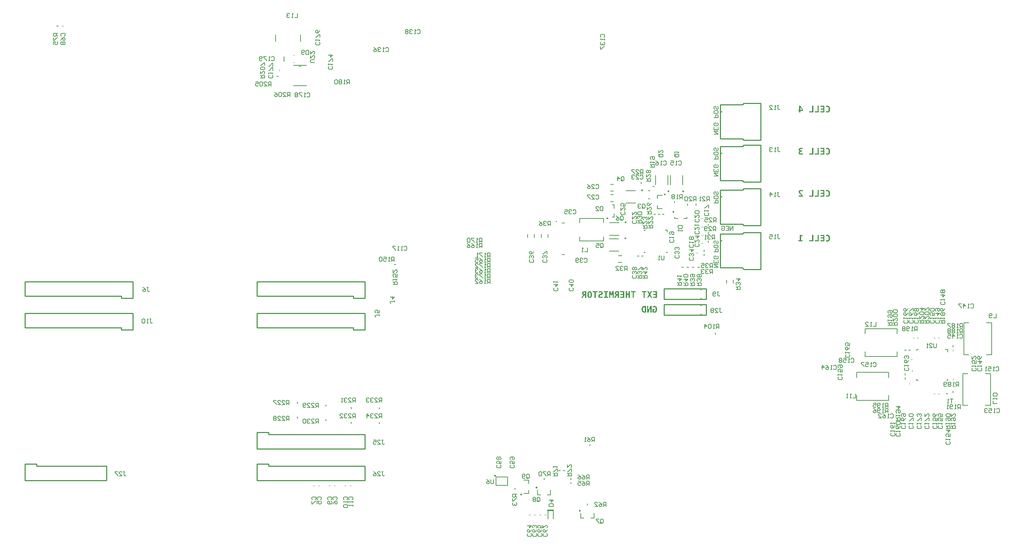
<source format=gbo>
G04 Layer_Color=32896*
%FSLAX24Y24*%
%MOIN*%
G70*
G01*
G75*
%ADD88C,0.0100*%
%ADD91C,0.0080*%
%ADD92C,0.0060*%
%ADD156C,0.0098*%
%ADD159C,0.0047*%
%ADD160C,0.0079*%
%ADD161C,0.0059*%
%ADD162C,0.0067*%
%ADD280R,0.0591X0.0118*%
G36*
X60348Y24168D02*
X60189Y24168D01*
X60189Y23650D01*
X60065Y23650D01*
X60065Y24168D01*
X59906Y24168D01*
X59906Y24276D01*
X60348Y24276D01*
X60348Y24168D01*
X60348Y24168D02*
G37*
G36*
X61350Y23650D02*
X60961Y23650D01*
X60961Y23759D01*
X61226Y23759D01*
X61226Y23923D01*
X60986Y23923D01*
X60986Y24032D01*
X61226Y24032D01*
X61226Y24167D01*
X60961Y24167D01*
X60961Y24276D01*
X61350Y24276D01*
X61350Y23650D01*
X61350Y23650D02*
G37*
G36*
X58248Y23650D02*
X57858Y23650D01*
X57858Y23759D01*
X58124Y23759D01*
X58124Y23923D01*
X57883Y23923D01*
X57883Y24032D01*
X58124Y24032D01*
X58124Y24167D01*
X57858Y24167D01*
X57858Y24276D01*
X58248Y24276D01*
X58248Y23650D01*
X58248Y23650D02*
G37*
G36*
X59314Y24168D02*
X59155Y24168D01*
X59155Y23650D01*
X59031Y23650D01*
X59031Y24168D01*
X58872Y24168D01*
X58872Y24276D01*
X59314Y24276D01*
X59314Y24168D01*
X59314Y24168D02*
G37*
G36*
X57248Y23650D02*
X57141Y23650D01*
X57141Y24151D01*
X57075Y23878D01*
X56976Y23878D01*
X56909Y24151D01*
X56909Y23650D01*
X56803Y23650D01*
X56803Y24276D01*
X56952Y24276D01*
X57026Y24001D01*
X57101Y24276D01*
X57248Y24276D01*
X57248Y23650D01*
X57248Y23650D02*
G37*
G36*
X76168Y29000D02*
X75780Y29000D01*
X75780Y29109D01*
X76044Y29109D01*
X76044Y29626D01*
X76168Y29626D01*
X76168Y29000D01*
X76168Y29000D02*
G37*
G36*
X76685Y29000D02*
X76297Y29000D01*
X76297Y29109D01*
X76561Y29109D01*
X76561Y29626D01*
X76685Y29626D01*
X76685Y29000D01*
X76685Y29000D02*
G37*
G36*
X58778Y23650D02*
X58654Y23650D01*
X58654Y23928D01*
X58499Y23928D01*
X58499Y23650D01*
X58375Y23650D01*
X58375Y24276D01*
X58499Y24276D01*
X58499Y24038D01*
X58654Y24038D01*
X58654Y24276D01*
X58778Y24276D01*
X58778Y23650D01*
X58778Y23650D02*
G37*
G36*
X60709Y23967D02*
X60892Y23650D01*
X60765Y23650D01*
X60646Y23857D01*
X60526Y23650D01*
X60398Y23650D01*
X60581Y23967D01*
X60403Y24276D01*
X60531Y24276D01*
X60646Y24076D01*
X60760Y24276D01*
X60887Y24276D01*
X60709Y23967D01*
X60709Y23967D02*
G37*
G36*
X60832Y22250D02*
X60723Y22250D01*
X60723Y22705D01*
X60548Y22250D01*
X60416Y22250D01*
X60416Y22876D01*
X60525Y22876D01*
X60525Y22421D01*
X60700Y22876D01*
X60832Y22876D01*
X60832Y22250D01*
X60832Y22250D02*
G37*
G36*
X54977Y24286D02*
X54995Y24284D01*
X55013Y24280D01*
X55029Y24274D01*
X55043Y24268D01*
X55056Y24261D01*
X55069Y24254D01*
X55079Y24247D01*
X55090Y24238D01*
X55098Y24231D01*
X55104Y24224D01*
X55111Y24218D01*
X55115Y24212D01*
X55118Y24209D01*
X55120Y24206D01*
X55121Y24205D01*
X55131Y24188D01*
X55140Y24171D01*
X55147Y24152D01*
X55153Y24132D01*
X55158Y24113D01*
X55163Y24092D01*
X55166Y24072D01*
X55169Y24052D01*
X55172Y24034D01*
X55174Y24017D01*
X55175Y24002D01*
X55176Y23989D01*
X55177Y23977D01*
X55177Y23969D01*
X55177Y23964D01*
X55177Y23963D01*
X55177Y23962D01*
X55176Y23933D01*
X55174Y23905D01*
X55171Y23880D01*
X55168Y23856D01*
X55164Y23835D01*
X55159Y23815D01*
X55154Y23797D01*
X55149Y23780D01*
X55143Y23767D01*
X55139Y23754D01*
X55134Y23743D01*
X55129Y23735D01*
X55127Y23728D01*
X55124Y23723D01*
X55122Y23720D01*
X55121Y23719D01*
X55110Y23705D01*
X55098Y23693D01*
X55085Y23681D01*
X55072Y23672D01*
X55058Y23665D01*
X55045Y23658D01*
X55031Y23653D01*
X55018Y23648D01*
X55006Y23644D01*
X54994Y23643D01*
X54984Y23641D01*
X54975Y23639D01*
X54967Y23639D01*
X54962Y23638D01*
X54957Y23638D01*
X54938Y23639D01*
X54918Y23642D01*
X54902Y23645D01*
X54885Y23651D01*
X54870Y23656D01*
X54857Y23664D01*
X54845Y23671D01*
X54834Y23679D01*
X54824Y23686D01*
X54816Y23693D01*
X54808Y23701D01*
X54803Y23706D01*
X54798Y23712D01*
X54795Y23716D01*
X54794Y23718D01*
X54793Y23719D01*
X54783Y23736D01*
X54774Y23754D01*
X54767Y23772D01*
X54760Y23792D01*
X54755Y23812D01*
X54751Y23832D01*
X54747Y23853D01*
X54744Y23871D01*
X54742Y23890D01*
X54740Y23907D01*
X54739Y23922D01*
X54738Y23936D01*
X54737Y23946D01*
X54737Y23954D01*
X54737Y23960D01*
X54737Y23962D01*
X54738Y23991D01*
X54740Y24018D01*
X54743Y24044D01*
X54745Y24068D01*
X54750Y24089D01*
X54755Y24110D01*
X54759Y24127D01*
X54765Y24144D01*
X54770Y24158D01*
X54775Y24171D01*
X54780Y24181D01*
X54784Y24189D01*
X54787Y24197D01*
X54790Y24201D01*
X54792Y24204D01*
X54793Y24205D01*
X54804Y24220D01*
X54816Y24232D01*
X54829Y24243D01*
X54842Y24252D01*
X54856Y24260D01*
X54869Y24267D01*
X54882Y24273D01*
X54895Y24277D01*
X54908Y24281D01*
X54919Y24283D01*
X54931Y24285D01*
X54940Y24286D01*
X54947Y24286D01*
X54953Y24287D01*
X54957Y24287D01*
X54977Y24286D01*
X54977Y24286D02*
G37*
G36*
X60308Y22250D02*
X60175Y22250D01*
X60148Y22251D01*
X60122Y22253D01*
X60098Y22256D01*
X60076Y22261D01*
X60056Y22267D01*
X60037Y22273D01*
X60022Y22280D01*
X60007Y22287D01*
X59995Y22293D01*
X59984Y22300D01*
X59975Y22306D01*
X59967Y22312D01*
X59962Y22317D01*
X59957Y22320D01*
X59955Y22322D01*
X59954Y22323D01*
X59942Y22338D01*
X59932Y22355D01*
X59923Y22373D01*
X59915Y22392D01*
X59909Y22412D01*
X59903Y22431D01*
X59899Y22452D01*
X59895Y22471D01*
X59892Y22490D01*
X59890Y22507D01*
X59889Y22523D01*
X59888Y22537D01*
X59887Y22548D01*
X59887Y22556D01*
X59887Y22562D01*
X59887Y22564D01*
X59888Y22593D01*
X59889Y22622D01*
X59893Y22647D01*
X59897Y22671D01*
X59902Y22692D01*
X59908Y22712D01*
X59914Y22729D01*
X59920Y22745D01*
X59926Y22759D01*
X59933Y22771D01*
X59938Y22780D01*
X59944Y22788D01*
X59948Y22795D01*
X59951Y22799D01*
X59953Y22801D01*
X59954Y22802D01*
X59968Y22815D01*
X59983Y22826D01*
X59999Y22836D01*
X60017Y22845D01*
X60036Y22852D01*
X60054Y22859D01*
X60072Y22863D01*
X60090Y22867D01*
X60107Y22870D01*
X60123Y22873D01*
X60137Y22874D01*
X60150Y22875D01*
X60160Y22876D01*
X60308Y22876D01*
X60308Y22250D01*
X60308Y22250D02*
G37*
G36*
X61114Y22886D02*
X61135Y22884D01*
X61156Y22880D01*
X61174Y22874D01*
X61191Y22868D01*
X61208Y22861D01*
X61221Y22853D01*
X61234Y22846D01*
X61245Y22837D01*
X61256Y22830D01*
X61264Y22823D01*
X61271Y22816D01*
X61276Y22811D01*
X61281Y22807D01*
X61282Y22804D01*
X61283Y22803D01*
X61295Y22787D01*
X61306Y22769D01*
X61314Y22750D01*
X61322Y22730D01*
X61329Y22711D01*
X61333Y22690D01*
X61338Y22670D01*
X61342Y22651D01*
X61344Y22633D01*
X61346Y22616D01*
X61348Y22601D01*
X61349Y22588D01*
X61349Y22577D01*
X61350Y22569D01*
X61350Y22564D01*
X61350Y22563D01*
X61350Y22562D01*
X61349Y22533D01*
X61347Y22507D01*
X61344Y22482D01*
X61340Y22459D01*
X61335Y22438D01*
X61330Y22417D01*
X61323Y22400D01*
X61317Y22384D01*
X61311Y22369D01*
X61305Y22357D01*
X61299Y22346D01*
X61294Y22338D01*
X61291Y22331D01*
X61287Y22326D01*
X61285Y22323D01*
X61284Y22322D01*
X61271Y22307D01*
X61258Y22294D01*
X61242Y22283D01*
X61227Y22273D01*
X61211Y22266D01*
X61196Y22258D01*
X61181Y22253D01*
X61165Y22248D01*
X61151Y22245D01*
X61138Y22243D01*
X61127Y22241D01*
X61117Y22239D01*
X61109Y22239D01*
X61102Y22238D01*
X61097Y22238D01*
X61078Y22239D01*
X61061Y22241D01*
X61046Y22243D01*
X61033Y22245D01*
X61021Y22248D01*
X61012Y22251D01*
X61007Y22252D01*
X61005Y22253D01*
X60989Y22259D01*
X60974Y22267D01*
X60961Y22275D01*
X60949Y22282D01*
X60939Y22289D01*
X60932Y22294D01*
X60927Y22299D01*
X60925Y22300D01*
X60925Y22587D01*
X61119Y22587D01*
X61119Y22483D01*
X61034Y22483D01*
X61034Y22363D01*
X61041Y22358D01*
X61049Y22355D01*
X61055Y22353D01*
X61057Y22352D01*
X61058Y22352D01*
X61069Y22350D01*
X61080Y22349D01*
X61091Y22349D01*
X61103Y22350D01*
X61113Y22352D01*
X61123Y22354D01*
X61133Y22357D01*
X61150Y22366D01*
X61163Y22376D01*
X61174Y22386D01*
X61182Y22394D01*
X61184Y22398D01*
X61186Y22401D01*
X61188Y22402D01*
X61188Y22403D01*
X61194Y22414D01*
X61199Y22425D01*
X61208Y22451D01*
X61213Y22477D01*
X61217Y22503D01*
X61219Y22515D01*
X61220Y22526D01*
X61220Y22536D01*
X61220Y22544D01*
X61221Y22552D01*
X61221Y22557D01*
X61221Y22561D01*
X61221Y22562D01*
X61221Y22581D01*
X61220Y22600D01*
X61219Y22617D01*
X61216Y22633D01*
X61213Y22647D01*
X61210Y22661D01*
X61208Y22672D01*
X61204Y22683D01*
X61201Y22692D01*
X61198Y22700D01*
X61196Y22707D01*
X61193Y22713D01*
X61190Y22717D01*
X61189Y22720D01*
X61187Y22722D01*
X61187Y22723D01*
X61180Y22732D01*
X61172Y22740D01*
X61164Y22748D01*
X61156Y22754D01*
X61147Y22759D01*
X61138Y22763D01*
X61122Y22770D01*
X61106Y22774D01*
X61099Y22774D01*
X61093Y22775D01*
X61088Y22776D01*
X61082Y22776D01*
X61067Y22775D01*
X61053Y22774D01*
X61041Y22771D01*
X61030Y22768D01*
X61022Y22764D01*
X61014Y22762D01*
X61011Y22760D01*
X61009Y22759D01*
X60997Y22752D01*
X60985Y22744D01*
X60974Y22736D01*
X60965Y22727D01*
X60958Y22720D01*
X60952Y22714D01*
X60949Y22711D01*
X60948Y22709D01*
X60948Y22846D01*
X60972Y22859D01*
X60984Y22864D01*
X60995Y22868D01*
X61003Y22872D01*
X61011Y22874D01*
X61015Y22875D01*
X61017Y22876D01*
X61031Y22880D01*
X61044Y22883D01*
X61056Y22885D01*
X61068Y22886D01*
X61077Y22886D01*
X61085Y22887D01*
X61091Y22887D01*
X61114Y22886D01*
X61114Y22886D02*
G37*
G36*
X56010Y24286D02*
X56027Y24285D01*
X56041Y24283D01*
X56056Y24280D01*
X56069Y24276D01*
X56081Y24272D01*
X56093Y24267D01*
X56103Y24263D01*
X56112Y24259D01*
X56120Y24254D01*
X56127Y24249D01*
X56132Y24246D01*
X56137Y24243D01*
X56139Y24240D01*
X56141Y24239D01*
X56142Y24238D01*
X56151Y24229D01*
X56160Y24219D01*
X56167Y24208D01*
X56173Y24197D01*
X56178Y24186D01*
X56183Y24174D01*
X56189Y24153D01*
X56191Y24143D01*
X56193Y24134D01*
X56194Y24125D01*
X56195Y24118D01*
X56196Y24113D01*
X56196Y24108D01*
X56196Y24105D01*
X56196Y24104D01*
X56194Y24081D01*
X56190Y24060D01*
X56186Y24042D01*
X56179Y24026D01*
X56174Y24014D01*
X56168Y24006D01*
X56164Y24001D01*
X56164Y24000D01*
X56164Y23999D01*
X56156Y23991D01*
X56149Y23984D01*
X56139Y23977D01*
X56129Y23971D01*
X56109Y23958D01*
X56088Y23947D01*
X56068Y23938D01*
X56059Y23933D01*
X56052Y23930D01*
X56046Y23928D01*
X56041Y23926D01*
X56038Y23924D01*
X56037Y23924D01*
X55976Y23902D01*
X55965Y23896D01*
X55954Y23891D01*
X55946Y23885D01*
X55939Y23879D01*
X55934Y23875D01*
X55929Y23871D01*
X55928Y23868D01*
X55927Y23867D01*
X55921Y23859D01*
X55917Y23852D01*
X55914Y23843D01*
X55911Y23836D01*
X55910Y23829D01*
X55909Y23824D01*
X55909Y23820D01*
X55909Y23819D01*
X55910Y23806D01*
X55913Y23794D01*
X55917Y23784D01*
X55922Y23776D01*
X55927Y23769D01*
X55931Y23765D01*
X55934Y23762D01*
X55935Y23761D01*
X55945Y23755D01*
X55956Y23749D01*
X55968Y23745D01*
X55979Y23743D01*
X55990Y23742D01*
X55998Y23741D01*
X56005Y23741D01*
X56023Y23742D01*
X56040Y23743D01*
X56055Y23746D01*
X56069Y23749D01*
X56081Y23752D01*
X56090Y23755D01*
X56093Y23755D01*
X56096Y23756D01*
X56097Y23757D01*
X56098Y23757D01*
X56115Y23765D01*
X56132Y23773D01*
X56149Y23781D01*
X56163Y23791D01*
X56176Y23798D01*
X56185Y23804D01*
X56189Y23806D01*
X56191Y23808D01*
X56192Y23810D01*
X56193Y23810D01*
X56193Y23682D01*
X56176Y23675D01*
X56161Y23668D01*
X56146Y23662D01*
X56132Y23657D01*
X56120Y23654D01*
X56112Y23651D01*
X56108Y23650D01*
X56105Y23650D01*
X56104Y23649D01*
X56103Y23649D01*
X56086Y23645D01*
X56069Y23643D01*
X56053Y23641D01*
X56039Y23640D01*
X56027Y23639D01*
X56018Y23638D01*
X56010Y23638D01*
X55990Y23639D01*
X55970Y23640D01*
X55953Y23643D01*
X55936Y23645D01*
X55920Y23649D01*
X55906Y23653D01*
X55894Y23656D01*
X55883Y23661D01*
X55873Y23666D01*
X55865Y23669D01*
X55857Y23673D01*
X55851Y23677D01*
X55846Y23680D01*
X55843Y23682D01*
X55842Y23683D01*
X55841Y23684D01*
X55831Y23693D01*
X55822Y23704D01*
X55815Y23715D01*
X55808Y23726D01*
X55803Y23738D01*
X55798Y23750D01*
X55792Y23773D01*
X55789Y23783D01*
X55787Y23793D01*
X55786Y23803D01*
X55785Y23810D01*
X55784Y23816D01*
X55784Y23822D01*
X55784Y23825D01*
X55784Y23826D01*
X55786Y23851D01*
X55790Y23873D01*
X55795Y23892D01*
X55802Y23909D01*
X55809Y23923D01*
X55812Y23928D01*
X55815Y23932D01*
X55817Y23936D01*
X55819Y23939D01*
X55820Y23940D01*
X55820Y23940D01*
X55828Y23949D01*
X55835Y23957D01*
X55853Y23972D01*
X55871Y23984D01*
X55889Y23995D01*
X55905Y24003D01*
X55913Y24007D01*
X55919Y24010D01*
X55924Y24012D01*
X55928Y24014D01*
X55930Y24014D01*
X55931Y24014D01*
X55985Y24035D01*
X56004Y24042D01*
X56020Y24050D01*
X56032Y24055D01*
X56042Y24061D01*
X56050Y24065D01*
X56054Y24069D01*
X56057Y24071D01*
X56058Y24072D01*
X56064Y24078D01*
X56067Y24086D01*
X56071Y24092D01*
X56073Y24100D01*
X56074Y24105D01*
X56075Y24110D01*
X56075Y24113D01*
X56075Y24114D01*
X56074Y24126D01*
X56071Y24137D01*
X56067Y24146D01*
X56063Y24153D01*
X56059Y24159D01*
X56055Y24162D01*
X56053Y24165D01*
X56052Y24166D01*
X56041Y24173D01*
X56030Y24177D01*
X56019Y24180D01*
X56008Y24183D01*
X55998Y24184D01*
X55990Y24185D01*
X55982Y24185D01*
X55967Y24184D01*
X55953Y24183D01*
X55940Y24180D01*
X55927Y24177D01*
X55917Y24174D01*
X55909Y24173D01*
X55904Y24171D01*
X55902Y24170D01*
X55886Y24163D01*
X55871Y24157D01*
X55857Y24149D01*
X55845Y24143D01*
X55834Y24137D01*
X55827Y24132D01*
X55821Y24128D01*
X55819Y24127D01*
X55819Y24248D01*
X55835Y24255D01*
X55851Y24260D01*
X55866Y24266D01*
X55879Y24270D01*
X55890Y24273D01*
X55898Y24275D01*
X55904Y24277D01*
X55905Y24277D01*
X55922Y24281D01*
X55937Y24283D01*
X55952Y24285D01*
X55966Y24286D01*
X55977Y24286D01*
X55985Y24287D01*
X55992Y24287D01*
X56010Y24286D01*
X56010Y24286D02*
G37*
G36*
X56694Y24167D02*
X56570Y24167D01*
X56570Y23759D01*
X56694Y23759D01*
X56694Y23650D01*
X56321Y23650D01*
X56321Y23759D01*
X56446Y23759D01*
X56446Y24167D01*
X56321Y24167D01*
X56321Y24276D01*
X56694Y24276D01*
X56694Y24167D01*
X56694Y24167D02*
G37*
G36*
X57745Y23650D02*
X57621Y23650D01*
X57621Y23898D01*
X57582Y23898D01*
X57574Y23897D01*
X57567Y23895D01*
X57558Y23891D01*
X57552Y23887D01*
X57538Y23876D01*
X57527Y23863D01*
X57518Y23849D01*
X57510Y23838D01*
X57508Y23833D01*
X57507Y23829D01*
X57505Y23828D01*
X57505Y23827D01*
X57501Y23818D01*
X57498Y23813D01*
X57496Y23809D01*
X57496Y23808D01*
X57421Y23650D01*
X57285Y23650D01*
X57398Y23875D01*
X57406Y23889D01*
X57411Y23900D01*
X57418Y23909D01*
X57422Y23916D01*
X57426Y23921D01*
X57429Y23925D01*
X57431Y23927D01*
X57432Y23928D01*
X57436Y23932D01*
X57442Y23936D01*
X57452Y23941D01*
X57457Y23943D01*
X57460Y23944D01*
X57462Y23945D01*
X57463Y23945D01*
X57442Y23950D01*
X57424Y23956D01*
X57409Y23964D01*
X57396Y23971D01*
X57385Y23979D01*
X57378Y23985D01*
X57374Y23989D01*
X57372Y23991D01*
X57362Y24007D01*
X57354Y24024D01*
X57348Y24040D01*
X57345Y24057D01*
X57343Y24072D01*
X57342Y24078D01*
X57341Y24083D01*
X57341Y24088D01*
X57341Y24091D01*
X57341Y24093D01*
X57341Y24094D01*
X57342Y24112D01*
X57343Y24127D01*
X57346Y24142D01*
X57349Y24156D01*
X57353Y24169D01*
X57358Y24180D01*
X57362Y24190D01*
X57367Y24199D01*
X57372Y24208D01*
X57377Y24214D01*
X57382Y24220D01*
X57385Y24224D01*
X57389Y24228D01*
X57392Y24231D01*
X57393Y24232D01*
X57394Y24233D01*
X57404Y24240D01*
X57416Y24248D01*
X57429Y24253D01*
X57443Y24258D01*
X57471Y24266D01*
X57500Y24271D01*
X57513Y24273D01*
X57526Y24274D01*
X57537Y24275D01*
X57547Y24275D01*
X57556Y24276D01*
X57745Y24276D01*
X57745Y23650D01*
X57745Y23650D02*
G37*
G36*
X54643Y23650D02*
X54519Y23650D01*
X54519Y23898D01*
X54480Y23898D01*
X54472Y23897D01*
X54464Y23895D01*
X54456Y23891D01*
X54450Y23887D01*
X54436Y23876D01*
X54425Y23863D01*
X54415Y23849D01*
X54408Y23838D01*
X54406Y23833D01*
X54404Y23829D01*
X54402Y23828D01*
X54402Y23827D01*
X54399Y23818D01*
X54396Y23813D01*
X54394Y23809D01*
X54393Y23808D01*
X54318Y23650D01*
X54182Y23650D01*
X54296Y23875D01*
X54303Y23889D01*
X54309Y23900D01*
X54315Y23909D01*
X54320Y23916D01*
X54324Y23921D01*
X54326Y23925D01*
X54328Y23927D01*
X54329Y23928D01*
X54334Y23932D01*
X54339Y23936D01*
X54350Y23941D01*
X54354Y23943D01*
X54358Y23944D01*
X54360Y23945D01*
X54361Y23945D01*
X54339Y23950D01*
X54322Y23956D01*
X54306Y23964D01*
X54293Y23971D01*
X54283Y23979D01*
X54276Y23985D01*
X54272Y23989D01*
X54270Y23991D01*
X54260Y24007D01*
X54252Y24024D01*
X54246Y24040D01*
X54242Y24057D01*
X54240Y24072D01*
X54240Y24078D01*
X54239Y24083D01*
X54239Y24088D01*
X54239Y24091D01*
X54239Y24093D01*
X54239Y24094D01*
X54240Y24112D01*
X54240Y24127D01*
X54243Y24142D01*
X54247Y24156D01*
X54251Y24169D01*
X54255Y24180D01*
X54260Y24190D01*
X54264Y24199D01*
X54270Y24208D01*
X54275Y24214D01*
X54279Y24220D01*
X54283Y24224D01*
X54287Y24228D01*
X54289Y24231D01*
X54290Y24232D01*
X54291Y24233D01*
X54302Y24240D01*
X54314Y24248D01*
X54326Y24253D01*
X54340Y24258D01*
X54369Y24266D01*
X54398Y24271D01*
X54411Y24273D01*
X54424Y24274D01*
X54435Y24275D01*
X54445Y24275D01*
X54453Y24276D01*
X54643Y24276D01*
X54643Y23650D01*
X54643Y23650D02*
G37*
G36*
X55695Y24168D02*
X55535Y24168D01*
X55535Y23650D01*
X55412Y23650D01*
X55412Y24168D01*
X55252Y24168D01*
X55252Y24276D01*
X55695Y24276D01*
X55695Y24168D01*
X55695Y24168D02*
G37*
G36*
X77226Y29000D02*
X76837Y29000D01*
X76837Y29109D01*
X77102Y29109D01*
X77102Y29273D01*
X76862Y29273D01*
X76862Y29382D01*
X77102Y29382D01*
X77102Y29517D01*
X76837Y29517D01*
X76837Y29626D01*
X77226Y29626D01*
X77226Y29000D01*
X77226Y29000D02*
G37*
G36*
X77514Y37886D02*
X77535Y37884D01*
X77556Y37880D01*
X77574Y37874D01*
X77591Y37868D01*
X77608Y37861D01*
X77621Y37853D01*
X77634Y37846D01*
X77645Y37837D01*
X77656Y37830D01*
X77664Y37823D01*
X77671Y37816D01*
X77676Y37811D01*
X77681Y37807D01*
X77682Y37804D01*
X77683Y37803D01*
X77695Y37787D01*
X77706Y37769D01*
X77714Y37750D01*
X77722Y37730D01*
X77729Y37711D01*
X77733Y37690D01*
X77738Y37670D01*
X77742Y37651D01*
X77744Y37633D01*
X77746Y37616D01*
X77748Y37601D01*
X77749Y37588D01*
X77749Y37577D01*
X77750Y37569D01*
X77750Y37564D01*
X77750Y37563D01*
X77750Y37562D01*
X77749Y37533D01*
X77747Y37506D01*
X77744Y37481D01*
X77740Y37458D01*
X77734Y37436D01*
X77729Y37417D01*
X77723Y37399D01*
X77717Y37382D01*
X77710Y37368D01*
X77705Y37355D01*
X77699Y37345D01*
X77694Y37337D01*
X77690Y37330D01*
X77686Y37325D01*
X77684Y37322D01*
X77683Y37321D01*
X77670Y37306D01*
X77656Y37293D01*
X77641Y37282D01*
X77625Y37273D01*
X77609Y37265D01*
X77594Y37258D01*
X77577Y37253D01*
X77562Y37248D01*
X77547Y37245D01*
X77534Y37243D01*
X77522Y37241D01*
X77511Y37239D01*
X77503Y37239D01*
X77497Y37238D01*
X77478Y37238D01*
X77465Y37239D01*
X77453Y37241D01*
X77443Y37242D01*
X77435Y37244D01*
X77428Y37244D01*
X77424Y37245D01*
X77423Y37245D01*
X77399Y37252D01*
X77388Y37256D01*
X77379Y37260D01*
X77372Y37263D01*
X77366Y37266D01*
X77361Y37268D01*
X77361Y37269D01*
X77361Y37406D01*
X77373Y37395D01*
X77384Y37387D01*
X77395Y37379D01*
X77404Y37373D01*
X77412Y37368D01*
X77418Y37365D01*
X77422Y37363D01*
X77423Y37362D01*
X77435Y37357D01*
X77446Y37355D01*
X77456Y37352D01*
X77465Y37351D01*
X77473Y37350D01*
X77479Y37349D01*
X77485Y37349D01*
X77497Y37350D01*
X77509Y37352D01*
X77520Y37354D01*
X77530Y37357D01*
X77547Y37366D01*
X77561Y37376D01*
X77572Y37386D01*
X77581Y37394D01*
X77583Y37398D01*
X77585Y37401D01*
X77587Y37402D01*
X77587Y37403D01*
X77593Y37414D01*
X77598Y37425D01*
X77607Y37450D01*
X77613Y37477D01*
X77617Y37503D01*
X77619Y37515D01*
X77620Y37526D01*
X77621Y37536D01*
X77621Y37544D01*
X77621Y37552D01*
X77621Y37557D01*
X77621Y37561D01*
X77621Y37562D01*
X77621Y37581D01*
X77620Y37599D01*
X77619Y37616D01*
X77616Y37632D01*
X77613Y37646D01*
X77610Y37659D01*
X77608Y37671D01*
X77604Y37682D01*
X77601Y37691D01*
X77598Y37700D01*
X77596Y37706D01*
X77593Y37712D01*
X77590Y37716D01*
X77589Y37719D01*
X77587Y37721D01*
X77587Y37722D01*
X77581Y37731D01*
X77573Y37740D01*
X77565Y37747D01*
X77557Y37753D01*
X77548Y37759D01*
X77540Y37763D01*
X77523Y37770D01*
X77508Y37774D01*
X77501Y37774D01*
X77496Y37775D01*
X77491Y37776D01*
X77485Y37776D01*
X77473Y37775D01*
X77461Y37774D01*
X77451Y37772D01*
X77442Y37770D01*
X77435Y37767D01*
X77428Y37764D01*
X77424Y37763D01*
X77423Y37762D01*
X77412Y37757D01*
X77400Y37750D01*
X77390Y37743D01*
X77381Y37736D01*
X77373Y37729D01*
X77366Y37724D01*
X77362Y37720D01*
X77361Y37719D01*
X77361Y37857D01*
X77383Y37867D01*
X77393Y37871D01*
X77402Y37873D01*
X77411Y37876D01*
X77417Y37878D01*
X77421Y37879D01*
X77423Y37879D01*
X77447Y37884D01*
X77459Y37885D01*
X77469Y37886D01*
X77478Y37887D01*
X77491Y37887D01*
X77514Y37886D01*
X77514Y37886D02*
G37*
G36*
X75020Y37886D02*
X75034Y37885D01*
X75047Y37884D01*
X75057Y37883D01*
X75066Y37881D01*
X75071Y37880D01*
X75073Y37880D01*
X75089Y37877D01*
X75104Y37874D01*
X75118Y37871D01*
X75130Y37868D01*
X75142Y37865D01*
X75150Y37862D01*
X75155Y37861D01*
X75156Y37861D01*
X75157Y37861D01*
X75157Y37749D01*
X75142Y37754D01*
X75126Y37760D01*
X75112Y37763D01*
X75100Y37767D01*
X75089Y37770D01*
X75081Y37772D01*
X75076Y37774D01*
X75074Y37774D01*
X75059Y37776D01*
X75045Y37779D01*
X75032Y37781D01*
X75020Y37782D01*
X75011Y37783D01*
X74998Y37783D01*
X74981Y37782D01*
X74968Y37780D01*
X74956Y37776D01*
X74945Y37773D01*
X74937Y37769D01*
X74932Y37765D01*
X74928Y37763D01*
X74927Y37762D01*
X74919Y37755D01*
X74912Y37746D01*
X74907Y37737D01*
X74904Y37728D01*
X74902Y37721D01*
X74901Y37714D01*
X74901Y37711D01*
X74901Y37709D01*
X74902Y37697D01*
X74905Y37687D01*
X74909Y37677D01*
X74914Y37671D01*
X74919Y37664D01*
X74923Y37661D01*
X74926Y37658D01*
X74927Y37657D01*
X74937Y37651D01*
X74948Y37647D01*
X74960Y37644D01*
X74972Y37641D01*
X74982Y37640D01*
X74991Y37639D01*
X75064Y37639D01*
X75064Y37530D01*
X74998Y37530D01*
X74979Y37529D01*
X74962Y37527D01*
X74948Y37522D01*
X74936Y37517D01*
X74927Y37512D01*
X74920Y37508D01*
X74916Y37504D01*
X74915Y37503D01*
X74905Y37493D01*
X74897Y37481D01*
X74893Y37468D01*
X74889Y37457D01*
X74887Y37446D01*
X74885Y37438D01*
X74885Y37431D01*
X74885Y37430D01*
X74885Y37429D01*
X74886Y37416D01*
X74890Y37403D01*
X74895Y37392D01*
X74900Y37383D01*
X74906Y37376D01*
X74910Y37371D01*
X74914Y37367D01*
X74915Y37367D01*
X74927Y37359D01*
X74940Y37354D01*
X74953Y37349D01*
X74966Y37346D01*
X74977Y37344D01*
X74986Y37343D01*
X74994Y37343D01*
X75013Y37344D01*
X75031Y37345D01*
X75047Y37347D01*
X75062Y37349D01*
X75074Y37351D01*
X75083Y37352D01*
X75087Y37353D01*
X75090Y37354D01*
X75092Y37354D01*
X75108Y37358D01*
X75124Y37363D01*
X75138Y37367D01*
X75151Y37373D01*
X75161Y37377D01*
X75169Y37380D01*
X75174Y37383D01*
X75176Y37384D01*
X75176Y37269D01*
X75144Y37259D01*
X75129Y37256D01*
X75117Y37252D01*
X75105Y37249D01*
X75096Y37248D01*
X75091Y37246D01*
X75089Y37246D01*
X75071Y37244D01*
X75055Y37242D01*
X75039Y37240D01*
X75025Y37239D01*
X75013Y37239D01*
X75004Y37238D01*
X74995Y37238D01*
X74975Y37239D01*
X74956Y37240D01*
X74939Y37243D01*
X74922Y37245D01*
X74907Y37249D01*
X74893Y37253D01*
X74881Y37257D01*
X74869Y37262D01*
X74859Y37266D01*
X74850Y37270D01*
X74843Y37274D01*
X74837Y37278D01*
X74833Y37281D01*
X74829Y37283D01*
X74827Y37284D01*
X74826Y37285D01*
X74816Y37294D01*
X74807Y37305D01*
X74798Y37316D01*
X74792Y37327D01*
X74786Y37339D01*
X74782Y37350D01*
X74774Y37373D01*
X74771Y37383D01*
X74770Y37392D01*
X74769Y37402D01*
X74768Y37409D01*
X74767Y37416D01*
X74767Y37420D01*
X74767Y37423D01*
X74767Y37424D01*
X74769Y37448D01*
X74772Y37470D01*
X74778Y37489D01*
X74784Y37504D01*
X74792Y37517D01*
X74797Y37527D01*
X74799Y37529D01*
X74801Y37532D01*
X74803Y37534D01*
X74818Y37548D01*
X74833Y37560D01*
X74850Y37569D01*
X74867Y37577D01*
X74882Y37582D01*
X74888Y37584D01*
X74894Y37585D01*
X74898Y37587D01*
X74902Y37587D01*
X74904Y37588D01*
X74905Y37588D01*
X74883Y37592D01*
X74866Y37599D01*
X74850Y37606D01*
X74837Y37614D01*
X74827Y37621D01*
X74820Y37627D01*
X74816Y37631D01*
X74814Y37633D01*
X74803Y37647D01*
X74796Y37663D01*
X74790Y37677D01*
X74785Y37692D01*
X74784Y37705D01*
X74783Y37715D01*
X74782Y37719D01*
X74782Y37722D01*
X74782Y37724D01*
X74782Y37725D01*
X74783Y37738D01*
X74784Y37751D01*
X74787Y37763D01*
X74790Y37775D01*
X74799Y37796D01*
X74809Y37812D01*
X74820Y37826D01*
X74824Y37832D01*
X74829Y37836D01*
X74832Y37839D01*
X74834Y37842D01*
X74836Y37843D01*
X74837Y37844D01*
X74848Y37851D01*
X74859Y37859D01*
X74884Y37869D01*
X74910Y37877D01*
X74935Y37882D01*
X74946Y37884D01*
X74957Y37885D01*
X74967Y37886D01*
X74975Y37886D01*
X74982Y37887D01*
X74992Y37887D01*
X75020Y37886D01*
X75020Y37886D02*
G37*
G36*
X77226Y37250D02*
X76837Y37250D01*
X76837Y37359D01*
X77102Y37359D01*
X77102Y37523D01*
X76862Y37523D01*
X76862Y37632D01*
X77102Y37632D01*
X77102Y37767D01*
X76837Y37767D01*
X76837Y37876D01*
X77226Y37876D01*
X77226Y37250D01*
X77226Y37250D02*
G37*
G36*
X76168Y37250D02*
X75780Y37250D01*
X75780Y37359D01*
X76044Y37359D01*
X76044Y37876D01*
X76168Y37876D01*
X76168Y37250D01*
X76168Y37250D02*
G37*
G36*
X76685Y37250D02*
X76297Y37250D01*
X76297Y37359D01*
X76561Y37359D01*
X76561Y37876D01*
X76685Y37876D01*
X76685Y37250D01*
X76685Y37250D02*
G37*
G36*
X77226Y41250D02*
X76837Y41250D01*
X76837Y41359D01*
X77102Y41359D01*
X77102Y41523D01*
X76862Y41523D01*
X76862Y41632D01*
X77102Y41632D01*
X77102Y41767D01*
X76837Y41767D01*
X76837Y41876D01*
X77226Y41876D01*
X77226Y41250D01*
X77226Y41250D02*
G37*
G36*
X77514Y41886D02*
X77535Y41884D01*
X77556Y41880D01*
X77574Y41874D01*
X77591Y41868D01*
X77608Y41860D01*
X77621Y41853D01*
X77634Y41846D01*
X77645Y41837D01*
X77656Y41830D01*
X77664Y41823D01*
X77671Y41816D01*
X77676Y41811D01*
X77681Y41807D01*
X77682Y41804D01*
X77683Y41803D01*
X77695Y41786D01*
X77706Y41769D01*
X77714Y41750D01*
X77722Y41730D01*
X77729Y41711D01*
X77733Y41690D01*
X77738Y41670D01*
X77742Y41651D01*
X77744Y41633D01*
X77746Y41616D01*
X77748Y41601D01*
X77749Y41588D01*
X77749Y41577D01*
X77750Y41569D01*
X77750Y41564D01*
X77750Y41563D01*
X77750Y41562D01*
X77749Y41533D01*
X77747Y41506D01*
X77744Y41481D01*
X77740Y41458D01*
X77734Y41436D01*
X77729Y41417D01*
X77723Y41399D01*
X77717Y41382D01*
X77710Y41368D01*
X77705Y41355D01*
X77699Y41345D01*
X77694Y41337D01*
X77690Y41330D01*
X77686Y41325D01*
X77684Y41322D01*
X77683Y41321D01*
X77670Y41306D01*
X77656Y41293D01*
X77641Y41282D01*
X77625Y41273D01*
X77609Y41265D01*
X77594Y41258D01*
X77577Y41253D01*
X77562Y41248D01*
X77547Y41245D01*
X77534Y41243D01*
X77522Y41241D01*
X77511Y41239D01*
X77503Y41239D01*
X77497Y41238D01*
X77478Y41238D01*
X77465Y41239D01*
X77453Y41241D01*
X77443Y41242D01*
X77435Y41244D01*
X77428Y41244D01*
X77424Y41245D01*
X77423Y41245D01*
X77399Y41252D01*
X77388Y41256D01*
X77379Y41260D01*
X77372Y41263D01*
X77366Y41266D01*
X77361Y41268D01*
X77361Y41269D01*
X77361Y41406D01*
X77373Y41395D01*
X77384Y41387D01*
X77395Y41379D01*
X77404Y41373D01*
X77412Y41368D01*
X77418Y41365D01*
X77422Y41363D01*
X77423Y41362D01*
X77435Y41357D01*
X77446Y41355D01*
X77456Y41352D01*
X77465Y41351D01*
X77473Y41350D01*
X77479Y41349D01*
X77485Y41349D01*
X77497Y41350D01*
X77509Y41352D01*
X77520Y41354D01*
X77530Y41357D01*
X77547Y41366D01*
X77561Y41376D01*
X77572Y41386D01*
X77581Y41394D01*
X77583Y41398D01*
X77585Y41401D01*
X77587Y41402D01*
X77587Y41403D01*
X77593Y41414D01*
X77598Y41425D01*
X77607Y41450D01*
X77613Y41477D01*
X77617Y41503D01*
X77619Y41515D01*
X77620Y41526D01*
X77621Y41536D01*
X77621Y41544D01*
X77621Y41552D01*
X77621Y41557D01*
X77621Y41561D01*
X77621Y41562D01*
X77621Y41581D01*
X77620Y41599D01*
X77619Y41616D01*
X77616Y41632D01*
X77613Y41646D01*
X77610Y41659D01*
X77608Y41671D01*
X77604Y41682D01*
X77601Y41691D01*
X77598Y41700D01*
X77596Y41706D01*
X77593Y41712D01*
X77590Y41716D01*
X77589Y41719D01*
X77587Y41721D01*
X77587Y41722D01*
X77581Y41731D01*
X77573Y41740D01*
X77565Y41747D01*
X77557Y41753D01*
X77548Y41759D01*
X77540Y41763D01*
X77523Y41770D01*
X77508Y41774D01*
X77501Y41774D01*
X77496Y41775D01*
X77491Y41776D01*
X77485Y41776D01*
X77473Y41775D01*
X77461Y41774D01*
X77451Y41772D01*
X77442Y41770D01*
X77435Y41767D01*
X77428Y41764D01*
X77424Y41763D01*
X77423Y41762D01*
X77412Y41757D01*
X77400Y41750D01*
X77390Y41743D01*
X77381Y41736D01*
X77373Y41729D01*
X77366Y41724D01*
X77362Y41720D01*
X77361Y41719D01*
X77361Y41857D01*
X77383Y41867D01*
X77393Y41871D01*
X77402Y41873D01*
X77411Y41876D01*
X77417Y41878D01*
X77421Y41879D01*
X77423Y41879D01*
X77447Y41884D01*
X77459Y41885D01*
X77469Y41886D01*
X77478Y41887D01*
X77491Y41887D01*
X77514Y41886D01*
X77514Y41886D02*
G37*
G36*
X76685Y41250D02*
X76297Y41250D01*
X76297Y41359D01*
X76561Y41359D01*
X76561Y41876D01*
X76685Y41876D01*
X76685Y41250D01*
X76685Y41250D02*
G37*
G36*
X75186Y41504D02*
X75186Y41385D01*
X74937Y41385D01*
X74937Y41250D01*
X74819Y41250D01*
X74819Y41385D01*
X74750Y41385D01*
X74750Y41491D01*
X74819Y41491D01*
X74819Y41876D01*
X74949Y41876D01*
X75186Y41504D01*
X75186Y41504D02*
G37*
G36*
X76168Y41250D02*
X75780Y41250D01*
X75780Y41359D01*
X76044Y41359D01*
X76044Y41876D01*
X76168Y41876D01*
X76168Y41250D01*
X76168Y41250D02*
G37*
G36*
X76685Y33250D02*
X76297Y33250D01*
X76297Y33359D01*
X76561Y33359D01*
X76561Y33876D01*
X76685Y33876D01*
X76685Y33250D01*
X76685Y33250D02*
G37*
G36*
X77514Y29636D02*
X77535Y29634D01*
X77556Y29630D01*
X77574Y29624D01*
X77591Y29618D01*
X77608Y29611D01*
X77621Y29603D01*
X77634Y29596D01*
X77645Y29587D01*
X77656Y29580D01*
X77664Y29573D01*
X77671Y29566D01*
X77676Y29561D01*
X77681Y29557D01*
X77682Y29554D01*
X77683Y29553D01*
X77695Y29536D01*
X77706Y29519D01*
X77714Y29500D01*
X77722Y29480D01*
X77729Y29461D01*
X77733Y29440D01*
X77738Y29420D01*
X77742Y29401D01*
X77744Y29383D01*
X77746Y29366D01*
X77748Y29351D01*
X77749Y29338D01*
X77749Y29327D01*
X77750Y29319D01*
X77750Y29314D01*
X77750Y29313D01*
X77750Y29312D01*
X77749Y29283D01*
X77747Y29256D01*
X77744Y29231D01*
X77740Y29208D01*
X77734Y29186D01*
X77729Y29167D01*
X77723Y29149D01*
X77717Y29132D01*
X77710Y29118D01*
X77705Y29105D01*
X77699Y29095D01*
X77694Y29087D01*
X77690Y29080D01*
X77686Y29075D01*
X77684Y29072D01*
X77683Y29071D01*
X77670Y29056D01*
X77656Y29043D01*
X77641Y29032D01*
X77625Y29023D01*
X77609Y29015D01*
X77594Y29008D01*
X77577Y29003D01*
X77562Y28998D01*
X77547Y28995D01*
X77534Y28993D01*
X77522Y28991D01*
X77511Y28989D01*
X77503Y28989D01*
X77497Y28988D01*
X77478Y28988D01*
X77465Y28989D01*
X77453Y28991D01*
X77443Y28992D01*
X77435Y28994D01*
X77428Y28994D01*
X77424Y28995D01*
X77423Y28995D01*
X77399Y29002D01*
X77388Y29006D01*
X77379Y29010D01*
X77372Y29013D01*
X77366Y29016D01*
X77361Y29018D01*
X77361Y29018D01*
X77361Y29156D01*
X77373Y29145D01*
X77384Y29137D01*
X77395Y29129D01*
X77404Y29123D01*
X77412Y29118D01*
X77418Y29115D01*
X77422Y29113D01*
X77423Y29112D01*
X77435Y29107D01*
X77446Y29105D01*
X77456Y29102D01*
X77465Y29101D01*
X77473Y29100D01*
X77479Y29099D01*
X77485Y29099D01*
X77497Y29100D01*
X77509Y29102D01*
X77520Y29104D01*
X77530Y29107D01*
X77547Y29116D01*
X77561Y29126D01*
X77572Y29136D01*
X77581Y29144D01*
X77583Y29148D01*
X77585Y29151D01*
X77587Y29152D01*
X77587Y29153D01*
X77593Y29164D01*
X77598Y29175D01*
X77607Y29200D01*
X77613Y29227D01*
X77617Y29253D01*
X77619Y29265D01*
X77620Y29276D01*
X77621Y29286D01*
X77621Y29294D01*
X77621Y29302D01*
X77621Y29307D01*
X77621Y29311D01*
X77621Y29312D01*
X77621Y29331D01*
X77620Y29349D01*
X77619Y29366D01*
X77616Y29382D01*
X77613Y29396D01*
X77610Y29409D01*
X77608Y29421D01*
X77604Y29432D01*
X77601Y29441D01*
X77598Y29450D01*
X77596Y29456D01*
X77593Y29462D01*
X77590Y29466D01*
X77589Y29469D01*
X77587Y29471D01*
X77587Y29472D01*
X77581Y29481D01*
X77573Y29490D01*
X77565Y29497D01*
X77557Y29503D01*
X77548Y29509D01*
X77540Y29513D01*
X77523Y29520D01*
X77508Y29524D01*
X77501Y29524D01*
X77496Y29525D01*
X77491Y29526D01*
X77485Y29526D01*
X77473Y29525D01*
X77461Y29524D01*
X77451Y29522D01*
X77442Y29520D01*
X77435Y29517D01*
X77428Y29514D01*
X77424Y29513D01*
X77423Y29512D01*
X77412Y29507D01*
X77400Y29499D01*
X77390Y29493D01*
X77381Y29486D01*
X77373Y29479D01*
X77366Y29474D01*
X77362Y29470D01*
X77361Y29469D01*
X77361Y29607D01*
X77383Y29617D01*
X77393Y29621D01*
X77402Y29623D01*
X77411Y29626D01*
X77417Y29628D01*
X77421Y29629D01*
X77423Y29629D01*
X77447Y29634D01*
X77459Y29635D01*
X77469Y29636D01*
X77478Y29637D01*
X77491Y29637D01*
X77514Y29636D01*
X77514Y29636D02*
G37*
G36*
X75140Y29595D02*
X75140Y29483D01*
X75011Y29515D01*
X75011Y29109D01*
X75150Y29109D01*
X75150Y29000D01*
X74752Y29000D01*
X74752Y29109D01*
X74891Y29109D01*
X74891Y29626D01*
X75011Y29626D01*
X75140Y29595D01*
X75140Y29595D02*
G37*
G36*
X76168Y33250D02*
X75780Y33250D01*
X75780Y33359D01*
X76044Y33359D01*
X76044Y33876D01*
X76168Y33876D01*
X76168Y33250D01*
X76168Y33250D02*
G37*
G36*
X77514Y33886D02*
X77535Y33884D01*
X77556Y33880D01*
X77574Y33874D01*
X77591Y33868D01*
X77608Y33860D01*
X77621Y33853D01*
X77634Y33846D01*
X77645Y33837D01*
X77656Y33830D01*
X77664Y33823D01*
X77671Y33816D01*
X77676Y33811D01*
X77681Y33807D01*
X77682Y33804D01*
X77683Y33803D01*
X77695Y33786D01*
X77706Y33769D01*
X77714Y33750D01*
X77722Y33730D01*
X77729Y33711D01*
X77733Y33690D01*
X77738Y33670D01*
X77742Y33651D01*
X77744Y33633D01*
X77746Y33616D01*
X77748Y33601D01*
X77749Y33588D01*
X77749Y33577D01*
X77750Y33569D01*
X77750Y33564D01*
X77750Y33563D01*
X77750Y33562D01*
X77749Y33533D01*
X77747Y33506D01*
X77744Y33481D01*
X77740Y33458D01*
X77734Y33436D01*
X77729Y33417D01*
X77723Y33399D01*
X77717Y33382D01*
X77710Y33368D01*
X77705Y33355D01*
X77699Y33345D01*
X77694Y33337D01*
X77690Y33330D01*
X77686Y33325D01*
X77684Y33322D01*
X77683Y33321D01*
X77670Y33306D01*
X77656Y33293D01*
X77641Y33282D01*
X77625Y33273D01*
X77609Y33265D01*
X77594Y33258D01*
X77577Y33253D01*
X77562Y33248D01*
X77547Y33245D01*
X77534Y33243D01*
X77522Y33241D01*
X77511Y33239D01*
X77503Y33239D01*
X77497Y33238D01*
X77478Y33238D01*
X77465Y33239D01*
X77453Y33241D01*
X77443Y33242D01*
X77435Y33244D01*
X77428Y33244D01*
X77424Y33245D01*
X77423Y33245D01*
X77399Y33252D01*
X77388Y33256D01*
X77379Y33260D01*
X77372Y33263D01*
X77366Y33266D01*
X77361Y33268D01*
X77361Y33268D01*
X77361Y33406D01*
X77373Y33395D01*
X77384Y33387D01*
X77395Y33379D01*
X77404Y33373D01*
X77412Y33368D01*
X77418Y33365D01*
X77422Y33363D01*
X77423Y33362D01*
X77435Y33357D01*
X77446Y33355D01*
X77456Y33352D01*
X77465Y33351D01*
X77473Y33350D01*
X77479Y33349D01*
X77485Y33349D01*
X77497Y33350D01*
X77509Y33352D01*
X77520Y33354D01*
X77530Y33357D01*
X77547Y33366D01*
X77561Y33376D01*
X77572Y33386D01*
X77581Y33394D01*
X77583Y33398D01*
X77585Y33401D01*
X77587Y33402D01*
X77587Y33403D01*
X77593Y33414D01*
X77598Y33425D01*
X77607Y33450D01*
X77613Y33477D01*
X77617Y33503D01*
X77619Y33515D01*
X77620Y33526D01*
X77621Y33536D01*
X77621Y33544D01*
X77621Y33552D01*
X77621Y33557D01*
X77621Y33561D01*
X77621Y33562D01*
X77621Y33581D01*
X77620Y33599D01*
X77619Y33616D01*
X77616Y33632D01*
X77613Y33646D01*
X77610Y33659D01*
X77608Y33671D01*
X77604Y33682D01*
X77601Y33691D01*
X77598Y33700D01*
X77596Y33706D01*
X77593Y33712D01*
X77590Y33716D01*
X77589Y33719D01*
X77587Y33721D01*
X77587Y33722D01*
X77581Y33731D01*
X77573Y33740D01*
X77565Y33747D01*
X77557Y33753D01*
X77548Y33759D01*
X77540Y33763D01*
X77523Y33770D01*
X77508Y33774D01*
X77501Y33774D01*
X77496Y33775D01*
X77491Y33776D01*
X77485Y33776D01*
X77473Y33775D01*
X77461Y33774D01*
X77451Y33772D01*
X77442Y33770D01*
X77435Y33767D01*
X77428Y33764D01*
X77424Y33763D01*
X77423Y33762D01*
X77412Y33757D01*
X77400Y33749D01*
X77390Y33743D01*
X77381Y33736D01*
X77373Y33729D01*
X77366Y33724D01*
X77362Y33720D01*
X77361Y33719D01*
X77361Y33857D01*
X77383Y33867D01*
X77393Y33871D01*
X77402Y33873D01*
X77411Y33876D01*
X77417Y33878D01*
X77421Y33879D01*
X77423Y33879D01*
X77447Y33884D01*
X77459Y33885D01*
X77469Y33886D01*
X77478Y33887D01*
X77491Y33887D01*
X77514Y33886D01*
X77514Y33886D02*
G37*
G36*
X75027Y33885D02*
X75041Y33885D01*
X75053Y33883D01*
X75064Y33881D01*
X75072Y33880D01*
X75078Y33878D01*
X75080Y33878D01*
X75111Y33871D01*
X75126Y33867D01*
X75139Y33863D01*
X75150Y33860D01*
X75159Y33857D01*
X75165Y33855D01*
X75166Y33854D01*
X75166Y33854D01*
X75166Y33738D01*
X75150Y33748D01*
X75134Y33755D01*
X75120Y33762D01*
X75107Y33767D01*
X75096Y33771D01*
X75089Y33774D01*
X75083Y33775D01*
X75081Y33776D01*
X75067Y33781D01*
X75052Y33785D01*
X75040Y33786D01*
X75029Y33788D01*
X75019Y33789D01*
X75012Y33790D01*
X75006Y33790D01*
X74990Y33789D01*
X74975Y33786D01*
X74963Y33783D01*
X74953Y33779D01*
X74944Y33774D01*
X74939Y33771D01*
X74935Y33768D01*
X74934Y33767D01*
X74926Y33758D01*
X74920Y33748D01*
X74915Y33737D01*
X74911Y33726D01*
X74909Y33717D01*
X74908Y33709D01*
X74908Y33704D01*
X74908Y33703D01*
X74908Y33702D01*
X74909Y33692D01*
X74910Y33682D01*
X74913Y33673D01*
X74915Y33664D01*
X74918Y33657D01*
X74920Y33651D01*
X74921Y33648D01*
X74922Y33647D01*
X74928Y33636D01*
X74935Y33626D01*
X74943Y33614D01*
X74951Y33604D01*
X74957Y33596D01*
X74963Y33589D01*
X74967Y33585D01*
X74969Y33583D01*
X74974Y33577D01*
X74981Y33568D01*
X74991Y33558D01*
X75002Y33546D01*
X75013Y33534D01*
X75026Y33520D01*
X75051Y33494D01*
X75063Y33480D01*
X75074Y33468D01*
X75085Y33457D01*
X75094Y33447D01*
X75103Y33439D01*
X75108Y33432D01*
X75113Y33429D01*
X75114Y33427D01*
X75180Y33355D01*
X75180Y33250D01*
X74784Y33250D01*
X74784Y33359D01*
X75046Y33359D01*
X75033Y33372D01*
X75019Y33386D01*
X75006Y33400D01*
X74992Y33414D01*
X74980Y33427D01*
X74970Y33436D01*
X74967Y33440D01*
X74964Y33442D01*
X74962Y33444D01*
X74961Y33445D01*
X74944Y33463D01*
X74927Y33479D01*
X74913Y33494D01*
X74900Y33507D01*
X74888Y33519D01*
X74879Y33529D01*
X74870Y33539D01*
X74862Y33547D01*
X74857Y33553D01*
X74851Y33560D01*
X74847Y33565D01*
X74844Y33568D01*
X74840Y33572D01*
X74839Y33574D01*
X74829Y33588D01*
X74820Y33602D01*
X74812Y33614D01*
X74807Y33624D01*
X74802Y33633D01*
X74799Y33639D01*
X74797Y33643D01*
X74796Y33645D01*
X74792Y33657D01*
X74789Y33670D01*
X74786Y33681D01*
X74785Y33692D01*
X74784Y33701D01*
X74784Y33708D01*
X74784Y33712D01*
X74784Y33714D01*
X74784Y33729D01*
X74786Y33743D01*
X74789Y33756D01*
X74793Y33768D01*
X74802Y33789D01*
X74807Y33799D01*
X74812Y33807D01*
X74818Y33814D01*
X74822Y33822D01*
X74828Y33827D01*
X74832Y33832D01*
X74835Y33836D01*
X74838Y33838D01*
X74840Y33839D01*
X74841Y33840D01*
X74852Y33848D01*
X74864Y33856D01*
X74876Y33862D01*
X74889Y33868D01*
X74915Y33876D01*
X74940Y33882D01*
X74952Y33884D01*
X74963Y33885D01*
X74972Y33885D01*
X74981Y33886D01*
X74988Y33887D01*
X74997Y33887D01*
X75027Y33885D01*
X75027Y33885D02*
G37*
G36*
X77226Y33250D02*
X76837Y33250D01*
X76837Y33359D01*
X77102Y33359D01*
X77102Y33523D01*
X76862Y33523D01*
X76862Y33632D01*
X77102Y33632D01*
X77102Y33767D01*
X76837Y33767D01*
X76837Y33876D01*
X77226Y33876D01*
X77226Y33250D01*
X77226Y33250D02*
G37*
%LPC*%
G36*
X54959Y24176D02*
X54957Y24176D01*
X54949Y24175D01*
X54941Y24174D01*
X54927Y24168D01*
X54915Y24161D01*
X54905Y24151D01*
X54897Y24141D01*
X54893Y24134D01*
X54889Y24127D01*
X54888Y24126D01*
X54888Y24125D01*
X54884Y24115D01*
X54881Y24104D01*
X54878Y24091D01*
X54875Y24078D01*
X54871Y24051D01*
X54869Y24025D01*
X54868Y24012D01*
X54867Y24001D01*
X54867Y23989D01*
X54866Y23980D01*
X54866Y23973D01*
X54866Y23966D01*
X54866Y23963D01*
X54866Y23962D01*
X54866Y23941D01*
X54867Y23923D01*
X54868Y23905D01*
X54869Y23889D01*
X54871Y23875D01*
X54873Y23861D01*
X54875Y23849D01*
X54877Y23839D01*
X54879Y23829D01*
X54881Y23821D01*
X54882Y23814D01*
X54884Y23809D01*
X54886Y23804D01*
X54887Y23802D01*
X54888Y23800D01*
X54888Y23799D01*
X54893Y23791D01*
X54897Y23782D01*
X54903Y23776D01*
X54908Y23770D01*
X54919Y23761D01*
X54931Y23755D01*
X54942Y23752D01*
X54950Y23750D01*
X54955Y23749D01*
X54957Y23749D01*
X54966Y23750D01*
X54974Y23751D01*
X54988Y23756D01*
X55000Y23765D01*
X55010Y23774D01*
X55017Y23783D01*
X55022Y23792D01*
X55026Y23797D01*
X55027Y23798D01*
X55027Y23799D01*
X55030Y23809D01*
X55034Y23820D01*
X55039Y23846D01*
X55042Y23873D01*
X55045Y23900D01*
X55046Y23912D01*
X55047Y23924D01*
X55047Y23934D01*
X55048Y23943D01*
X55048Y23952D01*
X55048Y23957D01*
X55048Y23961D01*
X55048Y23962D01*
X55048Y23982D01*
X55047Y24002D01*
X55046Y24019D01*
X55044Y24035D01*
X55043Y24050D01*
X55041Y24063D01*
X55040Y24076D01*
X55037Y24086D01*
X55035Y24095D01*
X55033Y24103D01*
X55031Y24111D01*
X55030Y24116D01*
X55029Y24120D01*
X55028Y24123D01*
X55027Y24125D01*
X55027Y24125D01*
X55022Y24135D01*
X55017Y24142D01*
X55012Y24149D01*
X55006Y24155D01*
X54995Y24164D01*
X54983Y24170D01*
X54973Y24174D01*
X54965Y24175D01*
X54959Y24176D01*
X54959Y24176D02*
G37*
G36*
X60184Y22764D02*
X60150Y22764D01*
X60137Y22763D01*
X60124Y22762D01*
X60113Y22760D01*
X60103Y22757D01*
X60094Y22753D01*
X60086Y22750D01*
X60071Y22741D01*
X60061Y22733D01*
X60052Y22725D01*
X60049Y22720D01*
X60047Y22719D01*
X60047Y22718D01*
X60041Y22709D01*
X60037Y22699D01*
X60032Y22687D01*
X60028Y22675D01*
X60023Y22650D01*
X60019Y22624D01*
X60018Y22612D01*
X60017Y22601D01*
X60016Y22590D01*
X60015Y22581D01*
X60015Y22574D01*
X60015Y22568D01*
X60015Y22564D01*
X60015Y22564D01*
X60015Y22544D01*
X60016Y22526D01*
X60018Y22508D01*
X60020Y22492D01*
X60023Y22478D01*
X60025Y22466D01*
X60028Y22454D01*
X60031Y22444D01*
X60034Y22435D01*
X60037Y22428D01*
X60039Y22421D01*
X60042Y22417D01*
X60044Y22412D01*
X60046Y22409D01*
X60047Y22408D01*
X60047Y22407D01*
X60053Y22399D01*
X60060Y22392D01*
X60068Y22386D01*
X60075Y22381D01*
X60093Y22373D01*
X60110Y22367D01*
X60125Y22365D01*
X60133Y22364D01*
X60138Y22363D01*
X60143Y22362D01*
X60184Y22362D01*
X60184Y22764D01*
X60184Y22764D02*
G37*
G36*
X57621Y24173D02*
X57564Y24173D01*
X57546Y24172D01*
X57531Y24170D01*
X57519Y24166D01*
X57508Y24162D01*
X57500Y24159D01*
X57496Y24155D01*
X57492Y24153D01*
X57491Y24152D01*
X57484Y24144D01*
X57478Y24134D01*
X57474Y24123D01*
X57471Y24113D01*
X57470Y24102D01*
X57469Y24094D01*
X57469Y24088D01*
X57469Y24088D01*
X57469Y24087D01*
X57470Y24071D01*
X57472Y24057D01*
X57476Y24046D01*
X57480Y24037D01*
X57484Y24030D01*
X57487Y24025D01*
X57490Y24022D01*
X57491Y24021D01*
X57500Y24014D01*
X57511Y24010D01*
X57524Y24006D01*
X57535Y24004D01*
X57546Y24002D01*
X57556Y24002D01*
X57621Y24002D01*
X57621Y24173D01*
X57621Y24173D02*
G37*
G36*
X54519Y24173D02*
X54462Y24173D01*
X54444Y24172D01*
X54428Y24170D01*
X54416Y24166D01*
X54406Y24162D01*
X54398Y24159D01*
X54393Y24155D01*
X54389Y24153D01*
X54388Y24152D01*
X54381Y24144D01*
X54376Y24134D01*
X54372Y24123D01*
X54369Y24113D01*
X54367Y24102D01*
X54366Y24094D01*
X54366Y24088D01*
X54366Y24088D01*
X54366Y24087D01*
X54367Y24071D01*
X54370Y24057D01*
X54374Y24046D01*
X54377Y24037D01*
X54381Y24030D01*
X54385Y24025D01*
X54388Y24022D01*
X54388Y24021D01*
X54398Y24014D01*
X54409Y24010D01*
X54422Y24006D01*
X54433Y24004D01*
X54444Y24002D01*
X54453Y24002D01*
X54519Y24002D01*
X54519Y24173D01*
X54519Y24173D02*
G37*
G36*
X74937Y41738D02*
X74937Y41491D01*
X75096Y41491D01*
X74937Y41738D01*
X74937Y41738D02*
G37*
%LPD*%
D88*
X51802Y30897D02*
G03*
X51802Y30897I-22J0D01*
G01*
X1406Y23830D02*
X1406Y25170D01*
X11646Y25170D01*
X11646Y23630D02*
X11646Y25170D01*
X10546Y23630D02*
X11646Y23630D01*
X10546Y23630D02*
X10546Y23830D01*
X1406Y23830D02*
X10546Y23830D01*
X23406Y20830D02*
X32546Y20830D01*
X32546Y20630D02*
X32546Y20830D01*
X32546Y20630D02*
X33646Y20630D01*
X33646Y22170D01*
X23406Y22170D02*
X33646Y22170D01*
X23406Y20830D02*
X23406Y22170D01*
X23406Y23830D02*
X23406Y25170D01*
X33646Y25170D01*
X33646Y23630D01*
X32546Y23630D02*
X33646Y23630D01*
X32546Y23630D02*
X32546Y23830D01*
X23406Y23830D02*
X32546Y23830D01*
X71185Y34652D02*
X71185Y38152D01*
X67385Y37383D02*
X67485Y37383D01*
X67356Y34786D02*
X67356Y38019D01*
X69444Y38019D01*
X69578Y38152D01*
X71185Y38152D01*
X69580Y34652D02*
X71187Y34652D01*
X69446Y34786D02*
X69580Y34652D01*
X67358Y34786D02*
X69446Y34786D01*
X71185Y38602D02*
X71185Y42102D01*
X67385Y41333D02*
X67485Y41333D01*
X67356Y38736D02*
X67356Y41968D01*
X69444Y41968D01*
X69578Y42102D01*
X71185Y42102D01*
X69580Y38602D02*
X71187Y38602D01*
X69446Y38736D02*
X69580Y38602D01*
X67358Y38736D02*
X69446Y38736D01*
X71185Y30509D02*
X71185Y34009D01*
X67385Y33239D02*
X67485Y33239D01*
X67356Y30643D02*
X67356Y33875D01*
X69444Y33875D01*
X69578Y34009D01*
X71185Y34009D01*
X69580Y30509D02*
X71187Y30509D01*
X69446Y30643D02*
X69580Y30509D01*
X67358Y30643D02*
X69446Y30643D01*
X71185Y26366D02*
X71185Y29866D01*
X67385Y29096D02*
X67485Y29096D01*
X67356Y26500D02*
X67356Y29732D01*
X69444Y29732D01*
X69578Y29866D01*
X71185Y29866D01*
X69580Y26366D02*
X71187Y26366D01*
X69446Y26500D02*
X69580Y26366D01*
X67358Y26500D02*
X69446Y26500D01*
X33646Y9330D02*
X33646Y10670D01*
X23406Y9330D02*
X33646Y9330D01*
X23406Y10870D02*
X23406Y9330D01*
X23406Y10870D02*
X24506Y10870D01*
X24506Y10670D02*
X24506Y10870D01*
X24506Y10670D02*
X33646Y10670D01*
X24506Y7670D02*
X33646Y7670D01*
X24506Y7670D02*
X24506Y7870D01*
X23406Y7870D02*
X24506Y7870D01*
X23406Y7870D02*
X23406Y6330D01*
X33646Y6330D01*
X33646Y7670D01*
X9146Y6330D02*
X9146Y7670D01*
X1406Y6330D02*
X9146Y6330D01*
X1406Y6330D02*
X1406Y7870D01*
X2506Y7870D01*
X2506Y7670D02*
X2506Y7870D01*
X2506Y7670D02*
X9146Y7670D01*
X1406Y20830D02*
X10546Y20830D01*
X10546Y20630D02*
X10546Y20830D01*
X10546Y20630D02*
X11646Y20630D01*
X11646Y22170D02*
X11646Y20630D01*
X1406Y22170D02*
X11646Y22170D01*
X1406Y20830D02*
X1406Y22170D01*
X65500Y24400D02*
X65500Y24500D01*
X65500Y23500D02*
X65500Y23600D01*
X62000Y23500D02*
X62000Y24500D01*
X62000Y23500D02*
X66000Y23500D01*
X66000Y24500D01*
X62000Y24500D02*
X66000Y24500D01*
X65500Y22900D02*
X65500Y23000D01*
X65500Y22000D02*
X65500Y22100D01*
X62000Y22000D02*
X62000Y23000D01*
X62000Y22000D02*
X66000Y22000D01*
X66000Y23000D01*
X62000Y23000D02*
X66000Y23000D01*
D91*
X93500Y22150D02*
X93500Y21750D01*
X93233Y21750D01*
X93100Y21817D02*
X93033Y21750D01*
X92900Y21750D01*
X92834Y21817D01*
X92834Y22083D01*
X92900Y22150D01*
X93033Y22150D01*
X93100Y22083D01*
X93100Y22017D01*
X93033Y21950D01*
X92834Y21950D01*
X35250Y12250D02*
X35250Y12650D01*
X35050Y12650D01*
X34983Y12583D01*
X34983Y12450D01*
X35050Y12383D01*
X35250Y12383D01*
X35117Y12383D02*
X34983Y12250D01*
X34584Y12250D02*
X34850Y12250D01*
X34584Y12517D01*
X34584Y12583D01*
X34650Y12650D01*
X34783Y12650D01*
X34850Y12583D01*
X34450Y12583D02*
X34384Y12650D01*
X34250Y12650D01*
X34184Y12583D01*
X34184Y12517D01*
X34250Y12450D01*
X34317Y12450D01*
X34250Y12450D01*
X34184Y12383D01*
X34184Y12317D01*
X34250Y12250D01*
X34384Y12250D01*
X34450Y12317D01*
X33850Y12250D02*
X33850Y12650D01*
X34050Y12450D01*
X33784Y12450D01*
X35250Y13750D02*
X35250Y14150D01*
X35050Y14150D01*
X34983Y14083D01*
X34983Y13950D01*
X35050Y13883D01*
X35250Y13883D01*
X35117Y13883D02*
X34983Y13750D01*
X34584Y13750D02*
X34850Y13750D01*
X34584Y14017D01*
X34584Y14083D01*
X34650Y14150D01*
X34783Y14150D01*
X34850Y14083D01*
X34450Y14083D02*
X34384Y14150D01*
X34250Y14150D01*
X34184Y14083D01*
X34184Y14017D01*
X34250Y13950D01*
X34317Y13950D01*
X34250Y13950D01*
X34184Y13883D01*
X34184Y13817D01*
X34250Y13750D01*
X34384Y13750D01*
X34450Y13817D01*
X34050Y14083D02*
X33984Y14150D01*
X33850Y14150D01*
X33784Y14083D01*
X33784Y14017D01*
X33850Y13950D01*
X33917Y13950D01*
X33850Y13950D01*
X33784Y13883D01*
X33784Y13817D01*
X33850Y13750D01*
X33984Y13750D01*
X34050Y13817D01*
X32750Y12250D02*
X32750Y12650D01*
X32550Y12650D01*
X32483Y12583D01*
X32483Y12450D01*
X32550Y12383D01*
X32750Y12383D01*
X32617Y12383D02*
X32483Y12250D01*
X32084Y12250D02*
X32350Y12250D01*
X32084Y12517D01*
X32084Y12583D01*
X32150Y12650D01*
X32283Y12650D01*
X32350Y12583D01*
X31950Y12583D02*
X31884Y12650D01*
X31750Y12650D01*
X31684Y12583D01*
X31684Y12517D01*
X31750Y12450D01*
X31817Y12450D01*
X31750Y12450D01*
X31684Y12383D01*
X31684Y12317D01*
X31750Y12250D01*
X31884Y12250D01*
X31950Y12317D01*
X31284Y12250D02*
X31550Y12250D01*
X31284Y12517D01*
X31284Y12583D01*
X31350Y12650D01*
X31484Y12650D01*
X31550Y12583D01*
X32750Y13750D02*
X32750Y14150D01*
X32550Y14150D01*
X32483Y14083D01*
X32483Y13950D01*
X32550Y13883D01*
X32750Y13883D01*
X32617Y13883D02*
X32483Y13750D01*
X32084Y13750D02*
X32350Y13750D01*
X32084Y14017D01*
X32084Y14083D01*
X32150Y14150D01*
X32283Y14150D01*
X32350Y14083D01*
X31950Y14083D02*
X31884Y14150D01*
X31750Y14150D01*
X31684Y14083D01*
X31684Y14017D01*
X31750Y13950D01*
X31817Y13950D01*
X31750Y13950D01*
X31684Y13883D01*
X31684Y13817D01*
X31750Y13750D01*
X31884Y13750D01*
X31950Y13817D01*
X31550Y13750D02*
X31417Y13750D01*
X31484Y13750D01*
X31484Y14150D01*
X31550Y14083D01*
X29250Y11750D02*
X29250Y12150D01*
X29050Y12150D01*
X28983Y12083D01*
X28983Y11950D01*
X29050Y11883D01*
X29250Y11883D01*
X29117Y11883D02*
X28983Y11750D01*
X28584Y11750D02*
X28850Y11750D01*
X28584Y12017D01*
X28584Y12083D01*
X28650Y12150D01*
X28783Y12150D01*
X28850Y12083D01*
X28450Y12083D02*
X28384Y12150D01*
X28250Y12150D01*
X28184Y12083D01*
X28184Y12017D01*
X28250Y11950D01*
X28317Y11950D01*
X28250Y11950D01*
X28184Y11883D01*
X28184Y11817D01*
X28250Y11750D01*
X28384Y11750D01*
X28450Y11817D01*
X28050Y12083D02*
X27984Y12150D01*
X27850Y12150D01*
X27784Y12083D01*
X27784Y11817D01*
X27850Y11750D01*
X27984Y11750D01*
X28050Y11817D01*
X28050Y12083D01*
X29250Y13250D02*
X29250Y13650D01*
X29050Y13650D01*
X28983Y13583D01*
X28983Y13450D01*
X29050Y13383D01*
X29250Y13383D01*
X29117Y13383D02*
X28983Y13250D01*
X28584Y13250D02*
X28850Y13250D01*
X28584Y13517D01*
X28584Y13583D01*
X28650Y13650D01*
X28783Y13650D01*
X28850Y13583D01*
X28184Y13250D02*
X28450Y13250D01*
X28184Y13517D01*
X28184Y13583D01*
X28250Y13650D01*
X28384Y13650D01*
X28450Y13583D01*
X28050Y13317D02*
X27984Y13250D01*
X27850Y13250D01*
X27784Y13317D01*
X27784Y13583D01*
X27850Y13650D01*
X27984Y13650D01*
X28050Y13583D01*
X28050Y13517D01*
X27984Y13450D01*
X27784Y13450D01*
X26450Y12000D02*
X26450Y12400D01*
X26250Y12400D01*
X26183Y12333D01*
X26183Y12200D01*
X26250Y12133D01*
X26450Y12133D01*
X26317Y12133D02*
X26183Y12000D01*
X25784Y12000D02*
X26050Y12000D01*
X25784Y12267D01*
X25784Y12333D01*
X25850Y12400D01*
X25983Y12400D01*
X26050Y12333D01*
X25384Y12000D02*
X25650Y12000D01*
X25384Y12267D01*
X25384Y12333D01*
X25450Y12400D01*
X25584Y12400D01*
X25650Y12333D01*
X25250Y12333D02*
X25184Y12400D01*
X25050Y12400D01*
X24984Y12333D01*
X24984Y12267D01*
X25050Y12200D01*
X24984Y12133D01*
X24984Y12067D01*
X25050Y12000D01*
X25184Y12000D01*
X25250Y12067D01*
X25250Y12133D01*
X25184Y12200D01*
X25250Y12267D01*
X25250Y12333D01*
X25184Y12200D02*
X25050Y12200D01*
X26450Y13500D02*
X26450Y13900D01*
X26250Y13900D01*
X26183Y13833D01*
X26183Y13700D01*
X26250Y13633D01*
X26450Y13633D01*
X26317Y13633D02*
X26183Y13500D01*
X25784Y13500D02*
X26050Y13500D01*
X25784Y13767D01*
X25784Y13833D01*
X25850Y13900D01*
X25983Y13900D01*
X26050Y13833D01*
X25384Y13500D02*
X25650Y13500D01*
X25384Y13767D01*
X25384Y13833D01*
X25450Y13900D01*
X25584Y13900D01*
X25650Y13833D01*
X25250Y13900D02*
X24984Y13900D01*
X24984Y13833D01*
X25250Y13567D01*
X25250Y13500D01*
X45850Y6400D02*
X45850Y6067D01*
X45783Y6000D01*
X45650Y6000D01*
X45583Y6067D01*
X45583Y6400D01*
X45184Y6400D02*
X45317Y6333D01*
X45450Y6200D01*
X45450Y6067D01*
X45383Y6000D01*
X45250Y6000D01*
X45184Y6067D01*
X45184Y6133D01*
X45250Y6200D01*
X45450Y6200D01*
X62000Y27650D02*
X62000Y27317D01*
X61933Y27250D01*
X61800Y27250D01*
X61733Y27317D01*
X61733Y27650D01*
X61600Y27250D02*
X61467Y27250D01*
X61533Y27250D01*
X61533Y27650D01*
X61600Y27583D01*
X67209Y20750D02*
X67209Y21150D01*
X67009Y21150D01*
X66942Y21083D01*
X66942Y20950D01*
X67009Y20883D01*
X67209Y20883D01*
X67076Y20883D02*
X66942Y20750D01*
X66809Y20750D02*
X66676Y20750D01*
X66742Y20750D01*
X66742Y21150D01*
X66809Y21083D01*
X66476Y21083D02*
X66409Y21150D01*
X66276Y21150D01*
X66209Y21083D01*
X66209Y20817D01*
X66276Y20750D01*
X66409Y20750D01*
X66476Y20817D01*
X66476Y21083D01*
X65876Y20750D02*
X65876Y21150D01*
X66076Y20950D01*
X65809Y20950D01*
X4500Y48750D02*
X4100Y48750D01*
X4100Y48550D01*
X4167Y48483D01*
X4300Y48483D01*
X4367Y48550D01*
X4367Y48750D01*
X4367Y48617D02*
X4500Y48483D01*
X4100Y48350D02*
X4100Y48084D01*
X4167Y48084D01*
X4433Y48350D01*
X4500Y48350D01*
X4100Y47684D02*
X4100Y47950D01*
X4300Y47950D01*
X4233Y47817D01*
X4233Y47750D01*
X4300Y47684D01*
X4433Y47684D01*
X4500Y47750D01*
X4500Y47884D01*
X4433Y47950D01*
X48050Y5000D02*
X47650Y5000D01*
X47650Y4800D01*
X47717Y4733D01*
X47850Y4733D01*
X47917Y4800D01*
X47917Y5000D01*
X47917Y4867D02*
X48050Y4733D01*
X47650Y4600D02*
X47650Y4334D01*
X47717Y4334D01*
X47983Y4600D01*
X48050Y4600D01*
X47717Y4200D02*
X47650Y4134D01*
X47650Y4000D01*
X47717Y3934D01*
X47783Y3934D01*
X47850Y4000D01*
X47850Y4067D01*
X47850Y4000D01*
X47917Y3934D01*
X47983Y3934D01*
X48050Y4000D01*
X48050Y4134D01*
X47983Y4200D01*
X52850Y6750D02*
X53250Y6750D01*
X53250Y6950D01*
X53183Y7017D01*
X53050Y7017D01*
X52983Y6950D01*
X52983Y6750D01*
X52983Y6883D02*
X52850Y7017D01*
X53250Y7150D02*
X53250Y7416D01*
X53183Y7416D01*
X52917Y7150D01*
X52850Y7150D01*
X52850Y7816D02*
X52850Y7550D01*
X53117Y7816D01*
X53183Y7816D01*
X53250Y7750D01*
X53250Y7616D01*
X53183Y7550D01*
X51500Y6750D02*
X51900Y6750D01*
X51900Y6950D01*
X51833Y7017D01*
X51700Y7017D01*
X51633Y6950D01*
X51633Y6750D01*
X51633Y6883D02*
X51500Y7017D01*
X51900Y7150D02*
X51900Y7416D01*
X51833Y7416D01*
X51567Y7150D01*
X51500Y7150D01*
X51500Y7550D02*
X51500Y7683D01*
X51500Y7616D01*
X51900Y7616D01*
X51833Y7550D01*
X51200Y6750D02*
X51200Y7150D01*
X51000Y7150D01*
X50933Y7083D01*
X50933Y6950D01*
X51000Y6883D01*
X51200Y6883D01*
X51067Y6883D02*
X50933Y6750D01*
X50800Y7150D02*
X50534Y7150D01*
X50534Y7083D01*
X50800Y6817D01*
X50800Y6750D01*
X50400Y7083D02*
X50334Y7150D01*
X50200Y7150D01*
X50134Y7083D01*
X50134Y6817D01*
X50200Y6750D01*
X50334Y6750D01*
X50400Y6817D01*
X50400Y7083D01*
X54900Y6450D02*
X54900Y6850D01*
X54700Y6850D01*
X54633Y6783D01*
X54633Y6650D01*
X54700Y6583D01*
X54900Y6583D01*
X54767Y6583D02*
X54633Y6450D01*
X54234Y6850D02*
X54367Y6783D01*
X54500Y6650D01*
X54500Y6517D01*
X54433Y6450D01*
X54300Y6450D01*
X54234Y6517D01*
X54234Y6583D01*
X54300Y6650D01*
X54500Y6650D01*
X53834Y6850D02*
X53967Y6783D01*
X54100Y6650D01*
X54100Y6517D01*
X54034Y6450D01*
X53900Y6450D01*
X53834Y6517D01*
X53834Y6583D01*
X53900Y6650D01*
X54100Y6650D01*
X54900Y5850D02*
X54900Y6250D01*
X54700Y6250D01*
X54633Y6183D01*
X54633Y6050D01*
X54700Y5983D01*
X54900Y5983D01*
X54767Y5983D02*
X54633Y5850D01*
X54234Y6250D02*
X54367Y6183D01*
X54500Y6050D01*
X54500Y5917D01*
X54433Y5850D01*
X54300Y5850D01*
X54234Y5917D01*
X54234Y5983D01*
X54300Y6050D01*
X54500Y6050D01*
X53834Y6250D02*
X54100Y6250D01*
X54100Y6050D01*
X53967Y6117D01*
X53900Y6117D01*
X53834Y6050D01*
X53834Y5917D01*
X53900Y5850D01*
X54034Y5850D01*
X54100Y5917D01*
X56500Y3850D02*
X56500Y4250D01*
X56300Y4250D01*
X56233Y4183D01*
X56233Y4050D01*
X56300Y3983D01*
X56500Y3983D01*
X56367Y3983D02*
X56233Y3850D01*
X55834Y4250D02*
X55967Y4183D01*
X56100Y4050D01*
X56100Y3917D01*
X56033Y3850D01*
X55900Y3850D01*
X55834Y3917D01*
X55834Y3983D01*
X55900Y4050D01*
X56100Y4050D01*
X55434Y3850D02*
X55700Y3850D01*
X55434Y4117D01*
X55434Y4183D01*
X55500Y4250D01*
X55634Y4250D01*
X55700Y4183D01*
X55400Y10000D02*
X55400Y10400D01*
X55200Y10400D01*
X55133Y10333D01*
X55133Y10200D01*
X55200Y10133D01*
X55400Y10133D01*
X55267Y10133D02*
X55133Y10000D01*
X54734Y10400D02*
X54867Y10333D01*
X55000Y10200D01*
X55000Y10067D01*
X54933Y10000D01*
X54800Y10000D01*
X54734Y10067D01*
X54734Y10133D01*
X54800Y10200D01*
X55000Y10200D01*
X54600Y10000D02*
X54467Y10000D01*
X54534Y10000D01*
X54534Y10400D01*
X54600Y10333D01*
X60000Y25500D02*
X60400Y25500D01*
X60400Y25700D01*
X60333Y25767D01*
X60200Y25767D01*
X60133Y25700D01*
X60133Y25500D01*
X60133Y25633D02*
X60000Y25767D01*
X60000Y26100D02*
X60400Y26100D01*
X60200Y25900D01*
X60200Y26166D01*
X60000Y26566D02*
X60000Y26300D01*
X60267Y26566D01*
X60333Y26566D01*
X60400Y26500D01*
X60400Y26366D01*
X60333Y26300D01*
X63287Y24859D02*
X63687Y24859D01*
X63687Y25059D01*
X63620Y25126D01*
X63487Y25126D01*
X63420Y25059D01*
X63420Y24859D01*
X63420Y24993D02*
X63287Y25126D01*
X63287Y25459D02*
X63687Y25459D01*
X63487Y25259D01*
X63487Y25526D01*
X63287Y25659D02*
X63287Y25792D01*
X63287Y25726D01*
X63687Y25726D01*
X63620Y25659D01*
X63893Y24809D02*
X64293Y24809D01*
X64293Y25009D01*
X64227Y25076D01*
X64093Y25076D01*
X64027Y25009D01*
X64027Y24809D01*
X64027Y24943D02*
X63893Y25076D01*
X63893Y25409D02*
X64293Y25409D01*
X64093Y25209D01*
X64093Y25476D01*
X64227Y25609D02*
X64293Y25676D01*
X64293Y25809D01*
X64227Y25876D01*
X63960Y25876D01*
X63893Y25809D01*
X63893Y25676D01*
X63960Y25609D01*
X64227Y25609D01*
X64500Y24809D02*
X64899Y24809D01*
X64899Y25009D01*
X64833Y25076D01*
X64700Y25076D01*
X64633Y25009D01*
X64633Y24809D01*
X64633Y24943D02*
X64500Y25076D01*
X64833Y25209D02*
X64899Y25276D01*
X64899Y25409D01*
X64833Y25476D01*
X64766Y25476D01*
X64700Y25409D01*
X64700Y25343D01*
X64700Y25409D01*
X64633Y25476D01*
X64566Y25476D01*
X64500Y25409D01*
X64500Y25276D01*
X64566Y25209D01*
X64566Y25609D02*
X64500Y25676D01*
X64500Y25809D01*
X64566Y25876D01*
X64833Y25876D01*
X64899Y25809D01*
X64899Y25676D01*
X64833Y25609D01*
X64766Y25609D01*
X64700Y25676D01*
X64700Y25876D01*
X65156Y24809D02*
X65556Y24809D01*
X65556Y25009D01*
X65489Y25076D01*
X65356Y25076D01*
X65289Y25009D01*
X65289Y24809D01*
X65289Y24943D02*
X65156Y25076D01*
X65489Y25209D02*
X65556Y25276D01*
X65556Y25409D01*
X65489Y25476D01*
X65422Y25476D01*
X65356Y25409D01*
X65356Y25343D01*
X65356Y25409D01*
X65289Y25476D01*
X65223Y25476D01*
X65156Y25409D01*
X65156Y25276D01*
X65223Y25209D01*
X65489Y25609D02*
X65556Y25676D01*
X65556Y25809D01*
X65489Y25876D01*
X65422Y25876D01*
X65356Y25809D01*
X65289Y25876D01*
X65223Y25876D01*
X65156Y25809D01*
X65156Y25676D01*
X65223Y25609D01*
X65289Y25609D01*
X65356Y25676D01*
X65422Y25609D01*
X65489Y25609D01*
X65356Y25676D02*
X65356Y25809D01*
X59500Y25500D02*
X59900Y25500D01*
X59900Y25700D01*
X59833Y25767D01*
X59700Y25767D01*
X59633Y25700D01*
X59633Y25500D01*
X59633Y25633D02*
X59500Y25767D01*
X59833Y25900D02*
X59900Y25967D01*
X59900Y26100D01*
X59833Y26166D01*
X59767Y26166D01*
X59700Y26100D01*
X59700Y26033D01*
X59700Y26100D01*
X59633Y26166D01*
X59567Y26166D01*
X59500Y26100D01*
X59500Y25967D01*
X59567Y25900D01*
X59900Y26300D02*
X59900Y26566D01*
X59833Y26566D01*
X59567Y26300D01*
X59500Y26300D01*
X51250Y30500D02*
X51250Y30900D01*
X51050Y30900D01*
X50983Y30833D01*
X50983Y30700D01*
X51050Y30633D01*
X51250Y30633D01*
X51117Y30633D02*
X50983Y30500D01*
X50850Y30833D02*
X50783Y30900D01*
X50650Y30900D01*
X50584Y30833D01*
X50584Y30767D01*
X50650Y30700D01*
X50717Y30700D01*
X50650Y30700D01*
X50584Y30633D01*
X50584Y30567D01*
X50650Y30500D01*
X50783Y30500D01*
X50850Y30567D01*
X50184Y30900D02*
X50317Y30833D01*
X50450Y30700D01*
X50450Y30567D01*
X50384Y30500D01*
X50250Y30500D01*
X50184Y30567D01*
X50184Y30633D01*
X50250Y30700D01*
X50450Y30700D01*
X66600Y26500D02*
X66600Y26900D01*
X66400Y26900D01*
X66333Y26833D01*
X66333Y26700D01*
X66400Y26633D01*
X66600Y26633D01*
X66467Y26633D02*
X66333Y26500D01*
X66200Y26833D02*
X66133Y26900D01*
X66000Y26900D01*
X65934Y26833D01*
X65934Y26767D01*
X66000Y26700D01*
X66067Y26700D01*
X66000Y26700D01*
X65934Y26633D01*
X65934Y26567D01*
X66000Y26500D01*
X66133Y26500D01*
X66200Y26567D01*
X65534Y26900D02*
X65800Y26900D01*
X65800Y26700D01*
X65667Y26767D01*
X65600Y26767D01*
X65534Y26700D01*
X65534Y26567D01*
X65600Y26500D01*
X65734Y26500D01*
X65800Y26567D01*
X68850Y24450D02*
X69250Y24450D01*
X69250Y24650D01*
X69183Y24717D01*
X69050Y24717D01*
X68983Y24650D01*
X68983Y24450D01*
X68983Y24583D02*
X68850Y24717D01*
X69183Y24850D02*
X69250Y24917D01*
X69250Y25050D01*
X69183Y25116D01*
X69117Y25116D01*
X69050Y25050D01*
X69050Y24983D01*
X69050Y25050D01*
X68983Y25116D01*
X68917Y25116D01*
X68850Y25050D01*
X68850Y24917D01*
X68917Y24850D01*
X68850Y25450D02*
X69250Y25450D01*
X69050Y25250D01*
X69050Y25516D01*
X66600Y25950D02*
X66600Y26350D01*
X66400Y26350D01*
X66333Y26283D01*
X66333Y26150D01*
X66400Y26083D01*
X66600Y26083D01*
X66467Y26083D02*
X66333Y25950D01*
X66200Y26283D02*
X66133Y26350D01*
X66000Y26350D01*
X65934Y26283D01*
X65934Y26217D01*
X66000Y26150D01*
X66067Y26150D01*
X66000Y26150D01*
X65934Y26083D01*
X65934Y26017D01*
X66000Y25950D01*
X66133Y25950D01*
X66200Y26017D01*
X65800Y26283D02*
X65734Y26350D01*
X65600Y26350D01*
X65534Y26283D01*
X65534Y26217D01*
X65600Y26150D01*
X65667Y26150D01*
X65600Y26150D01*
X65534Y26083D01*
X65534Y26017D01*
X65600Y25950D01*
X65734Y25950D01*
X65800Y26017D01*
X58500Y26250D02*
X58500Y26650D01*
X58300Y26650D01*
X58233Y26583D01*
X58233Y26450D01*
X58300Y26383D01*
X58500Y26383D01*
X58367Y26383D02*
X58233Y26250D01*
X58100Y26583D02*
X58033Y26650D01*
X57900Y26650D01*
X57834Y26583D01*
X57834Y26517D01*
X57900Y26450D01*
X57967Y26450D01*
X57900Y26450D01*
X57834Y26383D01*
X57834Y26317D01*
X57900Y26250D01*
X58033Y26250D01*
X58100Y26317D01*
X57434Y26250D02*
X57700Y26250D01*
X57434Y26517D01*
X57434Y26583D01*
X57500Y26650D01*
X57634Y26650D01*
X57700Y26583D01*
X66800Y29200D02*
X66800Y29600D01*
X66600Y29600D01*
X66533Y29533D01*
X66533Y29400D01*
X66600Y29333D01*
X66800Y29333D01*
X66667Y29333D02*
X66533Y29200D01*
X66400Y29533D02*
X66333Y29600D01*
X66200Y29600D01*
X66134Y29533D01*
X66134Y29467D01*
X66200Y29400D01*
X66267Y29400D01*
X66200Y29400D01*
X66134Y29333D01*
X66134Y29267D01*
X66200Y29200D01*
X66333Y29200D01*
X66400Y29267D01*
X66000Y29200D02*
X65867Y29200D01*
X65934Y29200D01*
X65934Y29600D01*
X66000Y29533D01*
X59500Y30750D02*
X59900Y30750D01*
X59900Y30950D01*
X59833Y31017D01*
X59700Y31017D01*
X59633Y30950D01*
X59633Y30750D01*
X59633Y30883D02*
X59500Y31017D01*
X59833Y31150D02*
X59900Y31217D01*
X59900Y31350D01*
X59833Y31416D01*
X59767Y31416D01*
X59700Y31350D01*
X59700Y31283D01*
X59700Y31350D01*
X59633Y31416D01*
X59567Y31416D01*
X59500Y31350D01*
X59500Y31217D01*
X59567Y31150D01*
X59833Y31550D02*
X59900Y31616D01*
X59900Y31750D01*
X59833Y31816D01*
X59567Y31816D01*
X59500Y31750D01*
X59500Y31616D01*
X59567Y31550D01*
X59833Y31550D01*
X66900Y30000D02*
X66900Y30400D01*
X66700Y30400D01*
X66633Y30333D01*
X66633Y30200D01*
X66700Y30133D01*
X66900Y30133D01*
X66767Y30133D02*
X66633Y30000D01*
X66234Y30000D02*
X66500Y30000D01*
X66234Y30267D01*
X66234Y30333D01*
X66300Y30400D01*
X66433Y30400D01*
X66500Y30333D01*
X66100Y30067D02*
X66034Y30000D01*
X65900Y30000D01*
X65834Y30067D01*
X65834Y30333D01*
X65900Y30400D01*
X66034Y30400D01*
X66100Y30333D01*
X66100Y30267D01*
X66034Y30200D01*
X65834Y30200D01*
X60350Y34700D02*
X60750Y34700D01*
X60750Y34900D01*
X60683Y34967D01*
X60550Y34967D01*
X60483Y34900D01*
X60483Y34700D01*
X60483Y34833D02*
X60350Y34967D01*
X60350Y35366D02*
X60350Y35100D01*
X60617Y35366D01*
X60683Y35366D01*
X60750Y35300D01*
X60750Y35167D01*
X60683Y35100D01*
X60683Y35500D02*
X60750Y35566D01*
X60750Y35700D01*
X60683Y35766D01*
X60617Y35766D01*
X60550Y35700D01*
X60483Y35766D01*
X60417Y35766D01*
X60350Y35700D01*
X60350Y35566D01*
X60417Y35500D01*
X60483Y35500D01*
X60550Y35566D01*
X60617Y35500D01*
X60683Y35500D01*
X60550Y35566D02*
X60550Y35700D01*
X60000Y35400D02*
X60000Y35800D01*
X59800Y35800D01*
X59733Y35733D01*
X59733Y35600D01*
X59800Y35533D01*
X60000Y35533D01*
X59867Y35533D02*
X59733Y35400D01*
X59334Y35400D02*
X59600Y35400D01*
X59334Y35667D01*
X59334Y35733D01*
X59400Y35800D01*
X59533Y35800D01*
X59600Y35733D01*
X59200Y35800D02*
X58934Y35800D01*
X58934Y35733D01*
X59200Y35467D01*
X59200Y35400D01*
X60400Y31600D02*
X60800Y31600D01*
X60800Y31800D01*
X60733Y31867D01*
X60600Y31867D01*
X60533Y31800D01*
X60533Y31600D01*
X60533Y31733D02*
X60400Y31867D01*
X60400Y32266D02*
X60400Y32000D01*
X60667Y32266D01*
X60733Y32266D01*
X60800Y32200D01*
X60800Y32067D01*
X60733Y32000D01*
X60800Y32666D02*
X60733Y32533D01*
X60600Y32400D01*
X60467Y32400D01*
X60400Y32466D01*
X60400Y32600D01*
X60467Y32666D01*
X60533Y32666D01*
X60600Y32600D01*
X60600Y32400D01*
X66950Y30850D02*
X66950Y31250D01*
X66750Y31250D01*
X66683Y31183D01*
X66683Y31050D01*
X66750Y30983D01*
X66950Y30983D01*
X66817Y30983D02*
X66683Y30850D01*
X66284Y30850D02*
X66550Y30850D01*
X66284Y31117D01*
X66284Y31183D01*
X66350Y31250D01*
X66483Y31250D01*
X66550Y31183D01*
X65884Y31250D02*
X66150Y31250D01*
X66150Y31050D01*
X66017Y31117D01*
X65950Y31117D01*
X65884Y31050D01*
X65884Y30917D01*
X65950Y30850D01*
X66084Y30850D01*
X66150Y30917D01*
X60000Y30250D02*
X60400Y30250D01*
X60400Y30450D01*
X60333Y30517D01*
X60200Y30517D01*
X60133Y30450D01*
X60133Y30250D01*
X60133Y30383D02*
X60000Y30517D01*
X60000Y30916D02*
X60000Y30650D01*
X60267Y30916D01*
X60333Y30916D01*
X60400Y30850D01*
X60400Y30717D01*
X60333Y30650D01*
X60333Y31050D02*
X60400Y31116D01*
X60400Y31250D01*
X60333Y31316D01*
X60267Y31316D01*
X60200Y31250D01*
X60200Y31183D01*
X60200Y31250D01*
X60133Y31316D01*
X60067Y31316D01*
X60000Y31250D01*
X60000Y31116D01*
X60067Y31050D01*
X60540Y30287D02*
X60940Y30287D01*
X60940Y30487D01*
X60873Y30554D01*
X60740Y30554D01*
X60673Y30487D01*
X60673Y30287D01*
X60673Y30420D02*
X60540Y30554D01*
X60540Y30953D02*
X60540Y30687D01*
X60806Y30953D01*
X60873Y30953D01*
X60940Y30887D01*
X60940Y30754D01*
X60873Y30687D01*
X60540Y31353D02*
X60540Y31087D01*
X60806Y31353D01*
X60873Y31353D01*
X60940Y31287D01*
X60940Y31153D01*
X60873Y31087D01*
X66300Y32850D02*
X66300Y33250D01*
X66100Y33250D01*
X66033Y33183D01*
X66033Y33050D01*
X66100Y32983D01*
X66300Y32983D01*
X66167Y32983D02*
X66033Y32850D01*
X65634Y32850D02*
X65900Y32850D01*
X65634Y33117D01*
X65634Y33183D01*
X65700Y33250D01*
X65833Y33250D01*
X65900Y33183D01*
X65500Y32850D02*
X65367Y32850D01*
X65434Y32850D01*
X65434Y33250D01*
X65500Y33183D01*
X65050Y32850D02*
X65050Y33250D01*
X64850Y33250D01*
X64783Y33183D01*
X64783Y33050D01*
X64850Y32983D01*
X65050Y32983D01*
X64917Y32983D02*
X64783Y32850D01*
X64384Y32850D02*
X64650Y32850D01*
X64384Y33117D01*
X64384Y33183D01*
X64450Y33250D01*
X64583Y33250D01*
X64650Y33183D01*
X64250Y33183D02*
X64184Y33250D01*
X64050Y33250D01*
X63984Y33183D01*
X63984Y32917D01*
X64050Y32850D01*
X64184Y32850D01*
X64250Y32917D01*
X64250Y33183D01*
X60700Y36050D02*
X61100Y36050D01*
X61100Y36250D01*
X61033Y36317D01*
X60900Y36317D01*
X60833Y36250D01*
X60833Y36050D01*
X60833Y36183D02*
X60700Y36317D01*
X60700Y36450D02*
X60700Y36583D01*
X60700Y36517D01*
X61100Y36517D01*
X61033Y36450D01*
X60767Y36783D02*
X60700Y36850D01*
X60700Y36983D01*
X60767Y37050D01*
X61033Y37050D01*
X61100Y36983D01*
X61100Y36850D01*
X61033Y36783D01*
X60967Y36783D01*
X60900Y36850D01*
X60900Y37050D01*
X63750Y33050D02*
X63750Y33450D01*
X63550Y33450D01*
X63483Y33383D01*
X63483Y33250D01*
X63550Y33183D01*
X63750Y33183D01*
X63617Y33183D02*
X63483Y33050D01*
X63350Y33050D02*
X63217Y33050D01*
X63283Y33050D01*
X63283Y33450D01*
X63350Y33383D01*
X63017Y33383D02*
X62950Y33450D01*
X62817Y33450D01*
X62750Y33383D01*
X62750Y33317D01*
X62817Y33250D01*
X62750Y33183D01*
X62750Y33117D01*
X62817Y33050D01*
X62950Y33050D01*
X63017Y33117D01*
X63017Y33183D01*
X62950Y33250D01*
X63017Y33317D01*
X63017Y33383D01*
X62950Y33250D02*
X62817Y33250D01*
X48983Y6567D02*
X48983Y6833D01*
X49050Y6900D01*
X49183Y6900D01*
X49250Y6833D01*
X49250Y6567D01*
X49183Y6500D01*
X49050Y6500D01*
X49117Y6633D02*
X48983Y6500D01*
X49050Y6500D02*
X48983Y6567D01*
X48850Y6567D02*
X48783Y6500D01*
X48650Y6500D01*
X48584Y6567D01*
X48584Y6833D01*
X48650Y6900D01*
X48783Y6900D01*
X48850Y6833D01*
X48850Y6767D01*
X48783Y6700D01*
X48584Y6700D01*
X49983Y4367D02*
X49983Y4633D01*
X50050Y4700D01*
X50183Y4700D01*
X50250Y4633D01*
X50250Y4367D01*
X50183Y4300D01*
X50050Y4300D01*
X50117Y4433D02*
X49983Y4300D01*
X50050Y4300D02*
X49983Y4367D01*
X49850Y4633D02*
X49783Y4700D01*
X49650Y4700D01*
X49584Y4633D01*
X49584Y4567D01*
X49650Y4500D01*
X49584Y4433D01*
X49584Y4367D01*
X49650Y4300D01*
X49783Y4300D01*
X49850Y4367D01*
X49850Y4433D01*
X49783Y4500D01*
X49850Y4567D01*
X49850Y4633D01*
X49783Y4500D02*
X49650Y4500D01*
X55983Y2317D02*
X55983Y2583D01*
X56050Y2650D01*
X56183Y2650D01*
X56250Y2583D01*
X56250Y2317D01*
X56183Y2250D01*
X56050Y2250D01*
X56117Y2383D02*
X55983Y2250D01*
X56050Y2250D02*
X55983Y2317D01*
X55850Y2650D02*
X55584Y2650D01*
X55584Y2583D01*
X55850Y2317D01*
X55850Y2250D01*
X57883Y31067D02*
X57883Y31333D01*
X57950Y31400D01*
X58083Y31400D01*
X58150Y31333D01*
X58150Y31067D01*
X58083Y31000D01*
X57950Y31000D01*
X58017Y31133D02*
X57883Y31000D01*
X57950Y31000D02*
X57883Y31067D01*
X57484Y31400D02*
X57617Y31333D01*
X57750Y31200D01*
X57750Y31067D01*
X57683Y31000D01*
X57550Y31000D01*
X57484Y31067D01*
X57484Y31133D01*
X57550Y31200D01*
X57750Y31200D01*
X55983Y28467D02*
X55983Y28733D01*
X56050Y28800D01*
X56183Y28800D01*
X56250Y28733D01*
X56250Y28467D01*
X56183Y28400D01*
X56050Y28400D01*
X56117Y28533D02*
X55983Y28400D01*
X56050Y28400D02*
X55983Y28467D01*
X55584Y28800D02*
X55850Y28800D01*
X55850Y28600D01*
X55717Y28667D01*
X55650Y28667D01*
X55584Y28600D01*
X55584Y28467D01*
X55650Y28400D01*
X55783Y28400D01*
X55850Y28467D01*
X57936Y34817D02*
X57936Y35083D01*
X58002Y35150D01*
X58136Y35150D01*
X58202Y35083D01*
X58202Y34817D01*
X58136Y34750D01*
X58002Y34750D01*
X58069Y34883D02*
X57936Y34750D01*
X58002Y34750D02*
X57936Y34817D01*
X57603Y34750D02*
X57603Y35150D01*
X57802Y34950D01*
X57536Y34950D01*
X59933Y32217D02*
X59933Y32483D01*
X60000Y32550D01*
X60133Y32550D01*
X60200Y32483D01*
X60200Y32217D01*
X60133Y32150D01*
X60000Y32150D01*
X60067Y32283D02*
X59933Y32150D01*
X60000Y32150D02*
X59933Y32217D01*
X59800Y32483D02*
X59733Y32550D01*
X59600Y32550D01*
X59534Y32483D01*
X59534Y32417D01*
X59600Y32350D01*
X59667Y32350D01*
X59600Y32350D01*
X59534Y32283D01*
X59534Y32217D01*
X59600Y32150D01*
X59733Y32150D01*
X59800Y32217D01*
X61567Y37267D02*
X61833Y37267D01*
X61900Y37200D01*
X61900Y37067D01*
X61833Y37000D01*
X61567Y37000D01*
X61500Y37067D01*
X61500Y37200D01*
X61633Y37133D02*
X61500Y37267D01*
X61500Y37200D02*
X61567Y37267D01*
X61500Y37666D02*
X61500Y37400D01*
X61767Y37666D01*
X61833Y37666D01*
X61900Y37600D01*
X61900Y37467D01*
X61833Y37400D01*
X63067Y37267D02*
X63333Y37267D01*
X63400Y37200D01*
X63400Y37067D01*
X63333Y37000D01*
X63067Y37000D01*
X63000Y37067D01*
X63000Y37200D01*
X63133Y37133D02*
X63000Y37267D01*
X63000Y37200D02*
X63067Y37267D01*
X63000Y37400D02*
X63000Y37533D01*
X63000Y37467D01*
X63400Y37467D01*
X63333Y37400D01*
X54750Y28400D02*
X54750Y28000D01*
X54483Y28000D01*
X54350Y28000D02*
X54217Y28000D01*
X54283Y28000D01*
X54283Y28400D01*
X54350Y28333D01*
X72733Y29650D02*
X72867Y29650D01*
X72800Y29650D01*
X72800Y29317D01*
X72867Y29250D01*
X72933Y29250D01*
X73000Y29317D01*
X72600Y29250D02*
X72467Y29250D01*
X72533Y29250D01*
X72533Y29650D01*
X72600Y29583D01*
X72000Y29650D02*
X72267Y29650D01*
X72267Y29450D01*
X72134Y29517D01*
X72067Y29517D01*
X72000Y29450D01*
X72000Y29317D01*
X72067Y29250D01*
X72200Y29250D01*
X72267Y29317D01*
X72733Y33650D02*
X72867Y33650D01*
X72800Y33650D01*
X72800Y33317D01*
X72867Y33250D01*
X72933Y33250D01*
X73000Y33317D01*
X72600Y33250D02*
X72467Y33250D01*
X72533Y33250D01*
X72533Y33650D01*
X72600Y33583D01*
X72067Y33250D02*
X72067Y33650D01*
X72267Y33450D01*
X72000Y33450D01*
X72733Y37900D02*
X72867Y37900D01*
X72800Y37900D01*
X72800Y37567D01*
X72867Y37500D01*
X72933Y37500D01*
X73000Y37567D01*
X72600Y37500D02*
X72467Y37500D01*
X72533Y37500D01*
X72533Y37900D01*
X72600Y37833D01*
X72267Y37833D02*
X72200Y37900D01*
X72067Y37900D01*
X72000Y37833D01*
X72000Y37767D01*
X72067Y37700D01*
X72134Y37700D01*
X72067Y37700D01*
X72000Y37633D01*
X72000Y37567D01*
X72067Y37500D01*
X72200Y37500D01*
X72267Y37567D01*
X72733Y41900D02*
X72867Y41900D01*
X72800Y41900D01*
X72800Y41567D01*
X72867Y41500D01*
X72933Y41500D01*
X73000Y41567D01*
X72600Y41500D02*
X72467Y41500D01*
X72533Y41500D01*
X72533Y41900D01*
X72600Y41833D01*
X72000Y41500D02*
X72267Y41500D01*
X72000Y41767D01*
X72000Y41833D01*
X72067Y41900D01*
X72200Y41900D01*
X72267Y41833D01*
X51500Y3850D02*
X51100Y3850D01*
X51100Y4050D01*
X51167Y4117D01*
X51433Y4117D01*
X51500Y4050D01*
X51500Y3850D01*
X51100Y4450D02*
X51500Y4450D01*
X51300Y4250D01*
X51300Y4516D01*
X56200Y32300D02*
X56200Y31900D01*
X56000Y31900D01*
X55933Y31967D01*
X55933Y32233D01*
X56000Y32300D01*
X56200Y32300D01*
X55534Y31900D02*
X55800Y31900D01*
X55534Y32167D01*
X55534Y32233D01*
X55600Y32300D01*
X55733Y32300D01*
X55800Y32233D01*
X63350Y30500D02*
X63750Y30500D01*
X63750Y30300D01*
X63683Y30233D01*
X63417Y30233D01*
X63350Y30300D01*
X63350Y30500D01*
X63750Y30100D02*
X63750Y29967D01*
X63750Y30033D01*
X63350Y30033D01*
X63417Y30100D01*
X4867Y48483D02*
X4800Y48550D01*
X4800Y48683D01*
X4867Y48750D01*
X5133Y48750D01*
X5200Y48683D01*
X5200Y48550D01*
X5133Y48483D01*
X4800Y48084D02*
X4867Y48217D01*
X5000Y48350D01*
X5133Y48350D01*
X5200Y48283D01*
X5200Y48150D01*
X5133Y48084D01*
X5067Y48084D01*
X5000Y48150D01*
X5000Y48350D01*
X4867Y47950D02*
X4800Y47884D01*
X4800Y47750D01*
X4867Y47684D01*
X4933Y47684D01*
X5000Y47750D01*
X5067Y47684D01*
X5133Y47684D01*
X5200Y47750D01*
X5200Y47884D01*
X5133Y47950D01*
X5067Y47950D01*
X5000Y47884D01*
X4933Y47950D01*
X4867Y47950D01*
X5000Y47884D02*
X5000Y47750D01*
X50383Y1267D02*
X50450Y1200D01*
X50450Y1067D01*
X50383Y1000D01*
X50117Y1000D01*
X50050Y1067D01*
X50050Y1200D01*
X50117Y1267D01*
X50450Y1666D02*
X50383Y1533D01*
X50250Y1400D01*
X50117Y1400D01*
X50050Y1467D01*
X50050Y1600D01*
X50117Y1666D01*
X50183Y1666D01*
X50250Y1600D01*
X50250Y1400D01*
X50450Y2066D02*
X50450Y1800D01*
X50250Y1800D01*
X50317Y1933D01*
X50317Y2000D01*
X50250Y2066D01*
X50117Y2066D01*
X50050Y2000D01*
X50050Y1866D01*
X50117Y1800D01*
X49383Y1267D02*
X49450Y1200D01*
X49450Y1067D01*
X49383Y1000D01*
X49117Y1000D01*
X49050Y1067D01*
X49050Y1200D01*
X49117Y1267D01*
X49450Y1666D02*
X49383Y1533D01*
X49250Y1400D01*
X49117Y1400D01*
X49050Y1467D01*
X49050Y1600D01*
X49117Y1666D01*
X49183Y1666D01*
X49250Y1600D01*
X49250Y1400D01*
X49050Y2000D02*
X49450Y2000D01*
X49250Y1800D01*
X49250Y2066D01*
X49883Y1267D02*
X49950Y1200D01*
X49950Y1067D01*
X49883Y1000D01*
X49617Y1000D01*
X49550Y1067D01*
X49550Y1200D01*
X49617Y1267D01*
X49950Y1666D02*
X49883Y1533D01*
X49750Y1400D01*
X49617Y1400D01*
X49550Y1467D01*
X49550Y1600D01*
X49617Y1666D01*
X49683Y1666D01*
X49750Y1600D01*
X49750Y1400D01*
X49883Y1800D02*
X49950Y1866D01*
X49950Y2000D01*
X49883Y2066D01*
X49817Y2066D01*
X49750Y2000D01*
X49750Y1933D01*
X49750Y2000D01*
X49683Y2066D01*
X49617Y2066D01*
X49550Y2000D01*
X49550Y1866D01*
X49617Y1800D01*
X50883Y1267D02*
X50950Y1200D01*
X50950Y1067D01*
X50883Y1000D01*
X50617Y1000D01*
X50550Y1067D01*
X50550Y1200D01*
X50617Y1267D01*
X50950Y1666D02*
X50883Y1533D01*
X50750Y1400D01*
X50617Y1400D01*
X50550Y1467D01*
X50550Y1600D01*
X50617Y1666D01*
X50683Y1666D01*
X50750Y1600D01*
X50750Y1400D01*
X50550Y2066D02*
X50550Y1800D01*
X50817Y2066D01*
X50883Y2066D01*
X50950Y2000D01*
X50950Y1866D01*
X50883Y1800D01*
X47733Y7767D02*
X47800Y7700D01*
X47800Y7567D01*
X47733Y7500D01*
X47467Y7500D01*
X47400Y7567D01*
X47400Y7700D01*
X47467Y7767D01*
X47800Y8166D02*
X47800Y7900D01*
X47600Y7900D01*
X47667Y8033D01*
X47667Y8100D01*
X47600Y8166D01*
X47467Y8166D01*
X47400Y8100D01*
X47400Y7967D01*
X47467Y7900D01*
X47467Y8300D02*
X47400Y8366D01*
X47400Y8500D01*
X47467Y8566D01*
X47733Y8566D01*
X47800Y8500D01*
X47800Y8366D01*
X47733Y8300D01*
X47667Y8300D01*
X47600Y8366D01*
X47600Y8566D01*
X46483Y7767D02*
X46550Y7700D01*
X46550Y7567D01*
X46483Y7500D01*
X46217Y7500D01*
X46150Y7567D01*
X46150Y7700D01*
X46217Y7767D01*
X46550Y8166D02*
X46550Y7900D01*
X46350Y7900D01*
X46417Y8033D01*
X46417Y8100D01*
X46350Y8166D01*
X46217Y8166D01*
X46150Y8100D01*
X46150Y7967D01*
X46217Y7900D01*
X46483Y8300D02*
X46550Y8366D01*
X46550Y8500D01*
X46483Y8566D01*
X46417Y8566D01*
X46350Y8500D01*
X46283Y8566D01*
X46217Y8566D01*
X46150Y8500D01*
X46150Y8366D01*
X46217Y8300D01*
X46283Y8300D01*
X46350Y8366D01*
X46417Y8300D01*
X46483Y8300D01*
X46350Y8366D02*
X46350Y8500D01*
X51883Y24567D02*
X51950Y24500D01*
X51950Y24367D01*
X51883Y24300D01*
X51617Y24300D01*
X51550Y24367D01*
X51550Y24500D01*
X51617Y24567D01*
X51550Y24900D02*
X51950Y24900D01*
X51750Y24700D01*
X51750Y24966D01*
X51550Y25100D02*
X51550Y25233D01*
X51550Y25166D01*
X51950Y25166D01*
X51883Y25100D01*
X53333Y24567D02*
X53400Y24500D01*
X53400Y24367D01*
X53333Y24300D01*
X53067Y24300D01*
X53000Y24367D01*
X53000Y24500D01*
X53067Y24567D01*
X53000Y24900D02*
X53400Y24900D01*
X53200Y24700D01*
X53200Y24966D01*
X53333Y25100D02*
X53400Y25166D01*
X53400Y25300D01*
X53333Y25366D01*
X53067Y25366D01*
X53000Y25300D01*
X53000Y25166D01*
X53067Y25100D01*
X53333Y25100D01*
X54433Y27333D02*
X54500Y27400D01*
X54633Y27400D01*
X54700Y27333D01*
X54700Y27067D01*
X54633Y27000D01*
X54500Y27000D01*
X54433Y27067D01*
X54300Y27333D02*
X54233Y27400D01*
X54100Y27400D01*
X54034Y27333D01*
X54034Y27267D01*
X54100Y27200D01*
X54167Y27200D01*
X54100Y27200D01*
X54034Y27133D01*
X54034Y27067D01*
X54100Y27000D01*
X54233Y27000D01*
X54300Y27067D01*
X53900Y27067D02*
X53834Y27000D01*
X53700Y27000D01*
X53634Y27067D01*
X53634Y27333D01*
X53700Y27400D01*
X53834Y27400D01*
X53900Y27333D01*
X53900Y27267D01*
X53834Y27200D01*
X53634Y27200D01*
X59333Y25767D02*
X59400Y25700D01*
X59400Y25567D01*
X59333Y25500D01*
X59067Y25500D01*
X59000Y25567D01*
X59000Y25700D01*
X59067Y25767D01*
X59333Y25900D02*
X59400Y25967D01*
X59400Y26100D01*
X59333Y26166D01*
X59267Y26166D01*
X59200Y26100D01*
X59200Y26033D01*
X59200Y26100D01*
X59133Y26166D01*
X59067Y26166D01*
X59000Y26100D01*
X59000Y25967D01*
X59067Y25900D01*
X59333Y26300D02*
X59400Y26366D01*
X59400Y26500D01*
X59333Y26566D01*
X59267Y26566D01*
X59200Y26500D01*
X59133Y26566D01*
X59067Y26566D01*
X59000Y26500D01*
X59000Y26366D01*
X59067Y26300D01*
X59133Y26300D01*
X59200Y26366D01*
X59267Y26300D01*
X59333Y26300D01*
X59200Y26366D02*
X59200Y26500D01*
X50833Y27267D02*
X50900Y27200D01*
X50900Y27067D01*
X50833Y27000D01*
X50567Y27000D01*
X50500Y27067D01*
X50500Y27200D01*
X50567Y27267D01*
X50833Y27400D02*
X50900Y27467D01*
X50900Y27600D01*
X50833Y27666D01*
X50767Y27666D01*
X50700Y27600D01*
X50700Y27533D01*
X50700Y27600D01*
X50633Y27666D01*
X50567Y27666D01*
X50500Y27600D01*
X50500Y27467D01*
X50567Y27400D01*
X50900Y27800D02*
X50900Y28066D01*
X50833Y28066D01*
X50567Y27800D01*
X50500Y27800D01*
X49583Y27267D02*
X49650Y27200D01*
X49650Y27067D01*
X49583Y27000D01*
X49317Y27000D01*
X49250Y27067D01*
X49250Y27200D01*
X49317Y27267D01*
X49583Y27400D02*
X49650Y27467D01*
X49650Y27600D01*
X49583Y27666D01*
X49517Y27666D01*
X49450Y27600D01*
X49450Y27533D01*
X49450Y27600D01*
X49383Y27666D01*
X49317Y27666D01*
X49250Y27600D01*
X49250Y27467D01*
X49317Y27400D01*
X49650Y28066D02*
X49583Y27933D01*
X49450Y27800D01*
X49317Y27800D01*
X49250Y27866D01*
X49250Y28000D01*
X49317Y28066D01*
X49383Y28066D01*
X49450Y28000D01*
X49450Y27800D01*
X53383Y31933D02*
X53450Y32000D01*
X53583Y32000D01*
X53650Y31933D01*
X53650Y31667D01*
X53583Y31600D01*
X53450Y31600D01*
X53383Y31667D01*
X53250Y31933D02*
X53183Y32000D01*
X53050Y32000D01*
X52984Y31933D01*
X52984Y31867D01*
X53050Y31800D01*
X53117Y31800D01*
X53050Y31800D01*
X52984Y31733D01*
X52984Y31667D01*
X53050Y31600D01*
X53183Y31600D01*
X53250Y31667D01*
X52584Y32000D02*
X52850Y32000D01*
X52850Y31800D01*
X52717Y31867D01*
X52650Y31867D01*
X52584Y31800D01*
X52584Y31667D01*
X52650Y31600D01*
X52784Y31600D01*
X52850Y31667D01*
X64733Y27467D02*
X64800Y27400D01*
X64800Y27267D01*
X64733Y27200D01*
X64467Y27200D01*
X64400Y27267D01*
X64400Y27400D01*
X64467Y27467D01*
X64733Y27600D02*
X64800Y27667D01*
X64800Y27800D01*
X64733Y27866D01*
X64667Y27866D01*
X64600Y27800D01*
X64600Y27733D01*
X64600Y27800D01*
X64533Y27866D01*
X64467Y27866D01*
X64400Y27800D01*
X64400Y27667D01*
X64467Y27600D01*
X64400Y28200D02*
X64800Y28200D01*
X64600Y28000D01*
X64600Y28266D01*
X63383Y27667D02*
X63450Y27600D01*
X63450Y27467D01*
X63383Y27400D01*
X63117Y27400D01*
X63050Y27467D01*
X63050Y27600D01*
X63117Y27667D01*
X63383Y27800D02*
X63450Y27867D01*
X63450Y28000D01*
X63383Y28066D01*
X63317Y28066D01*
X63250Y28000D01*
X63250Y27933D01*
X63250Y28000D01*
X63183Y28066D01*
X63117Y28066D01*
X63050Y28000D01*
X63050Y27867D01*
X63117Y27800D01*
X63383Y28200D02*
X63450Y28266D01*
X63450Y28400D01*
X63383Y28466D01*
X63317Y28466D01*
X63250Y28400D01*
X63250Y28333D01*
X63250Y28400D01*
X63183Y28466D01*
X63117Y28466D01*
X63050Y28400D01*
X63050Y28266D01*
X63117Y28200D01*
X55533Y33333D02*
X55600Y33400D01*
X55733Y33400D01*
X55800Y33333D01*
X55800Y33067D01*
X55733Y33000D01*
X55600Y33000D01*
X55533Y33067D01*
X55134Y33000D02*
X55400Y33000D01*
X55134Y33267D01*
X55134Y33333D01*
X55200Y33400D01*
X55333Y33400D01*
X55400Y33333D01*
X55000Y33400D02*
X54734Y33400D01*
X54734Y33333D01*
X55000Y33067D01*
X55000Y33000D01*
X55533Y34333D02*
X55600Y34400D01*
X55733Y34400D01*
X55800Y34333D01*
X55800Y34067D01*
X55733Y34000D01*
X55600Y34000D01*
X55533Y34067D01*
X55134Y34000D02*
X55400Y34000D01*
X55134Y34267D01*
X55134Y34333D01*
X55200Y34400D01*
X55333Y34400D01*
X55400Y34333D01*
X54734Y34400D02*
X54867Y34333D01*
X55000Y34200D01*
X55000Y34067D01*
X54934Y34000D01*
X54800Y34000D01*
X54734Y34067D01*
X54734Y34133D01*
X54800Y34200D01*
X55000Y34200D01*
X58233Y31817D02*
X58300Y31750D01*
X58300Y31617D01*
X58233Y31550D01*
X57967Y31550D01*
X57900Y31617D01*
X57900Y31750D01*
X57967Y31817D01*
X57900Y32216D02*
X57900Y31950D01*
X58167Y32216D01*
X58233Y32216D01*
X58300Y32150D01*
X58300Y32017D01*
X58233Y31950D01*
X58300Y32616D02*
X58300Y32350D01*
X58100Y32350D01*
X58167Y32483D01*
X58167Y32550D01*
X58100Y32616D01*
X57967Y32616D01*
X57900Y32550D01*
X57900Y32416D01*
X57967Y32350D01*
X65283Y28767D02*
X65350Y28700D01*
X65350Y28567D01*
X65283Y28500D01*
X65017Y28500D01*
X64950Y28567D01*
X64950Y28700D01*
X65017Y28767D01*
X64950Y29166D02*
X64950Y28900D01*
X65217Y29166D01*
X65283Y29166D01*
X65350Y29100D01*
X65350Y28967D01*
X65283Y28900D01*
X64950Y29500D02*
X65350Y29500D01*
X65150Y29300D01*
X65150Y29566D01*
X59733Y35233D02*
X59800Y35300D01*
X59933Y35300D01*
X60000Y35233D01*
X60000Y34967D01*
X59933Y34900D01*
X59800Y34900D01*
X59733Y34967D01*
X59334Y34900D02*
X59600Y34900D01*
X59334Y35167D01*
X59334Y35233D01*
X59400Y35300D01*
X59533Y35300D01*
X59600Y35233D01*
X59200Y35233D02*
X59134Y35300D01*
X59000Y35300D01*
X58934Y35233D01*
X58934Y35167D01*
X59000Y35100D01*
X59067Y35100D01*
X59000Y35100D01*
X58934Y35033D01*
X58934Y34967D01*
X59000Y34900D01*
X59134Y34900D01*
X59200Y34967D01*
X59333Y30982D02*
X59400Y30915D01*
X59400Y30782D01*
X59333Y30715D01*
X59067Y30715D01*
X59000Y30782D01*
X59000Y30915D01*
X59067Y30982D01*
X59000Y31382D02*
X59000Y31115D01*
X59267Y31382D01*
X59333Y31382D01*
X59400Y31315D01*
X59400Y31182D01*
X59333Y31115D01*
X59000Y31782D02*
X59000Y31515D01*
X59267Y31782D01*
X59333Y31782D01*
X59400Y31715D01*
X59400Y31582D01*
X59333Y31515D01*
X65283Y29967D02*
X65350Y29900D01*
X65350Y29767D01*
X65283Y29700D01*
X65017Y29700D01*
X64950Y29767D01*
X64950Y29900D01*
X65017Y29967D01*
X64950Y30366D02*
X64950Y30100D01*
X65217Y30366D01*
X65283Y30366D01*
X65350Y30300D01*
X65350Y30167D01*
X65283Y30100D01*
X64950Y30500D02*
X64950Y30633D01*
X64950Y30566D01*
X65350Y30566D01*
X65283Y30500D01*
X65283Y31117D02*
X65350Y31050D01*
X65350Y30917D01*
X65283Y30850D01*
X65017Y30850D01*
X64950Y30917D01*
X64950Y31050D01*
X65017Y31117D01*
X64950Y31516D02*
X64950Y31250D01*
X65217Y31516D01*
X65283Y31516D01*
X65350Y31450D01*
X65350Y31317D01*
X65283Y31250D01*
X65283Y31650D02*
X65350Y31716D01*
X65350Y31850D01*
X65283Y31916D01*
X65017Y31916D01*
X64950Y31850D01*
X64950Y31716D01*
X65017Y31650D01*
X65283Y31650D01*
X62883Y29176D02*
X62950Y29109D01*
X62950Y28976D01*
X62883Y28909D01*
X62617Y28909D01*
X62550Y28976D01*
X62550Y29109D01*
X62617Y29176D01*
X62550Y29309D02*
X62550Y29442D01*
X62550Y29376D01*
X62950Y29376D01*
X62883Y29309D01*
X62617Y29642D02*
X62550Y29709D01*
X62550Y29842D01*
X62617Y29909D01*
X62883Y29909D01*
X62950Y29842D01*
X62950Y29709D01*
X62883Y29642D01*
X62817Y29642D01*
X62750Y29709D01*
X62750Y29909D01*
X64733Y28717D02*
X64800Y28650D01*
X64800Y28517D01*
X64733Y28450D01*
X64467Y28450D01*
X64400Y28517D01*
X64400Y28650D01*
X64467Y28717D01*
X64400Y28850D02*
X64400Y28983D01*
X64400Y28917D01*
X64800Y28917D01*
X64733Y28850D01*
X64733Y29183D02*
X64800Y29250D01*
X64800Y29383D01*
X64733Y29450D01*
X64667Y29450D01*
X64600Y29383D01*
X64533Y29450D01*
X64467Y29450D01*
X64400Y29383D01*
X64400Y29250D01*
X64467Y29183D01*
X64533Y29183D01*
X64600Y29250D01*
X64667Y29183D01*
X64733Y29183D01*
X64600Y29250D02*
X64600Y29383D01*
X66183Y31717D02*
X66250Y31650D01*
X66250Y31517D01*
X66183Y31450D01*
X65917Y31450D01*
X65850Y31517D01*
X65850Y31650D01*
X65917Y31717D01*
X65850Y31850D02*
X65850Y31983D01*
X65850Y31917D01*
X66250Y31917D01*
X66183Y31850D01*
X66250Y32183D02*
X66250Y32450D01*
X66183Y32450D01*
X65917Y32183D01*
X65850Y32183D01*
X61933Y36583D02*
X62000Y36650D01*
X62133Y36650D01*
X62200Y36583D01*
X62200Y36317D01*
X62133Y36250D01*
X62000Y36250D01*
X61933Y36317D01*
X61800Y36250D02*
X61667Y36250D01*
X61733Y36250D01*
X61733Y36650D01*
X61800Y36583D01*
X61200Y36650D02*
X61334Y36583D01*
X61467Y36450D01*
X61467Y36317D01*
X61400Y36250D01*
X61267Y36250D01*
X61200Y36317D01*
X61200Y36383D01*
X61267Y36450D01*
X61467Y36450D01*
X63383Y36583D02*
X63450Y36650D01*
X63583Y36650D01*
X63650Y36583D01*
X63650Y36317D01*
X63583Y36250D01*
X63450Y36250D01*
X63383Y36317D01*
X63250Y36250D02*
X63117Y36250D01*
X63183Y36250D01*
X63183Y36650D01*
X63250Y36583D01*
X62650Y36650D02*
X62917Y36650D01*
X62917Y36450D01*
X62784Y36517D01*
X62717Y36517D01*
X62650Y36450D01*
X62650Y36317D01*
X62717Y36250D01*
X62850Y36250D01*
X62917Y36317D01*
X12983Y24650D02*
X13117Y24650D01*
X13050Y24650D01*
X13050Y24317D01*
X13117Y24250D01*
X13183Y24250D01*
X13250Y24317D01*
X12584Y24650D02*
X12717Y24583D01*
X12850Y24450D01*
X12850Y24317D01*
X12783Y24250D01*
X12650Y24250D01*
X12584Y24317D01*
X12584Y24383D01*
X12650Y24450D01*
X12850Y24450D01*
X35009Y22078D02*
X35009Y21945D01*
X35009Y22012D01*
X34675Y22012D01*
X34609Y21945D01*
X34609Y21878D01*
X34675Y21812D01*
X35009Y22478D02*
X35009Y22212D01*
X34809Y22212D01*
X34875Y22345D01*
X34875Y22412D01*
X34809Y22478D01*
X34675Y22478D01*
X34609Y22412D01*
X34609Y22278D01*
X34675Y22212D01*
X36446Y23369D02*
X36446Y23236D01*
X36446Y23302D01*
X36112Y23302D01*
X36046Y23236D01*
X36046Y23169D01*
X36112Y23102D01*
X36046Y23702D02*
X36446Y23702D01*
X36246Y23502D01*
X36246Y23769D01*
X29167Y4483D02*
X29100Y4550D01*
X29100Y4683D01*
X29167Y4750D01*
X29433Y4750D01*
X29500Y4683D01*
X29500Y4550D01*
X29433Y4483D01*
X29100Y4084D02*
X29100Y4350D01*
X29300Y4350D01*
X29233Y4217D01*
X29233Y4150D01*
X29300Y4084D01*
X29433Y4084D01*
X29500Y4150D01*
X29500Y4283D01*
X29433Y4350D01*
X30667Y4483D02*
X30600Y4550D01*
X30600Y4683D01*
X30667Y4750D01*
X30933Y4750D01*
X31000Y4683D01*
X31000Y4550D01*
X30933Y4483D01*
X30600Y4084D02*
X30667Y4217D01*
X30800Y4350D01*
X30933Y4350D01*
X31000Y4283D01*
X31000Y4150D01*
X30933Y4084D01*
X30867Y4084D01*
X30800Y4150D01*
X30800Y4350D01*
X28667Y4483D02*
X28600Y4550D01*
X28600Y4683D01*
X28667Y4750D01*
X28933Y4750D01*
X29000Y4683D01*
X29000Y4550D01*
X28933Y4483D01*
X28600Y4350D02*
X28600Y4084D01*
X28667Y4084D01*
X28933Y4350D01*
X29000Y4350D01*
X30167Y4483D02*
X30100Y4550D01*
X30100Y4683D01*
X30167Y4750D01*
X30433Y4750D01*
X30500Y4683D01*
X30500Y4550D01*
X30433Y4483D01*
X30433Y4350D02*
X30500Y4283D01*
X30500Y4150D01*
X30433Y4084D01*
X30167Y4084D01*
X30100Y4150D01*
X30100Y4283D01*
X30167Y4350D01*
X30233Y4350D01*
X30300Y4283D01*
X30300Y4084D01*
X31667Y4483D02*
X31600Y4550D01*
X31600Y4683D01*
X31667Y4750D01*
X31933Y4750D01*
X32000Y4683D01*
X32000Y4550D01*
X31933Y4483D01*
X32000Y4350D02*
X32000Y4217D01*
X32000Y4283D01*
X31600Y4283D01*
X31667Y4350D01*
X31667Y4017D02*
X31600Y3950D01*
X31600Y3817D01*
X31667Y3750D01*
X31933Y3750D01*
X32000Y3817D01*
X32000Y3950D01*
X31933Y4017D01*
X31667Y4017D01*
X32167Y4483D02*
X32100Y4550D01*
X32100Y4683D01*
X32167Y4750D01*
X32433Y4750D01*
X32500Y4683D01*
X32500Y4550D01*
X32433Y4483D01*
X32500Y4350D02*
X32500Y4217D01*
X32500Y4283D01*
X32100Y4283D01*
X32167Y4350D01*
X32500Y4017D02*
X32500Y3884D01*
X32500Y3950D01*
X32100Y3950D01*
X32167Y4017D01*
X37333Y28483D02*
X37400Y28550D01*
X37533Y28550D01*
X37600Y28483D01*
X37600Y28217D01*
X37533Y28150D01*
X37400Y28150D01*
X37333Y28217D01*
X37200Y28150D02*
X37067Y28150D01*
X37133Y28150D01*
X37133Y28550D01*
X37200Y28483D01*
X36867Y28150D02*
X36734Y28150D01*
X36800Y28150D01*
X36800Y28550D01*
X36867Y28483D01*
X36534Y28550D02*
X36267Y28550D01*
X36267Y28483D01*
X36534Y28217D01*
X36534Y28150D01*
X35602Y47333D02*
X35669Y47400D01*
X35802Y47400D01*
X35869Y47333D01*
X35869Y47067D01*
X35802Y47000D01*
X35669Y47000D01*
X35602Y47067D01*
X35469Y47000D02*
X35336Y47000D01*
X35402Y47000D01*
X35402Y47400D01*
X35469Y47333D01*
X35136Y47333D02*
X35069Y47400D01*
X34936Y47400D01*
X34869Y47333D01*
X34869Y47267D01*
X34936Y47200D01*
X35003Y47200D01*
X34936Y47200D01*
X34869Y47133D01*
X34869Y47067D01*
X34936Y47000D01*
X35069Y47000D01*
X35136Y47067D01*
X34469Y47400D02*
X34603Y47333D01*
X34736Y47200D01*
X34736Y47067D01*
X34669Y47000D01*
X34536Y47000D01*
X34469Y47067D01*
X34469Y47133D01*
X34536Y47200D01*
X34736Y47200D01*
X56036Y48383D02*
X55969Y48450D01*
X55969Y48583D01*
X56036Y48650D01*
X56302Y48650D01*
X56369Y48583D01*
X56369Y48450D01*
X56302Y48383D01*
X56369Y48250D02*
X56369Y48117D01*
X56369Y48183D01*
X55969Y48183D01*
X56036Y48250D01*
X56036Y47917D02*
X55969Y47850D01*
X55969Y47717D01*
X56036Y47650D01*
X56102Y47650D01*
X56169Y47717D01*
X56169Y47784D01*
X56169Y47717D01*
X56236Y47650D01*
X56302Y47650D01*
X56369Y47717D01*
X56369Y47850D01*
X56302Y47917D01*
X55969Y47517D02*
X55969Y47250D01*
X56036Y47250D01*
X56302Y47517D01*
X56369Y47517D01*
X38602Y49033D02*
X38669Y49100D01*
X38802Y49100D01*
X38869Y49033D01*
X38869Y48767D01*
X38802Y48700D01*
X38669Y48700D01*
X38602Y48767D01*
X38469Y48700D02*
X38336Y48700D01*
X38402Y48700D01*
X38402Y49100D01*
X38469Y49033D01*
X38136Y49033D02*
X38069Y49100D01*
X37936Y49100D01*
X37869Y49033D01*
X37869Y48967D01*
X37936Y48900D01*
X38003Y48900D01*
X37936Y48900D01*
X37869Y48833D01*
X37869Y48767D01*
X37936Y48700D01*
X38069Y48700D01*
X38136Y48767D01*
X37736Y49033D02*
X37669Y49100D01*
X37536Y49100D01*
X37469Y49033D01*
X37469Y48967D01*
X37536Y48900D01*
X37469Y48833D01*
X37469Y48767D01*
X37536Y48700D01*
X37669Y48700D01*
X37736Y48767D01*
X37736Y48833D01*
X37669Y48900D01*
X37736Y48967D01*
X37736Y49033D01*
X37669Y48900D02*
X37536Y48900D01*
X90033Y20133D02*
X90100Y20200D01*
X90233Y20200D01*
X90300Y20133D01*
X90300Y19867D01*
X90233Y19800D01*
X90100Y19800D01*
X90033Y19867D01*
X89900Y19800D02*
X89767Y19800D01*
X89833Y19800D01*
X89833Y20200D01*
X89900Y20133D01*
X89367Y19800D02*
X89367Y20200D01*
X89567Y20000D01*
X89300Y20000D01*
X88900Y20200D02*
X89167Y20200D01*
X89167Y20000D01*
X89034Y20067D01*
X88967Y20067D01*
X88900Y20000D01*
X88900Y19867D01*
X88967Y19800D01*
X89100Y19800D01*
X89167Y19867D01*
X92083Y16967D02*
X92150Y16900D01*
X92150Y16767D01*
X92083Y16700D01*
X91817Y16700D01*
X91750Y16767D01*
X91750Y16900D01*
X91817Y16967D01*
X91750Y17100D02*
X91750Y17233D01*
X91750Y17167D01*
X92150Y17167D01*
X92083Y17100D01*
X91750Y17633D02*
X92150Y17633D01*
X91950Y17433D01*
X91950Y17700D01*
X92150Y18100D02*
X92083Y17966D01*
X91950Y17833D01*
X91817Y17833D01*
X91750Y17900D01*
X91750Y18033D01*
X91817Y18100D01*
X91883Y18100D01*
X91950Y18033D01*
X91950Y17833D01*
X91071Y23000D02*
X91138Y23067D01*
X91271Y23067D01*
X91338Y23000D01*
X91338Y22733D01*
X91271Y22667D01*
X91138Y22667D01*
X91071Y22733D01*
X90938Y22667D02*
X90805Y22667D01*
X90871Y22667D01*
X90871Y23067D01*
X90938Y23000D01*
X90405Y22667D02*
X90405Y23067D01*
X90605Y22867D01*
X90338Y22867D01*
X90205Y23067D02*
X89938Y23067D01*
X89938Y23000D01*
X90205Y22733D01*
X90205Y22667D01*
X88583Y23267D02*
X88650Y23200D01*
X88650Y23067D01*
X88583Y23000D01*
X88317Y23000D01*
X88250Y23067D01*
X88250Y23200D01*
X88317Y23267D01*
X88250Y23400D02*
X88250Y23533D01*
X88250Y23467D01*
X88650Y23467D01*
X88583Y23400D01*
X88250Y23933D02*
X88650Y23933D01*
X88450Y23733D01*
X88450Y24000D01*
X88583Y24133D02*
X88650Y24200D01*
X88650Y24333D01*
X88583Y24400D01*
X88517Y24400D01*
X88450Y24333D01*
X88383Y24400D01*
X88317Y24400D01*
X88250Y24333D01*
X88250Y24200D01*
X88317Y24133D01*
X88383Y24133D01*
X88450Y24200D01*
X88517Y24133D01*
X88583Y24133D01*
X88450Y24200D02*
X88450Y24333D01*
X88083Y21517D02*
X88150Y21450D01*
X88150Y21317D01*
X88083Y21250D01*
X87817Y21250D01*
X87750Y21317D01*
X87750Y21450D01*
X87817Y21517D01*
X87750Y21650D02*
X87750Y21783D01*
X87750Y21717D01*
X88150Y21717D01*
X88083Y21650D01*
X87750Y22183D02*
X88150Y22183D01*
X87950Y21983D01*
X87950Y22250D01*
X87817Y22383D02*
X87750Y22450D01*
X87750Y22583D01*
X87817Y22650D01*
X88083Y22650D01*
X88150Y22583D01*
X88150Y22450D01*
X88083Y22383D01*
X88017Y22383D01*
X87950Y22450D01*
X87950Y22650D01*
X87583Y21517D02*
X87650Y21450D01*
X87650Y21317D01*
X87583Y21250D01*
X87317Y21250D01*
X87250Y21317D01*
X87250Y21450D01*
X87317Y21517D01*
X87250Y21650D02*
X87250Y21783D01*
X87250Y21717D01*
X87650Y21717D01*
X87583Y21650D01*
X87650Y22250D02*
X87650Y21983D01*
X87450Y21983D01*
X87517Y22116D01*
X87517Y22183D01*
X87450Y22250D01*
X87317Y22250D01*
X87250Y22183D01*
X87250Y22050D01*
X87317Y21983D01*
X87583Y22383D02*
X87650Y22450D01*
X87650Y22583D01*
X87583Y22650D01*
X87317Y22650D01*
X87250Y22583D01*
X87250Y22450D01*
X87317Y22383D01*
X87583Y22383D01*
X93483Y17033D02*
X93550Y17100D01*
X93683Y17100D01*
X93750Y17033D01*
X93750Y16767D01*
X93683Y16700D01*
X93550Y16700D01*
X93483Y16767D01*
X93350Y16700D02*
X93217Y16700D01*
X93283Y16700D01*
X93283Y17100D01*
X93350Y17033D01*
X92750Y17100D02*
X93017Y17100D01*
X93017Y16900D01*
X92884Y16967D01*
X92817Y16967D01*
X92750Y16900D01*
X92750Y16767D01*
X92817Y16700D01*
X92950Y16700D01*
X93017Y16767D01*
X92617Y16700D02*
X92484Y16700D01*
X92550Y16700D01*
X92550Y17100D01*
X92617Y17033D01*
X91533Y16967D02*
X91600Y16900D01*
X91600Y16767D01*
X91533Y16700D01*
X91267Y16700D01*
X91200Y16767D01*
X91200Y16900D01*
X91267Y16967D01*
X91200Y17100D02*
X91200Y17233D01*
X91200Y17167D01*
X91600Y17167D01*
X91533Y17100D01*
X91600Y17700D02*
X91600Y17433D01*
X91400Y17433D01*
X91467Y17566D01*
X91467Y17633D01*
X91400Y17700D01*
X91267Y17700D01*
X91200Y17633D01*
X91200Y17500D01*
X91267Y17433D01*
X91200Y18100D02*
X91200Y17833D01*
X91467Y18100D01*
X91533Y18100D01*
X91600Y18033D01*
X91600Y17900D01*
X91533Y17833D01*
X93533Y13083D02*
X93600Y13150D01*
X93733Y13150D01*
X93800Y13083D01*
X93800Y12817D01*
X93733Y12750D01*
X93600Y12750D01*
X93533Y12817D01*
X93400Y12750D02*
X93267Y12750D01*
X93333Y12750D01*
X93333Y13150D01*
X93400Y13083D01*
X92800Y13150D02*
X93067Y13150D01*
X93067Y12950D01*
X92934Y13017D01*
X92867Y13017D01*
X92800Y12950D01*
X92800Y12817D01*
X92867Y12750D01*
X93000Y12750D01*
X93067Y12817D01*
X92667Y13083D02*
X92600Y13150D01*
X92467Y13150D01*
X92400Y13083D01*
X92400Y13017D01*
X92467Y12950D01*
X92534Y12950D01*
X92467Y12950D01*
X92400Y12883D01*
X92400Y12817D01*
X92467Y12750D01*
X92600Y12750D01*
X92667Y12817D01*
X89083Y10017D02*
X89150Y9950D01*
X89150Y9817D01*
X89083Y9750D01*
X88817Y9750D01*
X88750Y9817D01*
X88750Y9950D01*
X88817Y10017D01*
X88750Y10150D02*
X88750Y10283D01*
X88750Y10217D01*
X89150Y10217D01*
X89083Y10150D01*
X89150Y10750D02*
X89150Y10483D01*
X88950Y10483D01*
X89017Y10616D01*
X89017Y10683D01*
X88950Y10750D01*
X88817Y10750D01*
X88750Y10683D01*
X88750Y10550D01*
X88817Y10483D01*
X88750Y11083D02*
X89150Y11083D01*
X88950Y10883D01*
X88950Y11150D01*
X88333Y11517D02*
X88400Y11450D01*
X88400Y11317D01*
X88333Y11250D01*
X88067Y11250D01*
X88000Y11317D01*
X88000Y11450D01*
X88067Y11517D01*
X88000Y11650D02*
X88000Y11783D01*
X88000Y11717D01*
X88400Y11717D01*
X88333Y11650D01*
X88400Y12250D02*
X88400Y11983D01*
X88200Y11983D01*
X88267Y12116D01*
X88267Y12183D01*
X88200Y12250D01*
X88067Y12250D01*
X88000Y12183D01*
X88000Y12050D01*
X88067Y11983D01*
X88400Y12650D02*
X88400Y12383D01*
X88200Y12383D01*
X88267Y12516D01*
X88267Y12583D01*
X88200Y12650D01*
X88067Y12650D01*
X88000Y12583D01*
X88000Y12450D01*
X88067Y12383D01*
X87833Y11517D02*
X87900Y11450D01*
X87900Y11317D01*
X87833Y11250D01*
X87567Y11250D01*
X87500Y11317D01*
X87500Y11450D01*
X87567Y11517D01*
X87500Y11650D02*
X87500Y11783D01*
X87500Y11717D01*
X87900Y11717D01*
X87833Y11650D01*
X87900Y12250D02*
X87900Y11983D01*
X87700Y11983D01*
X87767Y12116D01*
X87767Y12183D01*
X87700Y12250D01*
X87567Y12250D01*
X87500Y12183D01*
X87500Y12050D01*
X87567Y11983D01*
X87900Y12650D02*
X87833Y12516D01*
X87700Y12383D01*
X87567Y12383D01*
X87500Y12450D01*
X87500Y12583D01*
X87567Y12650D01*
X87633Y12650D01*
X87700Y12583D01*
X87700Y12383D01*
X81833Y17433D02*
X81900Y17500D01*
X82033Y17500D01*
X82100Y17433D01*
X82100Y17167D01*
X82033Y17100D01*
X81900Y17100D01*
X81833Y17167D01*
X81700Y17100D02*
X81567Y17100D01*
X81633Y17100D01*
X81633Y17500D01*
X81700Y17433D01*
X81100Y17500D02*
X81367Y17500D01*
X81367Y17300D01*
X81234Y17367D01*
X81167Y17367D01*
X81100Y17300D01*
X81100Y17167D01*
X81167Y17100D01*
X81300Y17100D01*
X81367Y17167D01*
X80967Y17500D02*
X80700Y17500D01*
X80700Y17433D01*
X80967Y17167D01*
X80967Y17100D01*
X79733Y17833D02*
X79800Y17900D01*
X79933Y17900D01*
X80000Y17833D01*
X80000Y17567D01*
X79933Y17500D01*
X79800Y17500D01*
X79733Y17567D01*
X79600Y17500D02*
X79467Y17500D01*
X79533Y17500D01*
X79533Y17900D01*
X79600Y17833D01*
X79000Y17900D02*
X79267Y17900D01*
X79267Y17700D01*
X79134Y17767D01*
X79067Y17767D01*
X79000Y17700D01*
X79000Y17567D01*
X79067Y17500D01*
X79200Y17500D01*
X79267Y17567D01*
X78867Y17833D02*
X78800Y17900D01*
X78667Y17900D01*
X78600Y17833D01*
X78600Y17767D01*
X78667Y17700D01*
X78600Y17633D01*
X78600Y17567D01*
X78667Y17500D01*
X78800Y17500D01*
X78867Y17567D01*
X78867Y17633D01*
X78800Y17700D01*
X78867Y17767D01*
X78867Y17833D01*
X78800Y17700D02*
X78667Y17700D01*
X78833Y16137D02*
X78899Y16071D01*
X78899Y15938D01*
X78833Y15871D01*
X78566Y15871D01*
X78500Y15938D01*
X78500Y16071D01*
X78566Y16137D01*
X78500Y16271D02*
X78500Y16404D01*
X78500Y16337D01*
X78899Y16337D01*
X78833Y16271D01*
X78899Y16871D02*
X78899Y16604D01*
X78700Y16604D01*
X78766Y16737D01*
X78766Y16804D01*
X78700Y16871D01*
X78566Y16871D01*
X78500Y16804D01*
X78500Y16671D01*
X78566Y16604D01*
X78566Y17004D02*
X78500Y17070D01*
X78500Y17204D01*
X78566Y17270D01*
X78833Y17270D01*
X78899Y17204D01*
X78899Y17070D01*
X78833Y17004D01*
X78766Y17004D01*
X78700Y17070D01*
X78700Y17270D01*
X84333Y10767D02*
X84400Y10700D01*
X84400Y10567D01*
X84333Y10500D01*
X84067Y10500D01*
X84000Y10567D01*
X84000Y10700D01*
X84067Y10767D01*
X84000Y10900D02*
X84000Y11033D01*
X84000Y10967D01*
X84400Y10967D01*
X84333Y10900D01*
X84400Y11500D02*
X84333Y11366D01*
X84200Y11233D01*
X84067Y11233D01*
X84000Y11300D01*
X84000Y11433D01*
X84067Y11500D01*
X84133Y11500D01*
X84200Y11433D01*
X84200Y11233D01*
X84333Y11633D02*
X84400Y11700D01*
X84400Y11833D01*
X84333Y11900D01*
X84067Y11900D01*
X84000Y11833D01*
X84000Y11700D01*
X84067Y11633D01*
X84333Y11633D01*
X83833Y10817D02*
X83900Y10750D01*
X83900Y10617D01*
X83833Y10550D01*
X83567Y10550D01*
X83500Y10617D01*
X83500Y10750D01*
X83567Y10817D01*
X83500Y10950D02*
X83500Y11083D01*
X83500Y11017D01*
X83900Y11017D01*
X83833Y10950D01*
X83900Y11550D02*
X83833Y11416D01*
X83700Y11283D01*
X83567Y11283D01*
X83500Y11350D01*
X83500Y11483D01*
X83567Y11550D01*
X83633Y11550D01*
X83700Y11483D01*
X83700Y11283D01*
X83500Y11683D02*
X83500Y11816D01*
X83500Y11750D01*
X83900Y11750D01*
X83833Y11683D01*
X83483Y12583D02*
X83550Y12650D01*
X83683Y12650D01*
X83750Y12583D01*
X83750Y12317D01*
X83683Y12250D01*
X83550Y12250D01*
X83483Y12317D01*
X83350Y12250D02*
X83217Y12250D01*
X83283Y12250D01*
X83283Y12650D01*
X83350Y12583D01*
X82750Y12650D02*
X82884Y12583D01*
X83017Y12450D01*
X83017Y12317D01*
X82950Y12250D01*
X82817Y12250D01*
X82750Y12317D01*
X82750Y12383D01*
X82817Y12450D01*
X83017Y12450D01*
X82350Y12250D02*
X82617Y12250D01*
X82350Y12517D01*
X82350Y12583D01*
X82417Y12650D01*
X82550Y12650D01*
X82617Y12583D01*
X85133Y17017D02*
X85200Y16950D01*
X85200Y16817D01*
X85133Y16750D01*
X84867Y16750D01*
X84800Y16817D01*
X84800Y16950D01*
X84867Y17017D01*
X84800Y17150D02*
X84800Y17283D01*
X84800Y17217D01*
X85200Y17217D01*
X85133Y17150D01*
X85200Y17750D02*
X85133Y17616D01*
X85000Y17483D01*
X84867Y17483D01*
X84800Y17550D01*
X84800Y17683D01*
X84867Y17750D01*
X84933Y17750D01*
X85000Y17683D01*
X85000Y17483D01*
X85133Y17883D02*
X85200Y17950D01*
X85200Y18083D01*
X85133Y18150D01*
X85067Y18150D01*
X85000Y18083D01*
X85000Y18016D01*
X85000Y18083D01*
X84933Y18150D01*
X84867Y18150D01*
X84800Y18083D01*
X84800Y17950D01*
X84867Y17883D01*
X78083Y17183D02*
X78150Y17250D01*
X78283Y17250D01*
X78350Y17183D01*
X78350Y16917D01*
X78283Y16850D01*
X78150Y16850D01*
X78083Y16917D01*
X77950Y16850D02*
X77817Y16850D01*
X77883Y16850D01*
X77883Y17250D01*
X77950Y17183D01*
X77350Y17250D02*
X77484Y17183D01*
X77617Y17050D01*
X77617Y16917D01*
X77550Y16850D01*
X77417Y16850D01*
X77350Y16917D01*
X77350Y16983D01*
X77417Y17050D01*
X77617Y17050D01*
X77017Y16850D02*
X77017Y17250D01*
X77217Y17050D01*
X76950Y17050D01*
X79543Y18266D02*
X79610Y18200D01*
X79610Y18066D01*
X79543Y18000D01*
X79276Y18000D01*
X79210Y18066D01*
X79210Y18200D01*
X79276Y18266D01*
X79210Y18399D02*
X79210Y18533D01*
X79210Y18466D01*
X79610Y18466D01*
X79543Y18399D01*
X79610Y18999D02*
X79543Y18866D01*
X79410Y18733D01*
X79276Y18733D01*
X79210Y18799D01*
X79210Y18933D01*
X79276Y18999D01*
X79343Y18999D01*
X79410Y18933D01*
X79410Y18733D01*
X79610Y19399D02*
X79610Y19133D01*
X79410Y19133D01*
X79476Y19266D01*
X79476Y19333D01*
X79410Y19399D01*
X79276Y19399D01*
X79210Y19333D01*
X79210Y19199D01*
X79276Y19133D01*
X85083Y21517D02*
X85150Y21450D01*
X85150Y21317D01*
X85083Y21250D01*
X84817Y21250D01*
X84750Y21317D01*
X84750Y21450D01*
X84817Y21517D01*
X84750Y21650D02*
X84750Y21783D01*
X84750Y21717D01*
X85150Y21717D01*
X85083Y21650D01*
X85150Y22250D02*
X85083Y22116D01*
X84950Y21983D01*
X84817Y21983D01*
X84750Y22050D01*
X84750Y22183D01*
X84817Y22250D01*
X84883Y22250D01*
X84950Y22183D01*
X84950Y21983D01*
X85150Y22650D02*
X85083Y22516D01*
X84950Y22383D01*
X84817Y22383D01*
X84750Y22450D01*
X84750Y22583D01*
X84817Y22650D01*
X84883Y22650D01*
X84950Y22583D01*
X84950Y22383D01*
X85583Y21517D02*
X85650Y21450D01*
X85650Y21317D01*
X85583Y21250D01*
X85317Y21250D01*
X85250Y21317D01*
X85250Y21450D01*
X85317Y21517D01*
X85250Y21650D02*
X85250Y21783D01*
X85250Y21717D01*
X85650Y21717D01*
X85583Y21650D01*
X85650Y22250D02*
X85583Y22116D01*
X85450Y21983D01*
X85317Y21983D01*
X85250Y22050D01*
X85250Y22183D01*
X85317Y22250D01*
X85383Y22250D01*
X85450Y22183D01*
X85450Y21983D01*
X85650Y22383D02*
X85650Y22650D01*
X85583Y22650D01*
X85317Y22383D01*
X85250Y22383D01*
X86083Y21517D02*
X86150Y21450D01*
X86150Y21317D01*
X86083Y21250D01*
X85817Y21250D01*
X85750Y21317D01*
X85750Y21450D01*
X85817Y21517D01*
X85750Y21650D02*
X85750Y21783D01*
X85750Y21717D01*
X86150Y21717D01*
X86083Y21650D01*
X86150Y22250D02*
X86083Y22116D01*
X85950Y21983D01*
X85817Y21983D01*
X85750Y22050D01*
X85750Y22183D01*
X85817Y22250D01*
X85883Y22250D01*
X85950Y22183D01*
X85950Y21983D01*
X86083Y22383D02*
X86150Y22450D01*
X86150Y22583D01*
X86083Y22650D01*
X86017Y22650D01*
X85950Y22583D01*
X85883Y22650D01*
X85817Y22650D01*
X85750Y22583D01*
X85750Y22450D01*
X85817Y22383D01*
X85883Y22383D01*
X85950Y22450D01*
X86017Y22383D01*
X86083Y22383D01*
X85950Y22450D02*
X85950Y22583D01*
X84833Y11517D02*
X84900Y11450D01*
X84900Y11317D01*
X84833Y11250D01*
X84567Y11250D01*
X84500Y11317D01*
X84500Y11450D01*
X84567Y11517D01*
X84500Y11650D02*
X84500Y11783D01*
X84500Y11717D01*
X84900Y11717D01*
X84833Y11650D01*
X84900Y12250D02*
X84833Y12116D01*
X84700Y11983D01*
X84567Y11983D01*
X84500Y12050D01*
X84500Y12183D01*
X84567Y12250D01*
X84633Y12250D01*
X84700Y12183D01*
X84700Y11983D01*
X84567Y12383D02*
X84500Y12450D01*
X84500Y12583D01*
X84567Y12650D01*
X84833Y12650D01*
X84900Y12583D01*
X84900Y12450D01*
X84833Y12383D01*
X84767Y12383D01*
X84700Y12450D01*
X84700Y12650D01*
X85583Y11517D02*
X85650Y11450D01*
X85650Y11317D01*
X85583Y11250D01*
X85317Y11250D01*
X85250Y11317D01*
X85250Y11450D01*
X85317Y11517D01*
X85250Y11650D02*
X85250Y11783D01*
X85250Y11717D01*
X85650Y11717D01*
X85583Y11650D01*
X85650Y11983D02*
X85650Y12250D01*
X85583Y12250D01*
X85317Y11983D01*
X85250Y11983D01*
X85583Y12383D02*
X85650Y12450D01*
X85650Y12583D01*
X85583Y12650D01*
X85317Y12650D01*
X85250Y12583D01*
X85250Y12450D01*
X85317Y12383D01*
X85583Y12383D01*
X87083Y11517D02*
X87150Y11450D01*
X87150Y11317D01*
X87083Y11250D01*
X86817Y11250D01*
X86750Y11317D01*
X86750Y11450D01*
X86817Y11517D01*
X86750Y11650D02*
X86750Y11783D01*
X86750Y11717D01*
X87150Y11717D01*
X87083Y11650D01*
X87150Y11983D02*
X87150Y12250D01*
X87083Y12250D01*
X86817Y11983D01*
X86750Y11983D01*
X86750Y12650D02*
X86750Y12383D01*
X87017Y12650D01*
X87083Y12650D01*
X87150Y12583D01*
X87150Y12450D01*
X87083Y12383D01*
X86333Y11517D02*
X86400Y11450D01*
X86400Y11317D01*
X86333Y11250D01*
X86067Y11250D01*
X86000Y11317D01*
X86000Y11450D01*
X86067Y11517D01*
X86000Y11650D02*
X86000Y11783D01*
X86000Y11717D01*
X86400Y11717D01*
X86333Y11650D01*
X86400Y11983D02*
X86400Y12250D01*
X86333Y12250D01*
X86067Y11983D01*
X86000Y11983D01*
X86333Y12383D02*
X86400Y12450D01*
X86400Y12583D01*
X86333Y12650D01*
X86267Y12650D01*
X86200Y12583D01*
X86200Y12516D01*
X86200Y12583D01*
X86133Y12650D01*
X86067Y12650D01*
X86000Y12583D01*
X86000Y12450D01*
X86067Y12383D01*
X30502Y45617D02*
X30569Y45550D01*
X30569Y45417D01*
X30502Y45350D01*
X30236Y45350D01*
X30169Y45417D01*
X30169Y45550D01*
X30236Y45617D01*
X30169Y45750D02*
X30169Y45883D01*
X30169Y45817D01*
X30569Y45817D01*
X30502Y45750D01*
X30569Y46083D02*
X30569Y46350D01*
X30502Y46350D01*
X30236Y46083D01*
X30169Y46083D01*
X30169Y46683D02*
X30569Y46683D01*
X30369Y46483D01*
X30369Y46750D01*
X29302Y47917D02*
X29369Y47850D01*
X29369Y47717D01*
X29302Y47650D01*
X29036Y47650D01*
X28969Y47717D01*
X28969Y47850D01*
X29036Y47917D01*
X28969Y48050D02*
X28969Y48183D01*
X28969Y48117D01*
X29369Y48117D01*
X29302Y48050D01*
X29369Y48383D02*
X29369Y48650D01*
X29302Y48650D01*
X29036Y48383D01*
X28969Y48383D01*
X29369Y49050D02*
X29302Y48916D01*
X29169Y48783D01*
X29036Y48783D01*
X28969Y48850D01*
X28969Y48983D01*
X29036Y49050D01*
X29102Y49050D01*
X29169Y48983D01*
X29169Y48783D01*
X24833Y44767D02*
X24900Y44700D01*
X24900Y44567D01*
X24833Y44500D01*
X24567Y44500D01*
X24500Y44567D01*
X24500Y44700D01*
X24567Y44767D01*
X24500Y44900D02*
X24500Y45033D01*
X24500Y44967D01*
X24900Y44967D01*
X24833Y44900D01*
X24900Y45233D02*
X24900Y45500D01*
X24833Y45500D01*
X24567Y45233D01*
X24500Y45233D01*
X24900Y45633D02*
X24900Y45900D01*
X24833Y45900D01*
X24567Y45633D01*
X24500Y45633D01*
X28133Y43033D02*
X28200Y43100D01*
X28333Y43100D01*
X28400Y43033D01*
X28400Y42767D01*
X28333Y42700D01*
X28200Y42700D01*
X28133Y42767D01*
X28000Y42700D02*
X27867Y42700D01*
X27933Y42700D01*
X27933Y43100D01*
X28000Y43033D01*
X27667Y43100D02*
X27400Y43100D01*
X27400Y43033D01*
X27667Y42767D01*
X27667Y42700D01*
X27267Y43033D02*
X27200Y43100D01*
X27067Y43100D01*
X27000Y43033D01*
X27000Y42967D01*
X27067Y42900D01*
X27000Y42833D01*
X27000Y42767D01*
X27067Y42700D01*
X27200Y42700D01*
X27267Y42767D01*
X27267Y42833D01*
X27200Y42900D01*
X27267Y42967D01*
X27267Y43033D01*
X27200Y42900D02*
X27067Y42900D01*
X24783Y46483D02*
X24850Y46550D01*
X24983Y46550D01*
X25050Y46483D01*
X25050Y46217D01*
X24983Y46150D01*
X24850Y46150D01*
X24783Y46217D01*
X24650Y46150D02*
X24517Y46150D01*
X24583Y46150D01*
X24583Y46550D01*
X24650Y46483D01*
X24317Y46550D02*
X24050Y46550D01*
X24050Y46483D01*
X24317Y46217D01*
X24317Y46150D01*
X23917Y46217D02*
X23850Y46150D01*
X23717Y46150D01*
X23650Y46217D01*
X23650Y46483D01*
X23717Y46550D01*
X23850Y46550D01*
X23917Y46483D01*
X23917Y46417D01*
X23850Y46350D01*
X23650Y46350D01*
X28300Y47150D02*
X28300Y46750D01*
X28100Y46750D01*
X28033Y46817D01*
X28033Y47083D01*
X28100Y47150D01*
X28300Y47150D01*
X27900Y46817D02*
X27833Y46750D01*
X27700Y46750D01*
X27634Y46817D01*
X27634Y47083D01*
X27700Y47150D01*
X27833Y47150D01*
X27900Y47083D01*
X27900Y47017D01*
X27833Y46950D01*
X27634Y46950D01*
X13233Y21650D02*
X13367Y21650D01*
X13300Y21650D01*
X13300Y21317D01*
X13367Y21250D01*
X13433Y21250D01*
X13500Y21317D01*
X13100Y21250D02*
X12967Y21250D01*
X13033Y21250D01*
X13033Y21650D01*
X13100Y21583D01*
X12767Y21583D02*
X12700Y21650D01*
X12567Y21650D01*
X12500Y21583D01*
X12500Y21317D01*
X12567Y21250D01*
X12700Y21250D01*
X12767Y21317D01*
X12767Y21583D01*
X35233Y10150D02*
X35367Y10150D01*
X35300Y10150D01*
X35300Y9817D01*
X35367Y9750D01*
X35433Y9750D01*
X35500Y9817D01*
X34834Y9750D02*
X35100Y9750D01*
X34834Y10017D01*
X34834Y10083D01*
X34900Y10150D01*
X35033Y10150D01*
X35100Y10083D01*
X34434Y10150D02*
X34700Y10150D01*
X34700Y9950D01*
X34567Y10017D01*
X34500Y10017D01*
X34434Y9950D01*
X34434Y9817D01*
X34500Y9750D01*
X34634Y9750D01*
X34700Y9817D01*
X35233Y7150D02*
X35367Y7150D01*
X35300Y7150D01*
X35300Y6817D01*
X35367Y6750D01*
X35433Y6750D01*
X35500Y6817D01*
X34834Y6750D02*
X35100Y6750D01*
X34834Y7017D01*
X34834Y7083D01*
X34900Y7150D01*
X35033Y7150D01*
X35100Y7083D01*
X34434Y7150D02*
X34567Y7083D01*
X34700Y6950D01*
X34700Y6817D01*
X34634Y6750D01*
X34500Y6750D01*
X34434Y6817D01*
X34434Y6883D01*
X34500Y6950D01*
X34700Y6950D01*
X10733Y7150D02*
X10867Y7150D01*
X10800Y7150D01*
X10800Y6817D01*
X10867Y6750D01*
X10933Y6750D01*
X11000Y6817D01*
X10334Y6750D02*
X10600Y6750D01*
X10334Y7017D01*
X10334Y7083D01*
X10400Y7150D01*
X10533Y7150D01*
X10600Y7083D01*
X10200Y7150D02*
X9934Y7150D01*
X9934Y7083D01*
X10200Y6817D01*
X10200Y6750D01*
X93600Y13600D02*
X93200Y13600D01*
X93200Y13867D01*
X93200Y14000D02*
X93200Y14133D01*
X93200Y14067D01*
X93600Y14067D01*
X93533Y14000D01*
X93533Y14333D02*
X93600Y14400D01*
X93600Y14533D01*
X93533Y14600D01*
X93267Y14600D01*
X93200Y14533D01*
X93200Y14400D01*
X93267Y14333D01*
X93533Y14333D01*
X80186Y14552D02*
X80186Y14152D01*
X79920Y14152D01*
X79786Y14152D02*
X79653Y14152D01*
X79720Y14152D01*
X79720Y14552D01*
X79786Y14485D01*
X79453Y14152D02*
X79320Y14152D01*
X79386Y14152D01*
X79386Y14552D01*
X79453Y14485D01*
X82100Y21350D02*
X82100Y20950D01*
X81833Y20950D01*
X81700Y20950D02*
X81567Y20950D01*
X81633Y20950D01*
X81633Y21350D01*
X81700Y21283D01*
X81100Y20950D02*
X81367Y20950D01*
X81100Y21217D01*
X81100Y21283D01*
X81167Y21350D01*
X81300Y21350D01*
X81367Y21283D01*
X27250Y50650D02*
X27250Y50250D01*
X26983Y50250D01*
X26850Y50250D02*
X26717Y50250D01*
X26783Y50250D01*
X26783Y50650D01*
X26850Y50583D01*
X26517Y50583D02*
X26450Y50650D01*
X26317Y50650D01*
X26250Y50583D01*
X26250Y50517D01*
X26317Y50450D01*
X26384Y50450D01*
X26317Y50450D01*
X26250Y50383D01*
X26250Y50317D01*
X26317Y50250D01*
X26450Y50250D01*
X26517Y50317D01*
X36400Y27100D02*
X36400Y27500D01*
X36200Y27500D01*
X36133Y27433D01*
X36133Y27300D01*
X36200Y27233D01*
X36400Y27233D01*
X36267Y27233D02*
X36133Y27100D01*
X36000Y27100D02*
X35867Y27100D01*
X35933Y27100D01*
X35933Y27500D01*
X36000Y27433D01*
X35400Y27500D02*
X35667Y27500D01*
X35667Y27300D01*
X35534Y27367D01*
X35467Y27367D01*
X35400Y27300D01*
X35400Y27167D01*
X35467Y27100D01*
X35600Y27100D01*
X35667Y27167D01*
X35267Y27433D02*
X35200Y27500D01*
X35067Y27500D01*
X35000Y27433D01*
X35000Y27167D01*
X35067Y27100D01*
X35200Y27100D01*
X35267Y27167D01*
X35267Y27433D01*
X36300Y24900D02*
X36700Y24900D01*
X36700Y25100D01*
X36633Y25167D01*
X36500Y25167D01*
X36433Y25100D01*
X36433Y24900D01*
X36433Y25033D02*
X36300Y25167D01*
X36300Y25300D02*
X36300Y25433D01*
X36300Y25367D01*
X36700Y25367D01*
X36633Y25300D01*
X36700Y25900D02*
X36700Y25633D01*
X36500Y25633D01*
X36567Y25766D01*
X36567Y25833D01*
X36500Y25900D01*
X36367Y25900D01*
X36300Y25833D01*
X36300Y25700D01*
X36367Y25633D01*
X36300Y26300D02*
X36300Y26033D01*
X36567Y26300D01*
X36633Y26300D01*
X36700Y26233D01*
X36700Y26100D01*
X36633Y26033D01*
X45500Y25000D02*
X45500Y25400D01*
X45300Y25400D01*
X45233Y25333D01*
X45233Y25200D01*
X45300Y25133D01*
X45500Y25133D01*
X45367Y25133D02*
X45233Y25000D01*
X45100Y25000D02*
X44967Y25000D01*
X45033Y25000D01*
X45033Y25400D01*
X45100Y25333D01*
X44500Y25400D02*
X44634Y25333D01*
X44767Y25200D01*
X44767Y25067D01*
X44700Y25000D01*
X44567Y25000D01*
X44500Y25067D01*
X44500Y25133D01*
X44567Y25200D01*
X44767Y25200D01*
X44100Y25000D02*
X44367Y25000D01*
X44100Y25267D01*
X44100Y25333D01*
X44167Y25400D01*
X44300Y25400D01*
X44367Y25333D01*
X45500Y26000D02*
X45500Y26400D01*
X45300Y26400D01*
X45233Y26333D01*
X45233Y26200D01*
X45300Y26133D01*
X45500Y26133D01*
X45367Y26133D02*
X45233Y26000D01*
X45100Y26000D02*
X44967Y26000D01*
X45033Y26000D01*
X45033Y26400D01*
X45100Y26333D01*
X44500Y26400D02*
X44634Y26333D01*
X44767Y26200D01*
X44767Y26067D01*
X44700Y26000D01*
X44567Y26000D01*
X44500Y26067D01*
X44500Y26133D01*
X44567Y26200D01*
X44767Y26200D01*
X44367Y26333D02*
X44300Y26400D01*
X44167Y26400D01*
X44100Y26333D01*
X44100Y26267D01*
X44167Y26200D01*
X44234Y26200D01*
X44167Y26200D01*
X44100Y26133D01*
X44100Y26067D01*
X44167Y26000D01*
X44300Y26000D01*
X44367Y26067D01*
X45500Y27000D02*
X45500Y27400D01*
X45300Y27400D01*
X45233Y27333D01*
X45233Y27200D01*
X45300Y27133D01*
X45500Y27133D01*
X45367Y27133D02*
X45233Y27000D01*
X45100Y27000D02*
X44967Y27000D01*
X45033Y27000D01*
X45033Y27400D01*
X45100Y27333D01*
X44500Y27400D02*
X44634Y27333D01*
X44767Y27200D01*
X44767Y27067D01*
X44700Y27000D01*
X44567Y27000D01*
X44500Y27067D01*
X44500Y27133D01*
X44567Y27200D01*
X44767Y27200D01*
X44100Y27400D02*
X44367Y27400D01*
X44367Y27200D01*
X44234Y27267D01*
X44167Y27267D01*
X44100Y27200D01*
X44100Y27067D01*
X44167Y27000D01*
X44300Y27000D01*
X44367Y27067D01*
X44750Y28400D02*
X44750Y28800D01*
X44550Y28800D01*
X44483Y28733D01*
X44483Y28600D01*
X44550Y28533D01*
X44750Y28533D01*
X44617Y28533D02*
X44483Y28400D01*
X44350Y28400D02*
X44217Y28400D01*
X44283Y28400D01*
X44283Y28800D01*
X44350Y28733D01*
X43750Y28800D02*
X43884Y28733D01*
X44017Y28600D01*
X44017Y28467D01*
X43950Y28400D01*
X43817Y28400D01*
X43750Y28467D01*
X43750Y28533D01*
X43817Y28600D01*
X44017Y28600D01*
X43350Y28800D02*
X43484Y28733D01*
X43617Y28600D01*
X43617Y28467D01*
X43550Y28400D01*
X43417Y28400D01*
X43350Y28467D01*
X43350Y28533D01*
X43417Y28600D01*
X43617Y28600D01*
X44750Y28900D02*
X44750Y29300D01*
X44550Y29300D01*
X44483Y29233D01*
X44483Y29100D01*
X44550Y29033D01*
X44750Y29033D01*
X44617Y29033D02*
X44483Y28900D01*
X44350Y28900D02*
X44217Y28900D01*
X44283Y28900D01*
X44283Y29300D01*
X44350Y29233D01*
X44017Y29300D02*
X43750Y29300D01*
X43750Y29233D01*
X44017Y28967D01*
X44017Y28900D01*
X43617Y29233D02*
X43550Y29300D01*
X43417Y29300D01*
X43350Y29233D01*
X43350Y28967D01*
X43417Y28900D01*
X43550Y28900D01*
X43617Y28967D01*
X43617Y29233D01*
X45500Y27500D02*
X45500Y27900D01*
X45300Y27900D01*
X45233Y27833D01*
X45233Y27700D01*
X45300Y27633D01*
X45500Y27633D01*
X45367Y27633D02*
X45233Y27500D01*
X45100Y27500D02*
X44967Y27500D01*
X45033Y27500D01*
X45033Y27900D01*
X45100Y27833D01*
X44767Y27900D02*
X44500Y27900D01*
X44500Y27833D01*
X44767Y27567D01*
X44767Y27500D01*
X44367Y27500D02*
X44234Y27500D01*
X44300Y27500D01*
X44300Y27900D01*
X44367Y27833D01*
X45500Y26500D02*
X45500Y26900D01*
X45300Y26900D01*
X45233Y26833D01*
X45233Y26700D01*
X45300Y26633D01*
X45500Y26633D01*
X45367Y26633D02*
X45233Y26500D01*
X45100Y26500D02*
X44967Y26500D01*
X45033Y26500D01*
X45033Y26900D01*
X45100Y26833D01*
X44767Y26900D02*
X44500Y26900D01*
X44500Y26833D01*
X44767Y26567D01*
X44767Y26500D01*
X44100Y26500D02*
X44367Y26500D01*
X44100Y26767D01*
X44100Y26833D01*
X44167Y26900D01*
X44300Y26900D01*
X44367Y26833D01*
X45500Y25500D02*
X45500Y25900D01*
X45300Y25900D01*
X45233Y25833D01*
X45233Y25700D01*
X45300Y25633D01*
X45500Y25633D01*
X45367Y25633D02*
X45233Y25500D01*
X45100Y25500D02*
X44967Y25500D01*
X45033Y25500D01*
X45033Y25900D01*
X45100Y25833D01*
X44767Y25900D02*
X44500Y25900D01*
X44500Y25833D01*
X44767Y25567D01*
X44767Y25500D01*
X44367Y25833D02*
X44300Y25900D01*
X44167Y25900D01*
X44100Y25833D01*
X44100Y25767D01*
X44167Y25700D01*
X44234Y25700D01*
X44167Y25700D01*
X44100Y25633D01*
X44100Y25567D01*
X44167Y25500D01*
X44300Y25500D01*
X44367Y25567D01*
X32169Y43950D02*
X32169Y44350D01*
X31969Y44350D01*
X31902Y44283D01*
X31902Y44150D01*
X31969Y44083D01*
X32169Y44083D01*
X32036Y44083D02*
X31902Y43950D01*
X31769Y43950D02*
X31636Y43950D01*
X31702Y43950D01*
X31702Y44350D01*
X31769Y44283D01*
X31436Y44283D02*
X31369Y44350D01*
X31236Y44350D01*
X31169Y44283D01*
X31169Y44217D01*
X31236Y44150D01*
X31169Y44083D01*
X31169Y44017D01*
X31236Y43950D01*
X31369Y43950D01*
X31436Y44017D01*
X31436Y44083D01*
X31369Y44150D01*
X31436Y44217D01*
X31436Y44283D01*
X31369Y44150D02*
X31236Y44150D01*
X31036Y44283D02*
X30969Y44350D01*
X30836Y44350D01*
X30769Y44283D01*
X30769Y44017D01*
X30836Y43950D01*
X30969Y43950D01*
X31036Y44017D01*
X31036Y44283D01*
X88250Y21250D02*
X88650Y21250D01*
X88650Y21450D01*
X88583Y21517D01*
X88450Y21517D01*
X88383Y21450D01*
X88383Y21250D01*
X88383Y21383D02*
X88250Y21517D01*
X88250Y21650D02*
X88250Y21783D01*
X88250Y21717D01*
X88650Y21717D01*
X88583Y21650D01*
X88583Y21983D02*
X88650Y22050D01*
X88650Y22183D01*
X88583Y22250D01*
X88517Y22250D01*
X88450Y22183D01*
X88383Y22250D01*
X88317Y22250D01*
X88250Y22183D01*
X88250Y22050D01*
X88317Y21983D01*
X88383Y21983D01*
X88450Y22050D01*
X88517Y21983D01*
X88583Y21983D01*
X88450Y22050D02*
X88450Y22183D01*
X88650Y22650D02*
X88583Y22516D01*
X88450Y22383D01*
X88317Y22383D01*
X88250Y22450D01*
X88250Y22583D01*
X88317Y22650D01*
X88383Y22650D01*
X88450Y22583D01*
X88450Y22383D01*
X90300Y20800D02*
X90300Y21200D01*
X90100Y21200D01*
X90033Y21133D01*
X90033Y21000D01*
X90100Y20933D01*
X90300Y20933D01*
X90167Y20933D02*
X90033Y20800D01*
X89900Y20800D02*
X89767Y20800D01*
X89833Y20800D01*
X89833Y21200D01*
X89900Y21133D01*
X89567Y21133D02*
X89500Y21200D01*
X89367Y21200D01*
X89300Y21133D01*
X89300Y21067D01*
X89367Y21000D01*
X89300Y20933D01*
X89300Y20867D01*
X89367Y20800D01*
X89500Y20800D01*
X89567Y20867D01*
X89567Y20933D01*
X89500Y21000D01*
X89567Y21067D01*
X89567Y21133D01*
X89500Y21000D02*
X89367Y21000D01*
X89167Y21200D02*
X88900Y21200D01*
X88900Y21133D01*
X89167Y20867D01*
X89167Y20800D01*
X90300Y20300D02*
X90300Y20700D01*
X90100Y20700D01*
X90033Y20633D01*
X90033Y20500D01*
X90100Y20433D01*
X90300Y20433D01*
X90167Y20433D02*
X90033Y20300D01*
X89900Y20300D02*
X89767Y20300D01*
X89833Y20300D01*
X89833Y20700D01*
X89900Y20633D01*
X89567Y20633D02*
X89500Y20700D01*
X89367Y20700D01*
X89300Y20633D01*
X89300Y20567D01*
X89367Y20500D01*
X89300Y20433D01*
X89300Y20367D01*
X89367Y20300D01*
X89500Y20300D01*
X89567Y20367D01*
X89567Y20433D01*
X89500Y20500D01*
X89567Y20567D01*
X89567Y20633D01*
X89500Y20500D02*
X89367Y20500D01*
X89167Y20633D02*
X89100Y20700D01*
X88967Y20700D01*
X88900Y20633D01*
X88900Y20567D01*
X88967Y20500D01*
X88900Y20433D01*
X88900Y20367D01*
X88967Y20300D01*
X89100Y20300D01*
X89167Y20367D01*
X89167Y20433D01*
X89100Y20500D01*
X89167Y20567D01*
X89167Y20633D01*
X89100Y20500D02*
X88967Y20500D01*
X89950Y15250D02*
X89950Y15650D01*
X89750Y15650D01*
X89683Y15583D01*
X89683Y15450D01*
X89750Y15383D01*
X89950Y15383D01*
X89817Y15383D02*
X89683Y15250D01*
X89550Y15250D02*
X89417Y15250D01*
X89483Y15250D01*
X89483Y15650D01*
X89550Y15583D01*
X89217Y15583D02*
X89150Y15650D01*
X89017Y15650D01*
X88950Y15583D01*
X88950Y15517D01*
X89017Y15450D01*
X88950Y15383D01*
X88950Y15317D01*
X89017Y15250D01*
X89150Y15250D01*
X89217Y15317D01*
X89217Y15383D01*
X89150Y15450D01*
X89217Y15517D01*
X89217Y15583D01*
X89150Y15450D02*
X89017Y15450D01*
X88817Y15317D02*
X88750Y15250D01*
X88617Y15250D01*
X88550Y15317D01*
X88550Y15583D01*
X88617Y15650D01*
X88750Y15650D01*
X88817Y15583D01*
X88817Y15517D01*
X88750Y15450D01*
X88550Y15450D01*
X88750Y11250D02*
X89150Y11250D01*
X89150Y11450D01*
X89083Y11517D01*
X88950Y11517D01*
X88883Y11450D01*
X88883Y11250D01*
X88883Y11383D02*
X88750Y11517D01*
X88750Y11650D02*
X88750Y11783D01*
X88750Y11717D01*
X89150Y11717D01*
X89083Y11650D01*
X88817Y11983D02*
X88750Y12050D01*
X88750Y12183D01*
X88817Y12250D01*
X89083Y12250D01*
X89150Y12183D01*
X89150Y12050D01*
X89083Y11983D01*
X89017Y11983D01*
X88950Y12050D01*
X88950Y12250D01*
X89083Y12383D02*
X89150Y12450D01*
X89150Y12583D01*
X89083Y12650D01*
X88817Y12650D01*
X88750Y12583D01*
X88750Y12450D01*
X88817Y12383D01*
X89083Y12383D01*
X90100Y13100D02*
X90100Y13500D01*
X89900Y13500D01*
X89833Y13433D01*
X89833Y13300D01*
X89900Y13233D01*
X90100Y13233D01*
X89967Y13233D02*
X89833Y13100D01*
X89700Y13100D02*
X89567Y13100D01*
X89633Y13100D01*
X89633Y13500D01*
X89700Y13433D01*
X89367Y13167D02*
X89300Y13100D01*
X89167Y13100D01*
X89100Y13167D01*
X89100Y13433D01*
X89167Y13500D01*
X89300Y13500D01*
X89367Y13433D01*
X89367Y13367D01*
X89300Y13300D01*
X89100Y13300D01*
X88967Y13100D02*
X88834Y13100D01*
X88900Y13100D01*
X88900Y13500D01*
X88967Y13433D01*
X89250Y11250D02*
X89650Y11250D01*
X89650Y11450D01*
X89583Y11517D01*
X89450Y11517D01*
X89383Y11450D01*
X89383Y11250D01*
X89383Y11383D02*
X89250Y11517D01*
X89250Y11650D02*
X89250Y11783D01*
X89250Y11717D01*
X89650Y11717D01*
X89583Y11650D01*
X89317Y11983D02*
X89250Y12050D01*
X89250Y12183D01*
X89317Y12250D01*
X89583Y12250D01*
X89650Y12183D01*
X89650Y12050D01*
X89583Y11983D01*
X89517Y11983D01*
X89450Y12050D01*
X89450Y12250D01*
X89250Y12650D02*
X89250Y12383D01*
X89517Y12650D01*
X89583Y12650D01*
X89650Y12583D01*
X89650Y12450D01*
X89583Y12383D01*
X84000Y12000D02*
X84400Y12000D01*
X84400Y12200D01*
X84333Y12267D01*
X84200Y12267D01*
X84133Y12200D01*
X84133Y12000D01*
X84133Y12133D02*
X84000Y12267D01*
X84000Y12400D02*
X84000Y12533D01*
X84000Y12467D01*
X84400Y12467D01*
X84333Y12400D01*
X84067Y12733D02*
X84000Y12800D01*
X84000Y12933D01*
X84067Y13000D01*
X84333Y13000D01*
X84400Y12933D01*
X84400Y12800D01*
X84333Y12733D01*
X84267Y12733D01*
X84200Y12800D01*
X84200Y13000D01*
X84000Y13333D02*
X84400Y13333D01*
X84200Y13133D01*
X84200Y13400D01*
X83250Y13250D02*
X83250Y13650D01*
X83050Y13650D01*
X82983Y13583D01*
X82983Y13450D01*
X83050Y13383D01*
X83250Y13383D01*
X83117Y13383D02*
X82983Y13250D01*
X82850Y13250D02*
X82717Y13250D01*
X82783Y13250D01*
X82783Y13650D01*
X82850Y13583D01*
X82517Y13317D02*
X82450Y13250D01*
X82317Y13250D01*
X82250Y13317D01*
X82250Y13583D01*
X82317Y13650D01*
X82450Y13650D01*
X82517Y13583D01*
X82517Y13517D01*
X82450Y13450D01*
X82250Y13450D01*
X81850Y13650D02*
X82117Y13650D01*
X82117Y13450D01*
X81984Y13517D01*
X81917Y13517D01*
X81850Y13450D01*
X81850Y13317D01*
X81917Y13250D01*
X82050Y13250D01*
X82117Y13317D01*
X83250Y12750D02*
X83250Y13150D01*
X83050Y13150D01*
X82983Y13083D01*
X82983Y12950D01*
X83050Y12883D01*
X83250Y12883D01*
X83117Y12883D02*
X82983Y12750D01*
X82850Y12750D02*
X82717Y12750D01*
X82783Y12750D01*
X82783Y13150D01*
X82850Y13083D01*
X82517Y12817D02*
X82450Y12750D01*
X82317Y12750D01*
X82250Y12817D01*
X82250Y13083D01*
X82317Y13150D01*
X82450Y13150D01*
X82517Y13083D01*
X82517Y13017D01*
X82450Y12950D01*
X82250Y12950D01*
X81850Y13150D02*
X81984Y13083D01*
X82117Y12950D01*
X82117Y12817D01*
X82050Y12750D01*
X81917Y12750D01*
X81850Y12817D01*
X81850Y12883D01*
X81917Y12950D01*
X82117Y12950D01*
X86000Y20500D02*
X86000Y20900D01*
X85800Y20900D01*
X85733Y20833D01*
X85733Y20700D01*
X85800Y20633D01*
X86000Y20633D01*
X85867Y20633D02*
X85733Y20500D01*
X85600Y20500D02*
X85467Y20500D01*
X85533Y20500D01*
X85533Y20900D01*
X85600Y20833D01*
X85267Y20567D02*
X85200Y20500D01*
X85067Y20500D01*
X85000Y20567D01*
X85000Y20833D01*
X85067Y20900D01*
X85200Y20900D01*
X85267Y20833D01*
X85267Y20767D01*
X85200Y20700D01*
X85000Y20700D01*
X84867Y20833D02*
X84800Y20900D01*
X84667Y20900D01*
X84600Y20833D01*
X84600Y20767D01*
X84667Y20700D01*
X84600Y20633D01*
X84600Y20567D01*
X84667Y20500D01*
X84800Y20500D01*
X84867Y20567D01*
X84867Y20633D01*
X84800Y20700D01*
X84867Y20767D01*
X84867Y20833D01*
X84800Y20700D02*
X84667Y20700D01*
X83250Y21050D02*
X83650Y21050D01*
X83650Y21250D01*
X83583Y21317D01*
X83450Y21317D01*
X83383Y21250D01*
X83383Y21050D01*
X83383Y21183D02*
X83250Y21317D01*
X83250Y21450D02*
X83250Y21583D01*
X83250Y21517D01*
X83650Y21517D01*
X83583Y21450D01*
X83317Y21783D02*
X83250Y21850D01*
X83250Y21983D01*
X83317Y22050D01*
X83583Y22050D01*
X83650Y21983D01*
X83650Y21850D01*
X83583Y21783D01*
X83517Y21783D01*
X83450Y21850D01*
X83450Y22050D01*
X83317Y22183D02*
X83250Y22250D01*
X83250Y22383D01*
X83317Y22450D01*
X83583Y22450D01*
X83650Y22383D01*
X83650Y22250D01*
X83583Y22183D01*
X83517Y22183D01*
X83450Y22250D01*
X83450Y22450D01*
X83750Y21050D02*
X84150Y21050D01*
X84150Y21250D01*
X84083Y21317D01*
X83950Y21317D01*
X83883Y21250D01*
X83883Y21050D01*
X83883Y21183D02*
X83750Y21317D01*
X83750Y21716D02*
X83750Y21450D01*
X84017Y21716D01*
X84083Y21716D01*
X84150Y21650D01*
X84150Y21517D01*
X84083Y21450D01*
X84083Y21850D02*
X84150Y21916D01*
X84150Y22050D01*
X84083Y22116D01*
X83817Y22116D01*
X83750Y22050D01*
X83750Y21916D01*
X83817Y21850D01*
X84083Y21850D01*
X84083Y22250D02*
X84150Y22316D01*
X84150Y22450D01*
X84083Y22516D01*
X83817Y22516D01*
X83750Y22450D01*
X83750Y22316D01*
X83817Y22250D01*
X84083Y22250D01*
X86750Y21250D02*
X87150Y21250D01*
X87150Y21450D01*
X87083Y21517D01*
X86950Y21517D01*
X86883Y21450D01*
X86883Y21250D01*
X86883Y21383D02*
X86750Y21517D01*
X86750Y21916D02*
X86750Y21650D01*
X87017Y21916D01*
X87083Y21916D01*
X87150Y21850D01*
X87150Y21717D01*
X87083Y21650D01*
X87083Y22050D02*
X87150Y22116D01*
X87150Y22250D01*
X87083Y22316D01*
X86817Y22316D01*
X86750Y22250D01*
X86750Y22116D01*
X86817Y22050D01*
X87083Y22050D01*
X86750Y22716D02*
X86750Y22450D01*
X87017Y22716D01*
X87083Y22716D01*
X87150Y22650D01*
X87150Y22516D01*
X87083Y22450D01*
X86250Y21250D02*
X86650Y21250D01*
X86650Y21450D01*
X86583Y21517D01*
X86450Y21517D01*
X86383Y21450D01*
X86383Y21250D01*
X86383Y21383D02*
X86250Y21517D01*
X86250Y21916D02*
X86250Y21650D01*
X86517Y21916D01*
X86583Y21916D01*
X86650Y21850D01*
X86650Y21717D01*
X86583Y21650D01*
X86583Y22050D02*
X86650Y22116D01*
X86650Y22250D01*
X86583Y22316D01*
X86317Y22316D01*
X86250Y22250D01*
X86250Y22116D01*
X86317Y22050D01*
X86583Y22050D01*
X86250Y22650D02*
X86650Y22650D01*
X86450Y22450D01*
X86450Y22716D01*
X24750Y43750D02*
X24750Y44150D01*
X24550Y44150D01*
X24483Y44083D01*
X24483Y43950D01*
X24550Y43883D01*
X24750Y43883D01*
X24617Y43883D02*
X24483Y43750D01*
X24084Y43750D02*
X24350Y43750D01*
X24084Y44017D01*
X24084Y44083D01*
X24150Y44150D01*
X24283Y44150D01*
X24350Y44083D01*
X23950Y44083D02*
X23884Y44150D01*
X23750Y44150D01*
X23684Y44083D01*
X23684Y43817D01*
X23750Y43750D01*
X23884Y43750D01*
X23950Y43817D01*
X23950Y44083D01*
X23284Y44150D02*
X23550Y44150D01*
X23550Y43950D01*
X23417Y44017D01*
X23350Y44017D01*
X23284Y43950D01*
X23284Y43817D01*
X23350Y43750D01*
X23484Y43750D01*
X23550Y43817D01*
X26550Y42750D02*
X26550Y43150D01*
X26350Y43150D01*
X26283Y43083D01*
X26283Y42950D01*
X26350Y42883D01*
X26550Y42883D01*
X26417Y42883D02*
X26283Y42750D01*
X25884Y42750D02*
X26150Y42750D01*
X25884Y43017D01*
X25884Y43083D01*
X25950Y43150D01*
X26083Y43150D01*
X26150Y43083D01*
X25750Y43083D02*
X25684Y43150D01*
X25550Y43150D01*
X25484Y43083D01*
X25484Y42817D01*
X25550Y42750D01*
X25684Y42750D01*
X25750Y42817D01*
X25750Y43083D01*
X25084Y43150D02*
X25217Y43083D01*
X25350Y42950D01*
X25350Y42817D01*
X25284Y42750D01*
X25150Y42750D01*
X25084Y42817D01*
X25084Y42883D01*
X25150Y42950D01*
X25350Y42950D01*
X23750Y44500D02*
X24150Y44500D01*
X24150Y44700D01*
X24083Y44767D01*
X23950Y44767D01*
X23883Y44700D01*
X23883Y44500D01*
X23883Y44633D02*
X23750Y44767D01*
X23750Y45166D02*
X23750Y44900D01*
X24017Y45166D01*
X24083Y45166D01*
X24150Y45100D01*
X24150Y44967D01*
X24083Y44900D01*
X24083Y45300D02*
X24150Y45366D01*
X24150Y45500D01*
X24083Y45566D01*
X23817Y45566D01*
X23750Y45500D01*
X23750Y45366D01*
X23817Y45300D01*
X24083Y45300D01*
X24150Y45700D02*
X24150Y45966D01*
X24083Y45966D01*
X23817Y45700D01*
X23750Y45700D01*
X89400Y14050D02*
X89133Y14050D01*
X89267Y14050D01*
X89267Y13650D01*
X89000Y13650D02*
X88867Y13650D01*
X88933Y13650D01*
X88933Y14050D01*
X89000Y13983D01*
X87850Y19300D02*
X87850Y18967D01*
X87783Y18900D01*
X87650Y18900D01*
X87583Y18967D01*
X87583Y19300D01*
X87184Y18900D02*
X87450Y18900D01*
X87184Y19167D01*
X87184Y19233D01*
X87250Y19300D01*
X87383Y19300D01*
X87450Y19233D01*
X87050Y18900D02*
X86917Y18900D01*
X86984Y18900D01*
X86984Y19300D01*
X87050Y19233D01*
X28884Y45990D02*
X28551Y45990D01*
X28484Y46057D01*
X28484Y46190D01*
X28551Y46257D01*
X28884Y46257D01*
X28484Y46657D02*
X28484Y46390D01*
X28751Y46657D01*
X28817Y46657D01*
X28884Y46590D01*
X28884Y46457D01*
X28817Y46390D01*
X28484Y47056D02*
X28484Y46790D01*
X28751Y47056D01*
X28817Y47056D01*
X28884Y46990D01*
X28884Y46857D01*
X28817Y46790D01*
X67033Y24200D02*
X67167Y24200D01*
X67100Y24200D01*
X67100Y23867D01*
X67167Y23800D01*
X67233Y23800D01*
X67300Y23867D01*
X66900Y23867D02*
X66833Y23800D01*
X66700Y23800D01*
X66634Y23867D01*
X66634Y24133D01*
X66700Y24200D01*
X66833Y24200D01*
X66900Y24133D01*
X66900Y24067D01*
X66833Y24000D01*
X66634Y24000D01*
X67233Y22650D02*
X67367Y22650D01*
X67300Y22650D01*
X67300Y22317D01*
X67367Y22250D01*
X67433Y22250D01*
X67500Y22317D01*
X66834Y22250D02*
X67100Y22250D01*
X66834Y22517D01*
X66834Y22583D01*
X66900Y22650D01*
X67033Y22650D01*
X67100Y22583D01*
X66700Y22583D02*
X66634Y22650D01*
X66500Y22650D01*
X66434Y22583D01*
X66434Y22517D01*
X66500Y22450D01*
X66434Y22383D01*
X66434Y22317D01*
X66500Y22250D01*
X66634Y22250D01*
X66700Y22317D01*
X66700Y22383D01*
X66634Y22450D01*
X66700Y22517D01*
X66700Y22583D01*
X66634Y22450D02*
X66500Y22450D01*
X66736Y35227D02*
X67136Y35227D01*
X66736Y35494D01*
X67136Y35494D01*
X67136Y35894D02*
X67136Y35627D01*
X66736Y35627D01*
X66736Y35894D01*
X66936Y35627D02*
X66936Y35760D01*
X67069Y36293D02*
X67136Y36227D01*
X67136Y36094D01*
X67069Y36027D01*
X66802Y36027D01*
X66736Y36094D01*
X66736Y36227D01*
X66802Y36293D01*
X66936Y36293D01*
X66936Y36160D01*
X66736Y36802D02*
X67136Y36802D01*
X67136Y37002D01*
X67069Y37069D01*
X66936Y37069D01*
X66869Y37002D01*
X66869Y36802D01*
X67136Y37402D02*
X67136Y37268D01*
X67069Y37202D01*
X66802Y37202D01*
X66736Y37268D01*
X66736Y37402D01*
X66802Y37468D01*
X67069Y37468D01*
X67136Y37402D01*
X67069Y37868D02*
X67136Y37802D01*
X67136Y37668D01*
X67069Y37602D01*
X67002Y37602D01*
X66936Y37668D01*
X66936Y37802D01*
X66869Y37868D01*
X66802Y37868D01*
X66736Y37802D01*
X66736Y37668D01*
X66802Y37602D01*
X66736Y39177D02*
X67136Y39177D01*
X66736Y39444D01*
X67136Y39444D01*
X67136Y39844D02*
X67136Y39577D01*
X66736Y39577D01*
X66736Y39844D01*
X66936Y39577D02*
X66936Y39710D01*
X67069Y40243D02*
X67136Y40177D01*
X67136Y40044D01*
X67069Y39977D01*
X66802Y39977D01*
X66736Y40044D01*
X66736Y40177D01*
X66802Y40243D01*
X66936Y40243D01*
X66936Y40110D01*
X66736Y40752D02*
X67136Y40752D01*
X67136Y40952D01*
X67069Y41019D01*
X66936Y41019D01*
X66869Y40952D01*
X66869Y40752D01*
X67136Y41352D02*
X67136Y41218D01*
X67069Y41152D01*
X66802Y41152D01*
X66736Y41218D01*
X66736Y41352D01*
X66802Y41418D01*
X67069Y41418D01*
X67136Y41352D01*
X67069Y41818D02*
X67136Y41752D01*
X67136Y41618D01*
X67069Y41552D01*
X67002Y41552D01*
X66936Y41618D01*
X66936Y41752D01*
X66869Y41818D01*
X66802Y41818D01*
X66736Y41752D01*
X66736Y41618D01*
X66802Y41552D01*
X68550Y30050D02*
X68550Y30450D01*
X68283Y30050D01*
X68283Y30450D01*
X67884Y30450D02*
X68150Y30450D01*
X68150Y30050D01*
X67884Y30050D01*
X68150Y30250D02*
X68017Y30250D01*
X67484Y30383D02*
X67550Y30450D01*
X67684Y30450D01*
X67750Y30383D01*
X67750Y30117D01*
X67684Y30050D01*
X67550Y30050D01*
X67484Y30117D01*
X67484Y30250D01*
X67617Y30250D01*
X66736Y32658D02*
X67136Y32658D01*
X67136Y32858D01*
X67069Y32925D01*
X66936Y32925D01*
X66869Y32858D01*
X66869Y32658D01*
X67136Y33258D02*
X67136Y33125D01*
X67069Y33058D01*
X66802Y33058D01*
X66736Y33125D01*
X66736Y33258D01*
X66802Y33325D01*
X67069Y33325D01*
X67136Y33258D01*
X67069Y33725D02*
X67136Y33658D01*
X67136Y33525D01*
X67069Y33458D01*
X67002Y33458D01*
X66936Y33525D01*
X66936Y33658D01*
X66869Y33725D01*
X66802Y33725D01*
X66736Y33658D01*
X66736Y33525D01*
X66802Y33458D01*
X66750Y26550D02*
X67150Y26550D01*
X66750Y26817D01*
X67150Y26817D01*
X67150Y27216D02*
X67150Y26950D01*
X66750Y26950D01*
X66750Y27216D01*
X66950Y26950D02*
X66950Y27083D01*
X67083Y27616D02*
X67150Y27550D01*
X67150Y27416D01*
X67083Y27350D01*
X66817Y27350D01*
X66750Y27416D01*
X66750Y27550D01*
X66817Y27616D01*
X66950Y27616D01*
X66950Y27483D01*
X66750Y28000D02*
X67150Y28000D01*
X67150Y28200D01*
X67083Y28267D01*
X66950Y28267D01*
X66883Y28200D01*
X66883Y28000D01*
X67150Y28600D02*
X67150Y28467D01*
X67083Y28400D01*
X66817Y28400D01*
X66750Y28467D01*
X66750Y28600D01*
X66817Y28666D01*
X67083Y28666D01*
X67150Y28600D01*
X67083Y29066D02*
X67150Y29000D01*
X67150Y28866D01*
X67083Y28800D01*
X67017Y28800D01*
X66950Y28866D01*
X66950Y29000D01*
X66883Y29066D01*
X66817Y29066D01*
X66750Y29000D01*
X66750Y28866D01*
X66817Y28800D01*
D92*
X27380Y45730D02*
G03*
X27620Y45730I120J0D01*
G01*
X26879Y45730D02*
X28121Y45730D01*
X26879Y43770D02*
X28121Y43770D01*
X25177Y47972D02*
X25177Y48615D01*
X27539Y47972D02*
X27539Y48615D01*
D156*
X54081Y3445D02*
G03*
X54081Y3445I-49J0D01*
G01*
X49961Y5650D02*
G03*
X49961Y5650I-49J0D01*
G01*
X48514Y4990D02*
G03*
X48514Y4990I-49J0D01*
G01*
X46040Y6772D02*
G03*
X46040Y6772I-49J0D01*
G01*
X58394Y29303D02*
G03*
X58394Y29303I-49J0D01*
G01*
X58410Y30819D02*
G03*
X58410Y30819I-49J0D01*
G01*
X62950Y31814D02*
G03*
X62950Y31814I-49J0D01*
G01*
X63867Y33756D02*
G03*
X63867Y33756I-49J0D01*
G01*
X62469Y33756D02*
G03*
X62469Y33756I-49J0D01*
G01*
X59971Y33860D02*
G03*
X59971Y33860I-49J0D01*
G01*
X56685Y31201D02*
G03*
X56685Y31201I-49J0D01*
G01*
X62124Y33466D02*
G03*
X62124Y33466I-49J0D01*
G01*
D159*
X25551Y45183D02*
X25551Y45341D01*
X85992Y19850D02*
X86150Y19850D01*
X85598Y19850D02*
X85756Y19850D01*
X85283Y15441D02*
X85283Y15598D01*
X87567Y14535D02*
X87724Y14535D01*
X87961Y14535D02*
X88118Y14535D01*
X87567Y19850D02*
X87724Y19850D01*
X87961Y19850D02*
X88118Y19850D01*
X4921Y49447D02*
X5079Y49447D01*
X50171Y3053D02*
X50329Y3053D01*
X49171Y3050D02*
X49329Y3050D01*
X49671Y3053D02*
X49829Y3053D01*
X50671Y3053D02*
X50829Y3053D01*
X65042Y27925D02*
X65199Y27925D01*
X89417Y15834D02*
X89417Y15992D01*
X89417Y18590D02*
X89417Y18748D01*
X85539Y16661D02*
X85539Y16818D01*
X85402Y17803D02*
X85559Y17803D01*
X65542Y28811D02*
X65699Y28811D01*
X65542Y29598D02*
X65699Y29598D01*
X65542Y30385D02*
X65699Y30385D01*
X65542Y31173D02*
X65699Y31173D01*
X29197Y5803D02*
X29355Y5803D01*
X28697Y5803D02*
X28855Y5803D01*
X30697Y5803D02*
X30855Y5803D01*
X30197Y5803D02*
X30355Y5803D01*
X31697Y5803D02*
X31855Y5803D01*
X32197Y5803D02*
X32355Y5803D01*
D160*
X51506Y2683D02*
X51506Y3470D01*
X50994Y2683D02*
X50994Y3470D01*
X54120Y2736D02*
X54120Y3209D01*
X55380Y2736D02*
X55380Y3209D01*
X54120Y2736D02*
X54425Y2736D01*
X55075Y2736D02*
X55380Y2736D01*
X50000Y4941D02*
X50000Y5413D01*
X51260Y4941D02*
X51260Y5413D01*
X50000Y4941D02*
X50305Y4941D01*
X50955Y4941D02*
X51260Y4941D01*
X48701Y5079D02*
X49173Y5079D01*
X48701Y6339D02*
X49173Y6339D01*
X49173Y5079D02*
X49173Y5384D01*
X49173Y6033D02*
X49173Y6339D01*
X47191Y5856D02*
X47191Y6644D01*
X46089Y6644D02*
X46089Y5856D01*
X47191Y5856D01*
X46089Y6644D02*
X47191Y6644D01*
X88915Y18531D02*
X88915Y18757D01*
X88689Y18757D02*
X88915Y18757D01*
X85982Y18757D02*
X86100Y18757D01*
X85982Y18639D02*
X85982Y18757D01*
X85982Y15824D02*
X85982Y15943D01*
X85982Y15824D02*
X86100Y15824D01*
X88915Y15824D02*
X88915Y15943D01*
X88797Y15824D02*
X88915Y15824D01*
X25965Y46089D02*
X25965Y46561D01*
X26900Y45970D02*
X26959Y45970D01*
X26900Y46679D02*
X26959Y46679D01*
X51022Y29391D02*
X51022Y29667D01*
X50372Y29391D02*
X50372Y29667D01*
X49723Y29391D02*
X49723Y29667D01*
X49073Y29391D02*
X49073Y29667D01*
X52351Y27748D02*
X52587Y27748D01*
X52351Y30740D02*
X52587Y30740D01*
X57685Y27019D02*
X58000Y27019D01*
X57685Y27649D02*
X58000Y27649D01*
X56819Y28082D02*
X57725Y28082D01*
X56819Y29263D02*
X57725Y29263D01*
X56835Y29598D02*
X57741Y29598D01*
X56835Y30779D02*
X57741Y30779D01*
X68565Y25041D02*
X68565Y25356D01*
X67935Y25041D02*
X67935Y25356D01*
X63866Y31174D02*
X64191Y31174D01*
X64191Y31332D01*
X63009Y31174D02*
X63334Y31174D01*
X63009Y31174D02*
X63009Y31332D01*
X62597Y34376D02*
X62597Y35281D01*
X63778Y34376D02*
X63778Y35281D01*
X61199Y34376D02*
X61199Y35281D01*
X62380Y34376D02*
X62380Y35281D01*
X62223Y27935D02*
X62302Y27935D01*
X62302Y28013D01*
X60156Y27935D02*
X60235Y27935D01*
X60156Y27935D02*
X60156Y28013D01*
X60156Y30002D02*
X60156Y30080D01*
X60235Y30080D01*
X62130Y30080D02*
X62302Y30080D01*
X62302Y29909D02*
X62302Y30080D01*
X56930Y34431D02*
X57206Y34431D01*
X56930Y33781D02*
X57206Y33781D01*
X56930Y33446D02*
X57206Y33446D01*
X56930Y32797D02*
X57206Y32797D01*
X58396Y32639D02*
X59302Y32639D01*
X58396Y33820D02*
X59302Y33820D01*
X57276Y32166D02*
X57276Y32491D01*
X57118Y32491D02*
X57276Y32491D01*
X57276Y31634D02*
X57276Y31309D01*
X57118Y31309D02*
X57276Y31309D01*
X61367Y33378D02*
X61839Y33378D01*
X61367Y32118D02*
X61839Y32118D01*
X61367Y33072D02*
X61367Y33378D01*
X61367Y32118D02*
X61367Y32423D01*
D161*
X66883Y20185D02*
X66883Y20343D01*
X54750Y3971D02*
X54750Y4129D01*
X53189Y6004D02*
X53189Y6161D01*
X53189Y6398D02*
X53189Y6555D01*
X50630Y6398D02*
X50630Y6555D01*
X47795Y5531D02*
X47953Y5531D01*
X52441Y7264D02*
X52598Y7264D01*
X52008Y7264D02*
X52165Y7264D01*
X54961Y9606D02*
X54961Y9764D01*
X89417Y14653D02*
X89417Y14811D01*
X89417Y18984D02*
X89417Y19141D01*
X88748Y14535D02*
X88906Y14535D01*
X84890Y15933D02*
X84890Y16090D01*
X84890Y16326D02*
X84890Y16484D01*
X84811Y18669D02*
X84969Y18669D01*
X85205Y18669D02*
X85362Y18669D01*
X4421Y49447D02*
X4579Y49447D01*
X25276Y44697D02*
X25433Y44697D01*
X36421Y26800D02*
X36579Y26800D01*
X59870Y27630D02*
X60028Y27630D01*
X59477Y27630D02*
X59634Y27630D01*
X65221Y26553D02*
X65379Y26553D01*
X64671Y26553D02*
X64829Y26553D01*
X64171Y26553D02*
X64329Y26553D01*
X63671Y26553D02*
X63829Y26553D01*
X65809Y27649D02*
X65809Y27807D01*
X61052Y31567D02*
X61209Y31567D01*
X65809Y28043D02*
X65809Y28200D01*
X66211Y28929D02*
X66211Y29086D01*
X66211Y29716D02*
X66211Y29874D01*
X66211Y30504D02*
X66211Y30661D01*
X65050Y32421D02*
X65050Y32579D01*
X64250Y32421D02*
X64250Y32579D01*
X63000Y32669D02*
X63000Y32826D01*
X61445Y31567D02*
X61603Y31567D01*
X61839Y31567D02*
X61996Y31567D01*
X60953Y34224D02*
X61111Y34224D01*
X59851Y34492D02*
X59851Y34650D01*
X60520Y33830D02*
X60678Y33830D01*
X60520Y33043D02*
X60678Y33043D01*
X27247Y13621D02*
X27247Y13779D01*
X27247Y12221D02*
X27247Y12379D01*
X29941Y11971D02*
X29941Y12129D01*
X29941Y13371D02*
X29941Y13529D01*
X32347Y13121D02*
X32347Y13279D01*
X32347Y11721D02*
X32347Y11879D01*
X34997Y13106D02*
X34997Y13264D01*
X34997Y11706D02*
X34997Y11864D01*
D162*
X90431Y21277D02*
X90913Y21277D01*
X90431Y18246D02*
X90431Y21277D01*
X90431Y18246D02*
X90913Y18246D01*
X92587Y18246D02*
X93069Y18246D01*
X93069Y21277D01*
X92587Y21277D02*
X93069Y21277D01*
X81084Y18081D02*
X81084Y18563D01*
X81084Y18081D02*
X84116Y18081D01*
X84116Y18563D01*
X84116Y20237D02*
X84116Y20719D01*
X81084Y20719D02*
X84116Y20719D01*
X81084Y20237D02*
X81084Y20719D01*
X80284Y13931D02*
X80284Y14413D01*
X80284Y13931D02*
X83316Y13931D01*
X83316Y14413D01*
X83316Y16087D02*
X83316Y16569D01*
X80284Y16569D02*
X83316Y16569D01*
X80284Y16087D02*
X80284Y16569D01*
X92487Y13434D02*
X92969Y13434D01*
X92969Y16466D01*
X92487Y16466D02*
X92969Y16466D01*
X90331Y16466D02*
X90813Y16466D01*
X90331Y13434D02*
X90331Y16466D01*
X90331Y13434D02*
X90813Y13434D01*
X54009Y31173D02*
X56293Y31173D01*
X56293Y30779D02*
X56293Y31173D01*
X54009Y30779D02*
X54009Y31173D01*
X56293Y29047D02*
X56293Y29441D01*
X54009Y29047D02*
X56293Y29047D01*
X54009Y29047D02*
X54009Y29441D01*
D280*
X51250Y3490D02*
D03*
M02*

</source>
